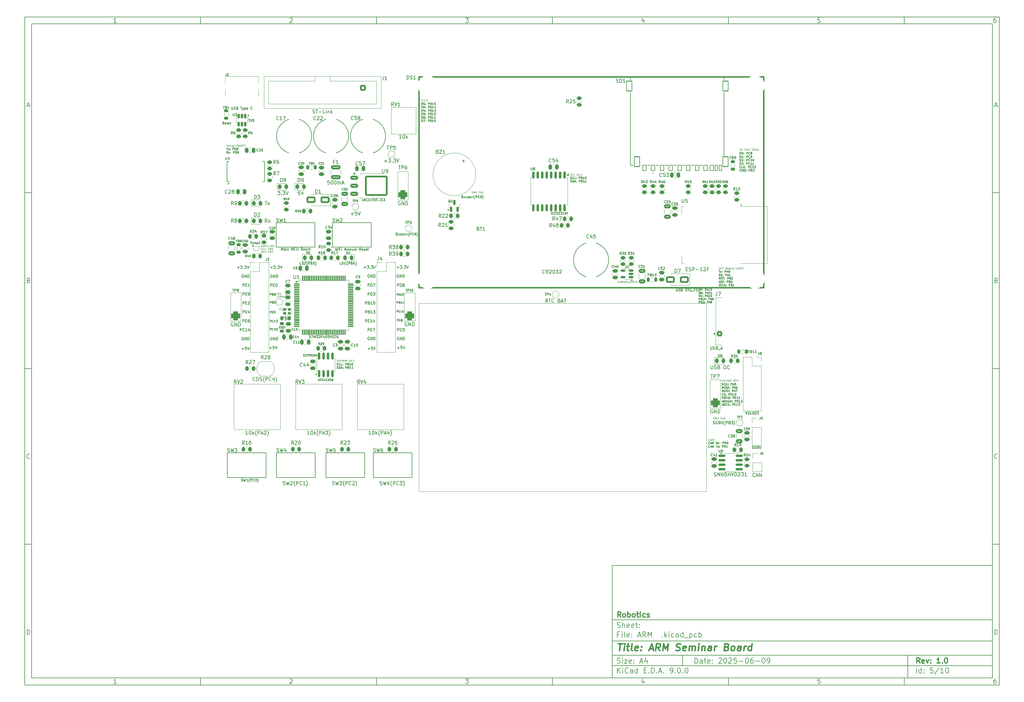
<source format=gto>
G04 #@! TF.GenerationSoftware,KiCad,Pcbnew,9.0.0*
G04 #@! TF.CreationDate,2025-06-10T17:59:39+09:00*
G04 #@! TF.ProjectId,ARM ___ __,41524d20-38f8-4982-90f4-dc2e6b696361,1.0*
G04 #@! TF.SameCoordinates,Original*
G04 #@! TF.FileFunction,Legend,Top*
G04 #@! TF.FilePolarity,Positive*
%FSLAX46Y46*%
G04 Gerber Fmt 4.6, Leading zero omitted, Abs format (unit mm)*
G04 Created by KiCad (PCBNEW 9.0.0) date 2025-06-10 17:59:39*
%MOMM*%
%LPD*%
G01*
G04 APERTURE LIST*
G04 Aperture macros list*
%AMRoundRect*
0 Rectangle with rounded corners*
0 $1 Rounding radius*
0 $2 $3 $4 $5 $6 $7 $8 $9 X,Y pos of 4 corners*
0 Add a 4 corners polygon primitive as box body*
4,1,4,$2,$3,$4,$5,$6,$7,$8,$9,$2,$3,0*
0 Add four circle primitives for the rounded corners*
1,1,$1+$1,$2,$3*
1,1,$1+$1,$4,$5*
1,1,$1+$1,$6,$7*
1,1,$1+$1,$8,$9*
0 Add four rect primitives between the rounded corners*
20,1,$1+$1,$2,$3,$4,$5,0*
20,1,$1+$1,$4,$5,$6,$7,0*
20,1,$1+$1,$6,$7,$8,$9,0*
20,1,$1+$1,$8,$9,$2,$3,0*%
%AMOutline4P*
0 Free polygon, 4 corners , with rotation*
0 The origin of the aperture is its center*
0 number of corners: always 4*
0 $1 to $8 corner X, Y*
0 $9 Rotation angle, in degrees counterclockwise*
0 create outline with 4 corners*
4,1,4,$1,$2,$3,$4,$5,$6,$7,$8,$1,$2,$9*%
G04 Aperture macros list end*
%ADD10C,0.100000*%
%ADD11C,0.150000*%
%ADD12C,0.300000*%
%ADD13C,0.400000*%
%ADD14C,0.137500*%
%ADD15C,0.200000*%
%ADD16C,0.140000*%
%ADD17C,0.125000*%
%ADD18C,0.120000*%
%ADD19C,0.381000*%
%ADD20C,0.127000*%
%ADD21O,1.501140X4.000500*%
%ADD22RoundRect,0.250000X-0.262500X-0.450000X0.262500X-0.450000X0.262500X0.450000X-0.262500X0.450000X0*%
%ADD23RoundRect,0.243750X-0.243750X-0.456250X0.243750X-0.456250X0.243750X0.456250X-0.243750X0.456250X0*%
%ADD24C,1.500000*%
%ADD25RoundRect,0.243750X0.243750X0.456250X-0.243750X0.456250X-0.243750X-0.456250X0.243750X-0.456250X0*%
%ADD26RoundRect,0.650000X0.650000X-0.650000X0.650000X0.650000X-0.650000X0.650000X-0.650000X-0.650000X0*%
%ADD27C,2.600000*%
%ADD28RoundRect,0.150000X0.512500X0.150000X-0.512500X0.150000X-0.512500X-0.150000X0.512500X-0.150000X0*%
%ADD29RoundRect,0.250000X0.262500X0.450000X-0.262500X0.450000X-0.262500X-0.450000X0.262500X-0.450000X0*%
%ADD30R,3.000000X2.000000*%
%ADD31R,3.000000X1.524000*%
%ADD32RoundRect,0.250000X0.475000X-0.250000X0.475000X0.250000X-0.475000X0.250000X-0.475000X-0.250000X0*%
%ADD33RoundRect,0.250000X-0.450000X0.262500X-0.450000X-0.262500X0.450000X-0.262500X0.450000X0.262500X0*%
%ADD34RoundRect,0.250000X-0.475000X0.250000X-0.475000X-0.250000X0.475000X-0.250000X0.475000X0.250000X0*%
%ADD35RoundRect,0.250000X1.000000X0.650000X-1.000000X0.650000X-1.000000X-0.650000X1.000000X-0.650000X0*%
%ADD36C,1.524000*%
%ADD37Outline4P,-1.250000X-1.500000X1.250000X-1.500000X1.250000X1.500000X-1.250000X1.500000X0.000000*%
%ADD38C,5.600000*%
%ADD39RoundRect,0.250000X-0.650000X0.325000X-0.650000X-0.325000X0.650000X-0.325000X0.650000X0.325000X0*%
%ADD40RoundRect,0.150000X0.150000X-0.587500X0.150000X0.587500X-0.150000X0.587500X-0.150000X-0.587500X0*%
%ADD41RoundRect,0.250000X-1.075000X0.375000X-1.075000X-0.375000X1.075000X-0.375000X1.075000X0.375000X0*%
%ADD42RoundRect,0.250000X0.250000X0.475000X-0.250000X0.475000X-0.250000X-0.475000X0.250000X-0.475000X0*%
%ADD43RoundRect,0.150000X0.150000X-0.825000X0.150000X0.825000X-0.150000X0.825000X-0.150000X-0.825000X0*%
%ADD44C,1.600000*%
%ADD45RoundRect,0.250000X0.650000X-0.325000X0.650000X0.325000X-0.650000X0.325000X-0.650000X-0.325000X0*%
%ADD46C,3.200000*%
%ADD47RoundRect,0.250000X-0.600000X0.600000X-0.600000X-0.600000X0.600000X-0.600000X0.600000X0.600000X0*%
%ADD48C,1.700000*%
%ADD49R,1.700000X1.700000*%
%ADD50O,1.700000X1.700000*%
%ADD51RoundRect,0.218750X-0.381250X0.218750X-0.381250X-0.218750X0.381250X-0.218750X0.381250X0.218750X0*%
%ADD52RoundRect,0.150000X-0.825000X-0.150000X0.825000X-0.150000X0.825000X0.150000X-0.825000X0.150000X0*%
%ADD53RoundRect,0.250000X-0.250000X-0.475000X0.250000X-0.475000X0.250000X0.475000X-0.250000X0.475000X0*%
%ADD54R,1.000000X2.500000*%
%ADD55R,1.800000X1.000000*%
%ADD56C,3.000000*%
%ADD57RoundRect,0.250000X-0.850000X-0.350000X0.850000X-0.350000X0.850000X0.350000X-0.850000X0.350000X0*%
%ADD58RoundRect,0.249997X-2.950003X-2.650003X2.950003X-2.650003X2.950003X2.650003X-2.950003X2.650003X0*%
%ADD59RoundRect,0.150000X-0.150000X0.512500X-0.150000X-0.512500X0.150000X-0.512500X0.150000X0.512500X0*%
%ADD60RoundRect,0.218750X-0.218750X-0.381250X0.218750X-0.381250X0.218750X0.381250X-0.218750X0.381250X0*%
%ADD61C,0.450000*%
%ADD62RoundRect,0.075000X-0.725000X-0.075000X0.725000X-0.075000X0.725000X0.075000X-0.725000X0.075000X0*%
%ADD63RoundRect,0.075000X-0.075000X-0.725000X0.075000X-0.725000X0.075000X0.725000X-0.075000X0.725000X0*%
%ADD64RoundRect,0.250000X0.450000X-0.262500X0.450000X0.262500X-0.450000X0.262500X-0.450000X-0.262500X0*%
%ADD65RoundRect,0.218750X0.218750X0.381250X-0.218750X0.381250X-0.218750X-0.381250X0.218750X-0.381250X0*%
%ADD66R,2.500000X5.400000*%
%ADD67R,2.500000X5.100000*%
%ADD68C,17.800000*%
%ADD69R,0.450000X1.750000*%
%ADD70RoundRect,0.175000X-0.225000X-0.175000X0.225000X-0.175000X0.225000X0.175000X-0.225000X0.175000X0*%
%ADD71R,2.000000X2.000000*%
%ADD72C,2.000000*%
%ADD73RoundRect,0.150000X-0.150000X0.875000X-0.150000X-0.875000X0.150000X-0.875000X0.150000X0.875000X0*%
%ADD74RoundRect,0.218750X0.381250X-0.218750X0.381250X0.218750X-0.381250X0.218750X-0.381250X-0.218750X0*%
%ADD75RoundRect,0.250000X0.512000X-0.512000X0.512000X0.512000X-0.512000X0.512000X-0.512000X-0.512000X0*%
%ADD76C,3.500000*%
%ADD77C,0.650000*%
%ADD78R,0.600000X1.450000*%
%ADD79R,0.300000X1.450000*%
%ADD80O,1.000000X2.100000*%
%ADD81O,1.000000X1.600000*%
%ADD82C,1.150000*%
%ADD83C,1.650000*%
%ADD84RoundRect,0.102000X0.500000X0.750000X-0.500000X0.750000X-0.500000X-0.750000X0.500000X-0.750000X0*%
%ADD85RoundRect,0.102000X0.350000X0.750000X-0.350000X0.750000X-0.350000X-0.750000X0.350000X-0.750000X0*%
%ADD86RoundRect,0.102000X0.750000X1.400000X-0.750000X1.400000X-0.750000X-1.400000X0.750000X-1.400000X0*%
G04 APERTURE END LIST*
D10*
D11*
X177002200Y-166007200D02*
X285002200Y-166007200D01*
X285002200Y-198007200D01*
X177002200Y-198007200D01*
X177002200Y-166007200D01*
D10*
D11*
X10000000Y-10000000D02*
X287002200Y-10000000D01*
X287002200Y-200007200D01*
X10000000Y-200007200D01*
X10000000Y-10000000D01*
D10*
D11*
X12000000Y-12000000D02*
X285002200Y-12000000D01*
X285002200Y-198007200D01*
X12000000Y-198007200D01*
X12000000Y-12000000D01*
D10*
D11*
X60000000Y-12000000D02*
X60000000Y-10000000D01*
D10*
D11*
X110000000Y-12000000D02*
X110000000Y-10000000D01*
D10*
D11*
X160000000Y-12000000D02*
X160000000Y-10000000D01*
D10*
D11*
X210000000Y-12000000D02*
X210000000Y-10000000D01*
D10*
D11*
X260000000Y-12000000D02*
X260000000Y-10000000D01*
D10*
D11*
X36089160Y-11593604D02*
X35346303Y-11593604D01*
X35717731Y-11593604D02*
X35717731Y-10293604D01*
X35717731Y-10293604D02*
X35593922Y-10479319D01*
X35593922Y-10479319D02*
X35470112Y-10603128D01*
X35470112Y-10603128D02*
X35346303Y-10665033D01*
D10*
D11*
X85346303Y-10417414D02*
X85408207Y-10355509D01*
X85408207Y-10355509D02*
X85532017Y-10293604D01*
X85532017Y-10293604D02*
X85841541Y-10293604D01*
X85841541Y-10293604D02*
X85965350Y-10355509D01*
X85965350Y-10355509D02*
X86027255Y-10417414D01*
X86027255Y-10417414D02*
X86089160Y-10541223D01*
X86089160Y-10541223D02*
X86089160Y-10665033D01*
X86089160Y-10665033D02*
X86027255Y-10850747D01*
X86027255Y-10850747D02*
X85284398Y-11593604D01*
X85284398Y-11593604D02*
X86089160Y-11593604D01*
D10*
D11*
X135284398Y-10293604D02*
X136089160Y-10293604D01*
X136089160Y-10293604D02*
X135655826Y-10788842D01*
X135655826Y-10788842D02*
X135841541Y-10788842D01*
X135841541Y-10788842D02*
X135965350Y-10850747D01*
X135965350Y-10850747D02*
X136027255Y-10912652D01*
X136027255Y-10912652D02*
X136089160Y-11036461D01*
X136089160Y-11036461D02*
X136089160Y-11345985D01*
X136089160Y-11345985D02*
X136027255Y-11469795D01*
X136027255Y-11469795D02*
X135965350Y-11531700D01*
X135965350Y-11531700D02*
X135841541Y-11593604D01*
X135841541Y-11593604D02*
X135470112Y-11593604D01*
X135470112Y-11593604D02*
X135346303Y-11531700D01*
X135346303Y-11531700D02*
X135284398Y-11469795D01*
D10*
D11*
X185965350Y-10726938D02*
X185965350Y-11593604D01*
X185655826Y-10231700D02*
X185346303Y-11160271D01*
X185346303Y-11160271D02*
X186151064Y-11160271D01*
D10*
D11*
X236027255Y-10293604D02*
X235408207Y-10293604D01*
X235408207Y-10293604D02*
X235346303Y-10912652D01*
X235346303Y-10912652D02*
X235408207Y-10850747D01*
X235408207Y-10850747D02*
X235532017Y-10788842D01*
X235532017Y-10788842D02*
X235841541Y-10788842D01*
X235841541Y-10788842D02*
X235965350Y-10850747D01*
X235965350Y-10850747D02*
X236027255Y-10912652D01*
X236027255Y-10912652D02*
X236089160Y-11036461D01*
X236089160Y-11036461D02*
X236089160Y-11345985D01*
X236089160Y-11345985D02*
X236027255Y-11469795D01*
X236027255Y-11469795D02*
X235965350Y-11531700D01*
X235965350Y-11531700D02*
X235841541Y-11593604D01*
X235841541Y-11593604D02*
X235532017Y-11593604D01*
X235532017Y-11593604D02*
X235408207Y-11531700D01*
X235408207Y-11531700D02*
X235346303Y-11469795D01*
D10*
D11*
X285965350Y-10293604D02*
X285717731Y-10293604D01*
X285717731Y-10293604D02*
X285593922Y-10355509D01*
X285593922Y-10355509D02*
X285532017Y-10417414D01*
X285532017Y-10417414D02*
X285408207Y-10603128D01*
X285408207Y-10603128D02*
X285346303Y-10850747D01*
X285346303Y-10850747D02*
X285346303Y-11345985D01*
X285346303Y-11345985D02*
X285408207Y-11469795D01*
X285408207Y-11469795D02*
X285470112Y-11531700D01*
X285470112Y-11531700D02*
X285593922Y-11593604D01*
X285593922Y-11593604D02*
X285841541Y-11593604D01*
X285841541Y-11593604D02*
X285965350Y-11531700D01*
X285965350Y-11531700D02*
X286027255Y-11469795D01*
X286027255Y-11469795D02*
X286089160Y-11345985D01*
X286089160Y-11345985D02*
X286089160Y-11036461D01*
X286089160Y-11036461D02*
X286027255Y-10912652D01*
X286027255Y-10912652D02*
X285965350Y-10850747D01*
X285965350Y-10850747D02*
X285841541Y-10788842D01*
X285841541Y-10788842D02*
X285593922Y-10788842D01*
X285593922Y-10788842D02*
X285470112Y-10850747D01*
X285470112Y-10850747D02*
X285408207Y-10912652D01*
X285408207Y-10912652D02*
X285346303Y-11036461D01*
D10*
D11*
X60000000Y-198007200D02*
X60000000Y-200007200D01*
D10*
D11*
X110000000Y-198007200D02*
X110000000Y-200007200D01*
D10*
D11*
X160000000Y-198007200D02*
X160000000Y-200007200D01*
D10*
D11*
X210000000Y-198007200D02*
X210000000Y-200007200D01*
D10*
D11*
X260000000Y-198007200D02*
X260000000Y-200007200D01*
D10*
D11*
X36089160Y-199600804D02*
X35346303Y-199600804D01*
X35717731Y-199600804D02*
X35717731Y-198300804D01*
X35717731Y-198300804D02*
X35593922Y-198486519D01*
X35593922Y-198486519D02*
X35470112Y-198610328D01*
X35470112Y-198610328D02*
X35346303Y-198672233D01*
D10*
D11*
X85346303Y-198424614D02*
X85408207Y-198362709D01*
X85408207Y-198362709D02*
X85532017Y-198300804D01*
X85532017Y-198300804D02*
X85841541Y-198300804D01*
X85841541Y-198300804D02*
X85965350Y-198362709D01*
X85965350Y-198362709D02*
X86027255Y-198424614D01*
X86027255Y-198424614D02*
X86089160Y-198548423D01*
X86089160Y-198548423D02*
X86089160Y-198672233D01*
X86089160Y-198672233D02*
X86027255Y-198857947D01*
X86027255Y-198857947D02*
X85284398Y-199600804D01*
X85284398Y-199600804D02*
X86089160Y-199600804D01*
D10*
D11*
X135284398Y-198300804D02*
X136089160Y-198300804D01*
X136089160Y-198300804D02*
X135655826Y-198796042D01*
X135655826Y-198796042D02*
X135841541Y-198796042D01*
X135841541Y-198796042D02*
X135965350Y-198857947D01*
X135965350Y-198857947D02*
X136027255Y-198919852D01*
X136027255Y-198919852D02*
X136089160Y-199043661D01*
X136089160Y-199043661D02*
X136089160Y-199353185D01*
X136089160Y-199353185D02*
X136027255Y-199476995D01*
X136027255Y-199476995D02*
X135965350Y-199538900D01*
X135965350Y-199538900D02*
X135841541Y-199600804D01*
X135841541Y-199600804D02*
X135470112Y-199600804D01*
X135470112Y-199600804D02*
X135346303Y-199538900D01*
X135346303Y-199538900D02*
X135284398Y-199476995D01*
D10*
D11*
X185965350Y-198734138D02*
X185965350Y-199600804D01*
X185655826Y-198238900D02*
X185346303Y-199167471D01*
X185346303Y-199167471D02*
X186151064Y-199167471D01*
D10*
D11*
X236027255Y-198300804D02*
X235408207Y-198300804D01*
X235408207Y-198300804D02*
X235346303Y-198919852D01*
X235346303Y-198919852D02*
X235408207Y-198857947D01*
X235408207Y-198857947D02*
X235532017Y-198796042D01*
X235532017Y-198796042D02*
X235841541Y-198796042D01*
X235841541Y-198796042D02*
X235965350Y-198857947D01*
X235965350Y-198857947D02*
X236027255Y-198919852D01*
X236027255Y-198919852D02*
X236089160Y-199043661D01*
X236089160Y-199043661D02*
X236089160Y-199353185D01*
X236089160Y-199353185D02*
X236027255Y-199476995D01*
X236027255Y-199476995D02*
X235965350Y-199538900D01*
X235965350Y-199538900D02*
X235841541Y-199600804D01*
X235841541Y-199600804D02*
X235532017Y-199600804D01*
X235532017Y-199600804D02*
X235408207Y-199538900D01*
X235408207Y-199538900D02*
X235346303Y-199476995D01*
D10*
D11*
X285965350Y-198300804D02*
X285717731Y-198300804D01*
X285717731Y-198300804D02*
X285593922Y-198362709D01*
X285593922Y-198362709D02*
X285532017Y-198424614D01*
X285532017Y-198424614D02*
X285408207Y-198610328D01*
X285408207Y-198610328D02*
X285346303Y-198857947D01*
X285346303Y-198857947D02*
X285346303Y-199353185D01*
X285346303Y-199353185D02*
X285408207Y-199476995D01*
X285408207Y-199476995D02*
X285470112Y-199538900D01*
X285470112Y-199538900D02*
X285593922Y-199600804D01*
X285593922Y-199600804D02*
X285841541Y-199600804D01*
X285841541Y-199600804D02*
X285965350Y-199538900D01*
X285965350Y-199538900D02*
X286027255Y-199476995D01*
X286027255Y-199476995D02*
X286089160Y-199353185D01*
X286089160Y-199353185D02*
X286089160Y-199043661D01*
X286089160Y-199043661D02*
X286027255Y-198919852D01*
X286027255Y-198919852D02*
X285965350Y-198857947D01*
X285965350Y-198857947D02*
X285841541Y-198796042D01*
X285841541Y-198796042D02*
X285593922Y-198796042D01*
X285593922Y-198796042D02*
X285470112Y-198857947D01*
X285470112Y-198857947D02*
X285408207Y-198919852D01*
X285408207Y-198919852D02*
X285346303Y-199043661D01*
D10*
D11*
X10000000Y-60000000D02*
X12000000Y-60000000D01*
D10*
D11*
X10000000Y-110000000D02*
X12000000Y-110000000D01*
D10*
D11*
X10000000Y-160000000D02*
X12000000Y-160000000D01*
D10*
D11*
X10690476Y-35222176D02*
X11309523Y-35222176D01*
X10566666Y-35593604D02*
X10999999Y-34293604D01*
X10999999Y-34293604D02*
X11433333Y-35593604D01*
D10*
D11*
X11092857Y-84912652D02*
X11278571Y-84974557D01*
X11278571Y-84974557D02*
X11340476Y-85036461D01*
X11340476Y-85036461D02*
X11402380Y-85160271D01*
X11402380Y-85160271D02*
X11402380Y-85345985D01*
X11402380Y-85345985D02*
X11340476Y-85469795D01*
X11340476Y-85469795D02*
X11278571Y-85531700D01*
X11278571Y-85531700D02*
X11154761Y-85593604D01*
X11154761Y-85593604D02*
X10659523Y-85593604D01*
X10659523Y-85593604D02*
X10659523Y-84293604D01*
X10659523Y-84293604D02*
X11092857Y-84293604D01*
X11092857Y-84293604D02*
X11216666Y-84355509D01*
X11216666Y-84355509D02*
X11278571Y-84417414D01*
X11278571Y-84417414D02*
X11340476Y-84541223D01*
X11340476Y-84541223D02*
X11340476Y-84665033D01*
X11340476Y-84665033D02*
X11278571Y-84788842D01*
X11278571Y-84788842D02*
X11216666Y-84850747D01*
X11216666Y-84850747D02*
X11092857Y-84912652D01*
X11092857Y-84912652D02*
X10659523Y-84912652D01*
D10*
D11*
X11402380Y-135469795D02*
X11340476Y-135531700D01*
X11340476Y-135531700D02*
X11154761Y-135593604D01*
X11154761Y-135593604D02*
X11030952Y-135593604D01*
X11030952Y-135593604D02*
X10845238Y-135531700D01*
X10845238Y-135531700D02*
X10721428Y-135407890D01*
X10721428Y-135407890D02*
X10659523Y-135284080D01*
X10659523Y-135284080D02*
X10597619Y-135036461D01*
X10597619Y-135036461D02*
X10597619Y-134850747D01*
X10597619Y-134850747D02*
X10659523Y-134603128D01*
X10659523Y-134603128D02*
X10721428Y-134479319D01*
X10721428Y-134479319D02*
X10845238Y-134355509D01*
X10845238Y-134355509D02*
X11030952Y-134293604D01*
X11030952Y-134293604D02*
X11154761Y-134293604D01*
X11154761Y-134293604D02*
X11340476Y-134355509D01*
X11340476Y-134355509D02*
X11402380Y-134417414D01*
D10*
D11*
X10659523Y-185593604D02*
X10659523Y-184293604D01*
X10659523Y-184293604D02*
X10969047Y-184293604D01*
X10969047Y-184293604D02*
X11154761Y-184355509D01*
X11154761Y-184355509D02*
X11278571Y-184479319D01*
X11278571Y-184479319D02*
X11340476Y-184603128D01*
X11340476Y-184603128D02*
X11402380Y-184850747D01*
X11402380Y-184850747D02*
X11402380Y-185036461D01*
X11402380Y-185036461D02*
X11340476Y-185284080D01*
X11340476Y-185284080D02*
X11278571Y-185407890D01*
X11278571Y-185407890D02*
X11154761Y-185531700D01*
X11154761Y-185531700D02*
X10969047Y-185593604D01*
X10969047Y-185593604D02*
X10659523Y-185593604D01*
D10*
D11*
X287002200Y-60000000D02*
X285002200Y-60000000D01*
D10*
D11*
X287002200Y-110000000D02*
X285002200Y-110000000D01*
D10*
D11*
X287002200Y-160000000D02*
X285002200Y-160000000D01*
D10*
D11*
X285692676Y-35222176D02*
X286311723Y-35222176D01*
X285568866Y-35593604D02*
X286002199Y-34293604D01*
X286002199Y-34293604D02*
X286435533Y-35593604D01*
D10*
D11*
X286095057Y-84912652D02*
X286280771Y-84974557D01*
X286280771Y-84974557D02*
X286342676Y-85036461D01*
X286342676Y-85036461D02*
X286404580Y-85160271D01*
X286404580Y-85160271D02*
X286404580Y-85345985D01*
X286404580Y-85345985D02*
X286342676Y-85469795D01*
X286342676Y-85469795D02*
X286280771Y-85531700D01*
X286280771Y-85531700D02*
X286156961Y-85593604D01*
X286156961Y-85593604D02*
X285661723Y-85593604D01*
X285661723Y-85593604D02*
X285661723Y-84293604D01*
X285661723Y-84293604D02*
X286095057Y-84293604D01*
X286095057Y-84293604D02*
X286218866Y-84355509D01*
X286218866Y-84355509D02*
X286280771Y-84417414D01*
X286280771Y-84417414D02*
X286342676Y-84541223D01*
X286342676Y-84541223D02*
X286342676Y-84665033D01*
X286342676Y-84665033D02*
X286280771Y-84788842D01*
X286280771Y-84788842D02*
X286218866Y-84850747D01*
X286218866Y-84850747D02*
X286095057Y-84912652D01*
X286095057Y-84912652D02*
X285661723Y-84912652D01*
D10*
D11*
X286404580Y-135469795D02*
X286342676Y-135531700D01*
X286342676Y-135531700D02*
X286156961Y-135593604D01*
X286156961Y-135593604D02*
X286033152Y-135593604D01*
X286033152Y-135593604D02*
X285847438Y-135531700D01*
X285847438Y-135531700D02*
X285723628Y-135407890D01*
X285723628Y-135407890D02*
X285661723Y-135284080D01*
X285661723Y-135284080D02*
X285599819Y-135036461D01*
X285599819Y-135036461D02*
X285599819Y-134850747D01*
X285599819Y-134850747D02*
X285661723Y-134603128D01*
X285661723Y-134603128D02*
X285723628Y-134479319D01*
X285723628Y-134479319D02*
X285847438Y-134355509D01*
X285847438Y-134355509D02*
X286033152Y-134293604D01*
X286033152Y-134293604D02*
X286156961Y-134293604D01*
X286156961Y-134293604D02*
X286342676Y-134355509D01*
X286342676Y-134355509D02*
X286404580Y-134417414D01*
D10*
D11*
X285661723Y-185593604D02*
X285661723Y-184293604D01*
X285661723Y-184293604D02*
X285971247Y-184293604D01*
X285971247Y-184293604D02*
X286156961Y-184355509D01*
X286156961Y-184355509D02*
X286280771Y-184479319D01*
X286280771Y-184479319D02*
X286342676Y-184603128D01*
X286342676Y-184603128D02*
X286404580Y-184850747D01*
X286404580Y-184850747D02*
X286404580Y-185036461D01*
X286404580Y-185036461D02*
X286342676Y-185284080D01*
X286342676Y-185284080D02*
X286280771Y-185407890D01*
X286280771Y-185407890D02*
X286156961Y-185531700D01*
X286156961Y-185531700D02*
X285971247Y-185593604D01*
X285971247Y-185593604D02*
X285661723Y-185593604D01*
D10*
D11*
X200458026Y-193793328D02*
X200458026Y-192293328D01*
X200458026Y-192293328D02*
X200815169Y-192293328D01*
X200815169Y-192293328D02*
X201029455Y-192364757D01*
X201029455Y-192364757D02*
X201172312Y-192507614D01*
X201172312Y-192507614D02*
X201243741Y-192650471D01*
X201243741Y-192650471D02*
X201315169Y-192936185D01*
X201315169Y-192936185D02*
X201315169Y-193150471D01*
X201315169Y-193150471D02*
X201243741Y-193436185D01*
X201243741Y-193436185D02*
X201172312Y-193579042D01*
X201172312Y-193579042D02*
X201029455Y-193721900D01*
X201029455Y-193721900D02*
X200815169Y-193793328D01*
X200815169Y-193793328D02*
X200458026Y-193793328D01*
X202600884Y-193793328D02*
X202600884Y-193007614D01*
X202600884Y-193007614D02*
X202529455Y-192864757D01*
X202529455Y-192864757D02*
X202386598Y-192793328D01*
X202386598Y-192793328D02*
X202100884Y-192793328D01*
X202100884Y-192793328D02*
X201958026Y-192864757D01*
X202600884Y-193721900D02*
X202458026Y-193793328D01*
X202458026Y-193793328D02*
X202100884Y-193793328D01*
X202100884Y-193793328D02*
X201958026Y-193721900D01*
X201958026Y-193721900D02*
X201886598Y-193579042D01*
X201886598Y-193579042D02*
X201886598Y-193436185D01*
X201886598Y-193436185D02*
X201958026Y-193293328D01*
X201958026Y-193293328D02*
X202100884Y-193221900D01*
X202100884Y-193221900D02*
X202458026Y-193221900D01*
X202458026Y-193221900D02*
X202600884Y-193150471D01*
X203100884Y-192793328D02*
X203672312Y-192793328D01*
X203315169Y-192293328D02*
X203315169Y-193579042D01*
X203315169Y-193579042D02*
X203386598Y-193721900D01*
X203386598Y-193721900D02*
X203529455Y-193793328D01*
X203529455Y-193793328D02*
X203672312Y-193793328D01*
X204743741Y-193721900D02*
X204600884Y-193793328D01*
X204600884Y-193793328D02*
X204315170Y-193793328D01*
X204315170Y-193793328D02*
X204172312Y-193721900D01*
X204172312Y-193721900D02*
X204100884Y-193579042D01*
X204100884Y-193579042D02*
X204100884Y-193007614D01*
X204100884Y-193007614D02*
X204172312Y-192864757D01*
X204172312Y-192864757D02*
X204315170Y-192793328D01*
X204315170Y-192793328D02*
X204600884Y-192793328D01*
X204600884Y-192793328D02*
X204743741Y-192864757D01*
X204743741Y-192864757D02*
X204815170Y-193007614D01*
X204815170Y-193007614D02*
X204815170Y-193150471D01*
X204815170Y-193150471D02*
X204100884Y-193293328D01*
X205458026Y-193650471D02*
X205529455Y-193721900D01*
X205529455Y-193721900D02*
X205458026Y-193793328D01*
X205458026Y-193793328D02*
X205386598Y-193721900D01*
X205386598Y-193721900D02*
X205458026Y-193650471D01*
X205458026Y-193650471D02*
X205458026Y-193793328D01*
X205458026Y-192864757D02*
X205529455Y-192936185D01*
X205529455Y-192936185D02*
X205458026Y-193007614D01*
X205458026Y-193007614D02*
X205386598Y-192936185D01*
X205386598Y-192936185D02*
X205458026Y-192864757D01*
X205458026Y-192864757D02*
X205458026Y-193007614D01*
X207243741Y-192436185D02*
X207315169Y-192364757D01*
X207315169Y-192364757D02*
X207458027Y-192293328D01*
X207458027Y-192293328D02*
X207815169Y-192293328D01*
X207815169Y-192293328D02*
X207958027Y-192364757D01*
X207958027Y-192364757D02*
X208029455Y-192436185D01*
X208029455Y-192436185D02*
X208100884Y-192579042D01*
X208100884Y-192579042D02*
X208100884Y-192721900D01*
X208100884Y-192721900D02*
X208029455Y-192936185D01*
X208029455Y-192936185D02*
X207172312Y-193793328D01*
X207172312Y-193793328D02*
X208100884Y-193793328D01*
X209029455Y-192293328D02*
X209172312Y-192293328D01*
X209172312Y-192293328D02*
X209315169Y-192364757D01*
X209315169Y-192364757D02*
X209386598Y-192436185D01*
X209386598Y-192436185D02*
X209458026Y-192579042D01*
X209458026Y-192579042D02*
X209529455Y-192864757D01*
X209529455Y-192864757D02*
X209529455Y-193221900D01*
X209529455Y-193221900D02*
X209458026Y-193507614D01*
X209458026Y-193507614D02*
X209386598Y-193650471D01*
X209386598Y-193650471D02*
X209315169Y-193721900D01*
X209315169Y-193721900D02*
X209172312Y-193793328D01*
X209172312Y-193793328D02*
X209029455Y-193793328D01*
X209029455Y-193793328D02*
X208886598Y-193721900D01*
X208886598Y-193721900D02*
X208815169Y-193650471D01*
X208815169Y-193650471D02*
X208743740Y-193507614D01*
X208743740Y-193507614D02*
X208672312Y-193221900D01*
X208672312Y-193221900D02*
X208672312Y-192864757D01*
X208672312Y-192864757D02*
X208743740Y-192579042D01*
X208743740Y-192579042D02*
X208815169Y-192436185D01*
X208815169Y-192436185D02*
X208886598Y-192364757D01*
X208886598Y-192364757D02*
X209029455Y-192293328D01*
X210100883Y-192436185D02*
X210172311Y-192364757D01*
X210172311Y-192364757D02*
X210315169Y-192293328D01*
X210315169Y-192293328D02*
X210672311Y-192293328D01*
X210672311Y-192293328D02*
X210815169Y-192364757D01*
X210815169Y-192364757D02*
X210886597Y-192436185D01*
X210886597Y-192436185D02*
X210958026Y-192579042D01*
X210958026Y-192579042D02*
X210958026Y-192721900D01*
X210958026Y-192721900D02*
X210886597Y-192936185D01*
X210886597Y-192936185D02*
X210029454Y-193793328D01*
X210029454Y-193793328D02*
X210958026Y-193793328D01*
X212315168Y-192293328D02*
X211600882Y-192293328D01*
X211600882Y-192293328D02*
X211529454Y-193007614D01*
X211529454Y-193007614D02*
X211600882Y-192936185D01*
X211600882Y-192936185D02*
X211743740Y-192864757D01*
X211743740Y-192864757D02*
X212100882Y-192864757D01*
X212100882Y-192864757D02*
X212243740Y-192936185D01*
X212243740Y-192936185D02*
X212315168Y-193007614D01*
X212315168Y-193007614D02*
X212386597Y-193150471D01*
X212386597Y-193150471D02*
X212386597Y-193507614D01*
X212386597Y-193507614D02*
X212315168Y-193650471D01*
X212315168Y-193650471D02*
X212243740Y-193721900D01*
X212243740Y-193721900D02*
X212100882Y-193793328D01*
X212100882Y-193793328D02*
X211743740Y-193793328D01*
X211743740Y-193793328D02*
X211600882Y-193721900D01*
X211600882Y-193721900D02*
X211529454Y-193650471D01*
X213029453Y-193221900D02*
X214172311Y-193221900D01*
X215172311Y-192293328D02*
X215315168Y-192293328D01*
X215315168Y-192293328D02*
X215458025Y-192364757D01*
X215458025Y-192364757D02*
X215529454Y-192436185D01*
X215529454Y-192436185D02*
X215600882Y-192579042D01*
X215600882Y-192579042D02*
X215672311Y-192864757D01*
X215672311Y-192864757D02*
X215672311Y-193221900D01*
X215672311Y-193221900D02*
X215600882Y-193507614D01*
X215600882Y-193507614D02*
X215529454Y-193650471D01*
X215529454Y-193650471D02*
X215458025Y-193721900D01*
X215458025Y-193721900D02*
X215315168Y-193793328D01*
X215315168Y-193793328D02*
X215172311Y-193793328D01*
X215172311Y-193793328D02*
X215029454Y-193721900D01*
X215029454Y-193721900D02*
X214958025Y-193650471D01*
X214958025Y-193650471D02*
X214886596Y-193507614D01*
X214886596Y-193507614D02*
X214815168Y-193221900D01*
X214815168Y-193221900D02*
X214815168Y-192864757D01*
X214815168Y-192864757D02*
X214886596Y-192579042D01*
X214886596Y-192579042D02*
X214958025Y-192436185D01*
X214958025Y-192436185D02*
X215029454Y-192364757D01*
X215029454Y-192364757D02*
X215172311Y-192293328D01*
X216958025Y-192293328D02*
X216672310Y-192293328D01*
X216672310Y-192293328D02*
X216529453Y-192364757D01*
X216529453Y-192364757D02*
X216458025Y-192436185D01*
X216458025Y-192436185D02*
X216315167Y-192650471D01*
X216315167Y-192650471D02*
X216243739Y-192936185D01*
X216243739Y-192936185D02*
X216243739Y-193507614D01*
X216243739Y-193507614D02*
X216315167Y-193650471D01*
X216315167Y-193650471D02*
X216386596Y-193721900D01*
X216386596Y-193721900D02*
X216529453Y-193793328D01*
X216529453Y-193793328D02*
X216815167Y-193793328D01*
X216815167Y-193793328D02*
X216958025Y-193721900D01*
X216958025Y-193721900D02*
X217029453Y-193650471D01*
X217029453Y-193650471D02*
X217100882Y-193507614D01*
X217100882Y-193507614D02*
X217100882Y-193150471D01*
X217100882Y-193150471D02*
X217029453Y-193007614D01*
X217029453Y-193007614D02*
X216958025Y-192936185D01*
X216958025Y-192936185D02*
X216815167Y-192864757D01*
X216815167Y-192864757D02*
X216529453Y-192864757D01*
X216529453Y-192864757D02*
X216386596Y-192936185D01*
X216386596Y-192936185D02*
X216315167Y-193007614D01*
X216315167Y-193007614D02*
X216243739Y-193150471D01*
X217743738Y-193221900D02*
X218886596Y-193221900D01*
X219886596Y-192293328D02*
X220029453Y-192293328D01*
X220029453Y-192293328D02*
X220172310Y-192364757D01*
X220172310Y-192364757D02*
X220243739Y-192436185D01*
X220243739Y-192436185D02*
X220315167Y-192579042D01*
X220315167Y-192579042D02*
X220386596Y-192864757D01*
X220386596Y-192864757D02*
X220386596Y-193221900D01*
X220386596Y-193221900D02*
X220315167Y-193507614D01*
X220315167Y-193507614D02*
X220243739Y-193650471D01*
X220243739Y-193650471D02*
X220172310Y-193721900D01*
X220172310Y-193721900D02*
X220029453Y-193793328D01*
X220029453Y-193793328D02*
X219886596Y-193793328D01*
X219886596Y-193793328D02*
X219743739Y-193721900D01*
X219743739Y-193721900D02*
X219672310Y-193650471D01*
X219672310Y-193650471D02*
X219600881Y-193507614D01*
X219600881Y-193507614D02*
X219529453Y-193221900D01*
X219529453Y-193221900D02*
X219529453Y-192864757D01*
X219529453Y-192864757D02*
X219600881Y-192579042D01*
X219600881Y-192579042D02*
X219672310Y-192436185D01*
X219672310Y-192436185D02*
X219743739Y-192364757D01*
X219743739Y-192364757D02*
X219886596Y-192293328D01*
X221100881Y-193793328D02*
X221386595Y-193793328D01*
X221386595Y-193793328D02*
X221529452Y-193721900D01*
X221529452Y-193721900D02*
X221600881Y-193650471D01*
X221600881Y-193650471D02*
X221743738Y-193436185D01*
X221743738Y-193436185D02*
X221815167Y-193150471D01*
X221815167Y-193150471D02*
X221815167Y-192579042D01*
X221815167Y-192579042D02*
X221743738Y-192436185D01*
X221743738Y-192436185D02*
X221672310Y-192364757D01*
X221672310Y-192364757D02*
X221529452Y-192293328D01*
X221529452Y-192293328D02*
X221243738Y-192293328D01*
X221243738Y-192293328D02*
X221100881Y-192364757D01*
X221100881Y-192364757D02*
X221029452Y-192436185D01*
X221029452Y-192436185D02*
X220958024Y-192579042D01*
X220958024Y-192579042D02*
X220958024Y-192936185D01*
X220958024Y-192936185D02*
X221029452Y-193079042D01*
X221029452Y-193079042D02*
X221100881Y-193150471D01*
X221100881Y-193150471D02*
X221243738Y-193221900D01*
X221243738Y-193221900D02*
X221529452Y-193221900D01*
X221529452Y-193221900D02*
X221672310Y-193150471D01*
X221672310Y-193150471D02*
X221743738Y-193079042D01*
X221743738Y-193079042D02*
X221815167Y-192936185D01*
D10*
D11*
X177002200Y-194507200D02*
X285002200Y-194507200D01*
D10*
D11*
X178458026Y-196593328D02*
X178458026Y-195093328D01*
X179315169Y-196593328D02*
X178672312Y-195736185D01*
X179315169Y-195093328D02*
X178458026Y-195950471D01*
X179958026Y-196593328D02*
X179958026Y-195593328D01*
X179958026Y-195093328D02*
X179886598Y-195164757D01*
X179886598Y-195164757D02*
X179958026Y-195236185D01*
X179958026Y-195236185D02*
X180029455Y-195164757D01*
X180029455Y-195164757D02*
X179958026Y-195093328D01*
X179958026Y-195093328D02*
X179958026Y-195236185D01*
X181529455Y-196450471D02*
X181458027Y-196521900D01*
X181458027Y-196521900D02*
X181243741Y-196593328D01*
X181243741Y-196593328D02*
X181100884Y-196593328D01*
X181100884Y-196593328D02*
X180886598Y-196521900D01*
X180886598Y-196521900D02*
X180743741Y-196379042D01*
X180743741Y-196379042D02*
X180672312Y-196236185D01*
X180672312Y-196236185D02*
X180600884Y-195950471D01*
X180600884Y-195950471D02*
X180600884Y-195736185D01*
X180600884Y-195736185D02*
X180672312Y-195450471D01*
X180672312Y-195450471D02*
X180743741Y-195307614D01*
X180743741Y-195307614D02*
X180886598Y-195164757D01*
X180886598Y-195164757D02*
X181100884Y-195093328D01*
X181100884Y-195093328D02*
X181243741Y-195093328D01*
X181243741Y-195093328D02*
X181458027Y-195164757D01*
X181458027Y-195164757D02*
X181529455Y-195236185D01*
X182815170Y-196593328D02*
X182815170Y-195807614D01*
X182815170Y-195807614D02*
X182743741Y-195664757D01*
X182743741Y-195664757D02*
X182600884Y-195593328D01*
X182600884Y-195593328D02*
X182315170Y-195593328D01*
X182315170Y-195593328D02*
X182172312Y-195664757D01*
X182815170Y-196521900D02*
X182672312Y-196593328D01*
X182672312Y-196593328D02*
X182315170Y-196593328D01*
X182315170Y-196593328D02*
X182172312Y-196521900D01*
X182172312Y-196521900D02*
X182100884Y-196379042D01*
X182100884Y-196379042D02*
X182100884Y-196236185D01*
X182100884Y-196236185D02*
X182172312Y-196093328D01*
X182172312Y-196093328D02*
X182315170Y-196021900D01*
X182315170Y-196021900D02*
X182672312Y-196021900D01*
X182672312Y-196021900D02*
X182815170Y-195950471D01*
X184172313Y-196593328D02*
X184172313Y-195093328D01*
X184172313Y-196521900D02*
X184029455Y-196593328D01*
X184029455Y-196593328D02*
X183743741Y-196593328D01*
X183743741Y-196593328D02*
X183600884Y-196521900D01*
X183600884Y-196521900D02*
X183529455Y-196450471D01*
X183529455Y-196450471D02*
X183458027Y-196307614D01*
X183458027Y-196307614D02*
X183458027Y-195879042D01*
X183458027Y-195879042D02*
X183529455Y-195736185D01*
X183529455Y-195736185D02*
X183600884Y-195664757D01*
X183600884Y-195664757D02*
X183743741Y-195593328D01*
X183743741Y-195593328D02*
X184029455Y-195593328D01*
X184029455Y-195593328D02*
X184172313Y-195664757D01*
X186029455Y-195807614D02*
X186529455Y-195807614D01*
X186743741Y-196593328D02*
X186029455Y-196593328D01*
X186029455Y-196593328D02*
X186029455Y-195093328D01*
X186029455Y-195093328D02*
X186743741Y-195093328D01*
X187386598Y-196450471D02*
X187458027Y-196521900D01*
X187458027Y-196521900D02*
X187386598Y-196593328D01*
X187386598Y-196593328D02*
X187315170Y-196521900D01*
X187315170Y-196521900D02*
X187386598Y-196450471D01*
X187386598Y-196450471D02*
X187386598Y-196593328D01*
X188100884Y-196593328D02*
X188100884Y-195093328D01*
X188100884Y-195093328D02*
X188458027Y-195093328D01*
X188458027Y-195093328D02*
X188672313Y-195164757D01*
X188672313Y-195164757D02*
X188815170Y-195307614D01*
X188815170Y-195307614D02*
X188886599Y-195450471D01*
X188886599Y-195450471D02*
X188958027Y-195736185D01*
X188958027Y-195736185D02*
X188958027Y-195950471D01*
X188958027Y-195950471D02*
X188886599Y-196236185D01*
X188886599Y-196236185D02*
X188815170Y-196379042D01*
X188815170Y-196379042D02*
X188672313Y-196521900D01*
X188672313Y-196521900D02*
X188458027Y-196593328D01*
X188458027Y-196593328D02*
X188100884Y-196593328D01*
X189600884Y-196450471D02*
X189672313Y-196521900D01*
X189672313Y-196521900D02*
X189600884Y-196593328D01*
X189600884Y-196593328D02*
X189529456Y-196521900D01*
X189529456Y-196521900D02*
X189600884Y-196450471D01*
X189600884Y-196450471D02*
X189600884Y-196593328D01*
X190243742Y-196164757D02*
X190958028Y-196164757D01*
X190100885Y-196593328D02*
X190600885Y-195093328D01*
X190600885Y-195093328D02*
X191100885Y-196593328D01*
X191600884Y-196450471D02*
X191672313Y-196521900D01*
X191672313Y-196521900D02*
X191600884Y-196593328D01*
X191600884Y-196593328D02*
X191529456Y-196521900D01*
X191529456Y-196521900D02*
X191600884Y-196450471D01*
X191600884Y-196450471D02*
X191600884Y-196593328D01*
X193529456Y-196593328D02*
X193815170Y-196593328D01*
X193815170Y-196593328D02*
X193958027Y-196521900D01*
X193958027Y-196521900D02*
X194029456Y-196450471D01*
X194029456Y-196450471D02*
X194172313Y-196236185D01*
X194172313Y-196236185D02*
X194243742Y-195950471D01*
X194243742Y-195950471D02*
X194243742Y-195379042D01*
X194243742Y-195379042D02*
X194172313Y-195236185D01*
X194172313Y-195236185D02*
X194100885Y-195164757D01*
X194100885Y-195164757D02*
X193958027Y-195093328D01*
X193958027Y-195093328D02*
X193672313Y-195093328D01*
X193672313Y-195093328D02*
X193529456Y-195164757D01*
X193529456Y-195164757D02*
X193458027Y-195236185D01*
X193458027Y-195236185D02*
X193386599Y-195379042D01*
X193386599Y-195379042D02*
X193386599Y-195736185D01*
X193386599Y-195736185D02*
X193458027Y-195879042D01*
X193458027Y-195879042D02*
X193529456Y-195950471D01*
X193529456Y-195950471D02*
X193672313Y-196021900D01*
X193672313Y-196021900D02*
X193958027Y-196021900D01*
X193958027Y-196021900D02*
X194100885Y-195950471D01*
X194100885Y-195950471D02*
X194172313Y-195879042D01*
X194172313Y-195879042D02*
X194243742Y-195736185D01*
X194886598Y-196450471D02*
X194958027Y-196521900D01*
X194958027Y-196521900D02*
X194886598Y-196593328D01*
X194886598Y-196593328D02*
X194815170Y-196521900D01*
X194815170Y-196521900D02*
X194886598Y-196450471D01*
X194886598Y-196450471D02*
X194886598Y-196593328D01*
X195886599Y-195093328D02*
X196029456Y-195093328D01*
X196029456Y-195093328D02*
X196172313Y-195164757D01*
X196172313Y-195164757D02*
X196243742Y-195236185D01*
X196243742Y-195236185D02*
X196315170Y-195379042D01*
X196315170Y-195379042D02*
X196386599Y-195664757D01*
X196386599Y-195664757D02*
X196386599Y-196021900D01*
X196386599Y-196021900D02*
X196315170Y-196307614D01*
X196315170Y-196307614D02*
X196243742Y-196450471D01*
X196243742Y-196450471D02*
X196172313Y-196521900D01*
X196172313Y-196521900D02*
X196029456Y-196593328D01*
X196029456Y-196593328D02*
X195886599Y-196593328D01*
X195886599Y-196593328D02*
X195743742Y-196521900D01*
X195743742Y-196521900D02*
X195672313Y-196450471D01*
X195672313Y-196450471D02*
X195600884Y-196307614D01*
X195600884Y-196307614D02*
X195529456Y-196021900D01*
X195529456Y-196021900D02*
X195529456Y-195664757D01*
X195529456Y-195664757D02*
X195600884Y-195379042D01*
X195600884Y-195379042D02*
X195672313Y-195236185D01*
X195672313Y-195236185D02*
X195743742Y-195164757D01*
X195743742Y-195164757D02*
X195886599Y-195093328D01*
X197029455Y-196450471D02*
X197100884Y-196521900D01*
X197100884Y-196521900D02*
X197029455Y-196593328D01*
X197029455Y-196593328D02*
X196958027Y-196521900D01*
X196958027Y-196521900D02*
X197029455Y-196450471D01*
X197029455Y-196450471D02*
X197029455Y-196593328D01*
X198029456Y-195093328D02*
X198172313Y-195093328D01*
X198172313Y-195093328D02*
X198315170Y-195164757D01*
X198315170Y-195164757D02*
X198386599Y-195236185D01*
X198386599Y-195236185D02*
X198458027Y-195379042D01*
X198458027Y-195379042D02*
X198529456Y-195664757D01*
X198529456Y-195664757D02*
X198529456Y-196021900D01*
X198529456Y-196021900D02*
X198458027Y-196307614D01*
X198458027Y-196307614D02*
X198386599Y-196450471D01*
X198386599Y-196450471D02*
X198315170Y-196521900D01*
X198315170Y-196521900D02*
X198172313Y-196593328D01*
X198172313Y-196593328D02*
X198029456Y-196593328D01*
X198029456Y-196593328D02*
X197886599Y-196521900D01*
X197886599Y-196521900D02*
X197815170Y-196450471D01*
X197815170Y-196450471D02*
X197743741Y-196307614D01*
X197743741Y-196307614D02*
X197672313Y-196021900D01*
X197672313Y-196021900D02*
X197672313Y-195664757D01*
X197672313Y-195664757D02*
X197743741Y-195379042D01*
X197743741Y-195379042D02*
X197815170Y-195236185D01*
X197815170Y-195236185D02*
X197886599Y-195164757D01*
X197886599Y-195164757D02*
X198029456Y-195093328D01*
D10*
D11*
X177002200Y-191507200D02*
X285002200Y-191507200D01*
D10*
D12*
X264413853Y-193785528D02*
X263913853Y-193071242D01*
X263556710Y-193785528D02*
X263556710Y-192285528D01*
X263556710Y-192285528D02*
X264128139Y-192285528D01*
X264128139Y-192285528D02*
X264270996Y-192356957D01*
X264270996Y-192356957D02*
X264342425Y-192428385D01*
X264342425Y-192428385D02*
X264413853Y-192571242D01*
X264413853Y-192571242D02*
X264413853Y-192785528D01*
X264413853Y-192785528D02*
X264342425Y-192928385D01*
X264342425Y-192928385D02*
X264270996Y-192999814D01*
X264270996Y-192999814D02*
X264128139Y-193071242D01*
X264128139Y-193071242D02*
X263556710Y-193071242D01*
X265628139Y-193714100D02*
X265485282Y-193785528D01*
X265485282Y-193785528D02*
X265199568Y-193785528D01*
X265199568Y-193785528D02*
X265056710Y-193714100D01*
X265056710Y-193714100D02*
X264985282Y-193571242D01*
X264985282Y-193571242D02*
X264985282Y-192999814D01*
X264985282Y-192999814D02*
X265056710Y-192856957D01*
X265056710Y-192856957D02*
X265199568Y-192785528D01*
X265199568Y-192785528D02*
X265485282Y-192785528D01*
X265485282Y-192785528D02*
X265628139Y-192856957D01*
X265628139Y-192856957D02*
X265699568Y-192999814D01*
X265699568Y-192999814D02*
X265699568Y-193142671D01*
X265699568Y-193142671D02*
X264985282Y-193285528D01*
X266199567Y-192785528D02*
X266556710Y-193785528D01*
X266556710Y-193785528D02*
X266913853Y-192785528D01*
X267485281Y-193642671D02*
X267556710Y-193714100D01*
X267556710Y-193714100D02*
X267485281Y-193785528D01*
X267485281Y-193785528D02*
X267413853Y-193714100D01*
X267413853Y-193714100D02*
X267485281Y-193642671D01*
X267485281Y-193642671D02*
X267485281Y-193785528D01*
X267485281Y-192856957D02*
X267556710Y-192928385D01*
X267556710Y-192928385D02*
X267485281Y-192999814D01*
X267485281Y-192999814D02*
X267413853Y-192928385D01*
X267413853Y-192928385D02*
X267485281Y-192856957D01*
X267485281Y-192856957D02*
X267485281Y-192999814D01*
X270128139Y-193785528D02*
X269270996Y-193785528D01*
X269699567Y-193785528D02*
X269699567Y-192285528D01*
X269699567Y-192285528D02*
X269556710Y-192499814D01*
X269556710Y-192499814D02*
X269413853Y-192642671D01*
X269413853Y-192642671D02*
X269270996Y-192714100D01*
X270770995Y-193642671D02*
X270842424Y-193714100D01*
X270842424Y-193714100D02*
X270770995Y-193785528D01*
X270770995Y-193785528D02*
X270699567Y-193714100D01*
X270699567Y-193714100D02*
X270770995Y-193642671D01*
X270770995Y-193642671D02*
X270770995Y-193785528D01*
X271770996Y-192285528D02*
X271913853Y-192285528D01*
X271913853Y-192285528D02*
X272056710Y-192356957D01*
X272056710Y-192356957D02*
X272128139Y-192428385D01*
X272128139Y-192428385D02*
X272199567Y-192571242D01*
X272199567Y-192571242D02*
X272270996Y-192856957D01*
X272270996Y-192856957D02*
X272270996Y-193214100D01*
X272270996Y-193214100D02*
X272199567Y-193499814D01*
X272199567Y-193499814D02*
X272128139Y-193642671D01*
X272128139Y-193642671D02*
X272056710Y-193714100D01*
X272056710Y-193714100D02*
X271913853Y-193785528D01*
X271913853Y-193785528D02*
X271770996Y-193785528D01*
X271770996Y-193785528D02*
X271628139Y-193714100D01*
X271628139Y-193714100D02*
X271556710Y-193642671D01*
X271556710Y-193642671D02*
X271485281Y-193499814D01*
X271485281Y-193499814D02*
X271413853Y-193214100D01*
X271413853Y-193214100D02*
X271413853Y-192856957D01*
X271413853Y-192856957D02*
X271485281Y-192571242D01*
X271485281Y-192571242D02*
X271556710Y-192428385D01*
X271556710Y-192428385D02*
X271628139Y-192356957D01*
X271628139Y-192356957D02*
X271770996Y-192285528D01*
D10*
D11*
X178386598Y-193721900D02*
X178600884Y-193793328D01*
X178600884Y-193793328D02*
X178958026Y-193793328D01*
X178958026Y-193793328D02*
X179100884Y-193721900D01*
X179100884Y-193721900D02*
X179172312Y-193650471D01*
X179172312Y-193650471D02*
X179243741Y-193507614D01*
X179243741Y-193507614D02*
X179243741Y-193364757D01*
X179243741Y-193364757D02*
X179172312Y-193221900D01*
X179172312Y-193221900D02*
X179100884Y-193150471D01*
X179100884Y-193150471D02*
X178958026Y-193079042D01*
X178958026Y-193079042D02*
X178672312Y-193007614D01*
X178672312Y-193007614D02*
X178529455Y-192936185D01*
X178529455Y-192936185D02*
X178458026Y-192864757D01*
X178458026Y-192864757D02*
X178386598Y-192721900D01*
X178386598Y-192721900D02*
X178386598Y-192579042D01*
X178386598Y-192579042D02*
X178458026Y-192436185D01*
X178458026Y-192436185D02*
X178529455Y-192364757D01*
X178529455Y-192364757D02*
X178672312Y-192293328D01*
X178672312Y-192293328D02*
X179029455Y-192293328D01*
X179029455Y-192293328D02*
X179243741Y-192364757D01*
X179886597Y-193793328D02*
X179886597Y-192793328D01*
X179886597Y-192293328D02*
X179815169Y-192364757D01*
X179815169Y-192364757D02*
X179886597Y-192436185D01*
X179886597Y-192436185D02*
X179958026Y-192364757D01*
X179958026Y-192364757D02*
X179886597Y-192293328D01*
X179886597Y-192293328D02*
X179886597Y-192436185D01*
X180458026Y-192793328D02*
X181243741Y-192793328D01*
X181243741Y-192793328D02*
X180458026Y-193793328D01*
X180458026Y-193793328D02*
X181243741Y-193793328D01*
X182386598Y-193721900D02*
X182243741Y-193793328D01*
X182243741Y-193793328D02*
X181958027Y-193793328D01*
X181958027Y-193793328D02*
X181815169Y-193721900D01*
X181815169Y-193721900D02*
X181743741Y-193579042D01*
X181743741Y-193579042D02*
X181743741Y-193007614D01*
X181743741Y-193007614D02*
X181815169Y-192864757D01*
X181815169Y-192864757D02*
X181958027Y-192793328D01*
X181958027Y-192793328D02*
X182243741Y-192793328D01*
X182243741Y-192793328D02*
X182386598Y-192864757D01*
X182386598Y-192864757D02*
X182458027Y-193007614D01*
X182458027Y-193007614D02*
X182458027Y-193150471D01*
X182458027Y-193150471D02*
X181743741Y-193293328D01*
X183100883Y-193650471D02*
X183172312Y-193721900D01*
X183172312Y-193721900D02*
X183100883Y-193793328D01*
X183100883Y-193793328D02*
X183029455Y-193721900D01*
X183029455Y-193721900D02*
X183100883Y-193650471D01*
X183100883Y-193650471D02*
X183100883Y-193793328D01*
X183100883Y-192864757D02*
X183172312Y-192936185D01*
X183172312Y-192936185D02*
X183100883Y-193007614D01*
X183100883Y-193007614D02*
X183029455Y-192936185D01*
X183029455Y-192936185D02*
X183100883Y-192864757D01*
X183100883Y-192864757D02*
X183100883Y-193007614D01*
X184886598Y-193364757D02*
X185600884Y-193364757D01*
X184743741Y-193793328D02*
X185243741Y-192293328D01*
X185243741Y-192293328D02*
X185743741Y-193793328D01*
X186886598Y-192793328D02*
X186886598Y-193793328D01*
X186529455Y-192221900D02*
X186172312Y-193293328D01*
X186172312Y-193293328D02*
X187100883Y-193293328D01*
D10*
D11*
X263458026Y-196593328D02*
X263458026Y-195093328D01*
X264815170Y-196593328D02*
X264815170Y-195093328D01*
X264815170Y-196521900D02*
X264672312Y-196593328D01*
X264672312Y-196593328D02*
X264386598Y-196593328D01*
X264386598Y-196593328D02*
X264243741Y-196521900D01*
X264243741Y-196521900D02*
X264172312Y-196450471D01*
X264172312Y-196450471D02*
X264100884Y-196307614D01*
X264100884Y-196307614D02*
X264100884Y-195879042D01*
X264100884Y-195879042D02*
X264172312Y-195736185D01*
X264172312Y-195736185D02*
X264243741Y-195664757D01*
X264243741Y-195664757D02*
X264386598Y-195593328D01*
X264386598Y-195593328D02*
X264672312Y-195593328D01*
X264672312Y-195593328D02*
X264815170Y-195664757D01*
X265529455Y-196450471D02*
X265600884Y-196521900D01*
X265600884Y-196521900D02*
X265529455Y-196593328D01*
X265529455Y-196593328D02*
X265458027Y-196521900D01*
X265458027Y-196521900D02*
X265529455Y-196450471D01*
X265529455Y-196450471D02*
X265529455Y-196593328D01*
X265529455Y-195664757D02*
X265600884Y-195736185D01*
X265600884Y-195736185D02*
X265529455Y-195807614D01*
X265529455Y-195807614D02*
X265458027Y-195736185D01*
X265458027Y-195736185D02*
X265529455Y-195664757D01*
X265529455Y-195664757D02*
X265529455Y-195807614D01*
X268100884Y-195093328D02*
X267386598Y-195093328D01*
X267386598Y-195093328D02*
X267315170Y-195807614D01*
X267315170Y-195807614D02*
X267386598Y-195736185D01*
X267386598Y-195736185D02*
X267529456Y-195664757D01*
X267529456Y-195664757D02*
X267886598Y-195664757D01*
X267886598Y-195664757D02*
X268029456Y-195736185D01*
X268029456Y-195736185D02*
X268100884Y-195807614D01*
X268100884Y-195807614D02*
X268172313Y-195950471D01*
X268172313Y-195950471D02*
X268172313Y-196307614D01*
X268172313Y-196307614D02*
X268100884Y-196450471D01*
X268100884Y-196450471D02*
X268029456Y-196521900D01*
X268029456Y-196521900D02*
X267886598Y-196593328D01*
X267886598Y-196593328D02*
X267529456Y-196593328D01*
X267529456Y-196593328D02*
X267386598Y-196521900D01*
X267386598Y-196521900D02*
X267315170Y-196450471D01*
X269886598Y-195021900D02*
X268600884Y-196950471D01*
X271172313Y-196593328D02*
X270315170Y-196593328D01*
X270743741Y-196593328D02*
X270743741Y-195093328D01*
X270743741Y-195093328D02*
X270600884Y-195307614D01*
X270600884Y-195307614D02*
X270458027Y-195450471D01*
X270458027Y-195450471D02*
X270315170Y-195521900D01*
X272100884Y-195093328D02*
X272243741Y-195093328D01*
X272243741Y-195093328D02*
X272386598Y-195164757D01*
X272386598Y-195164757D02*
X272458027Y-195236185D01*
X272458027Y-195236185D02*
X272529455Y-195379042D01*
X272529455Y-195379042D02*
X272600884Y-195664757D01*
X272600884Y-195664757D02*
X272600884Y-196021900D01*
X272600884Y-196021900D02*
X272529455Y-196307614D01*
X272529455Y-196307614D02*
X272458027Y-196450471D01*
X272458027Y-196450471D02*
X272386598Y-196521900D01*
X272386598Y-196521900D02*
X272243741Y-196593328D01*
X272243741Y-196593328D02*
X272100884Y-196593328D01*
X272100884Y-196593328D02*
X271958027Y-196521900D01*
X271958027Y-196521900D02*
X271886598Y-196450471D01*
X271886598Y-196450471D02*
X271815169Y-196307614D01*
X271815169Y-196307614D02*
X271743741Y-196021900D01*
X271743741Y-196021900D02*
X271743741Y-195664757D01*
X271743741Y-195664757D02*
X271815169Y-195379042D01*
X271815169Y-195379042D02*
X271886598Y-195236185D01*
X271886598Y-195236185D02*
X271958027Y-195164757D01*
X271958027Y-195164757D02*
X272100884Y-195093328D01*
D10*
D11*
X177002200Y-187507200D02*
X285002200Y-187507200D01*
D10*
D13*
X178693928Y-188211638D02*
X179836785Y-188211638D01*
X179015357Y-190211638D02*
X179265357Y-188211638D01*
X180253452Y-190211638D02*
X180420119Y-188878304D01*
X180503452Y-188211638D02*
X180396309Y-188306876D01*
X180396309Y-188306876D02*
X180479643Y-188402114D01*
X180479643Y-188402114D02*
X180586786Y-188306876D01*
X180586786Y-188306876D02*
X180503452Y-188211638D01*
X180503452Y-188211638D02*
X180479643Y-188402114D01*
X181086786Y-188878304D02*
X181848690Y-188878304D01*
X181455833Y-188211638D02*
X181241548Y-189925923D01*
X181241548Y-189925923D02*
X181312976Y-190116400D01*
X181312976Y-190116400D02*
X181491548Y-190211638D01*
X181491548Y-190211638D02*
X181682024Y-190211638D01*
X182634405Y-190211638D02*
X182455833Y-190116400D01*
X182455833Y-190116400D02*
X182384405Y-189925923D01*
X182384405Y-189925923D02*
X182598690Y-188211638D01*
X184170119Y-190116400D02*
X183967738Y-190211638D01*
X183967738Y-190211638D02*
X183586785Y-190211638D01*
X183586785Y-190211638D02*
X183408214Y-190116400D01*
X183408214Y-190116400D02*
X183336785Y-189925923D01*
X183336785Y-189925923D02*
X183432024Y-189164019D01*
X183432024Y-189164019D02*
X183551071Y-188973542D01*
X183551071Y-188973542D02*
X183753452Y-188878304D01*
X183753452Y-188878304D02*
X184134404Y-188878304D01*
X184134404Y-188878304D02*
X184312976Y-188973542D01*
X184312976Y-188973542D02*
X184384404Y-189164019D01*
X184384404Y-189164019D02*
X184360595Y-189354495D01*
X184360595Y-189354495D02*
X183384404Y-189544971D01*
X185134405Y-190021161D02*
X185217738Y-190116400D01*
X185217738Y-190116400D02*
X185110595Y-190211638D01*
X185110595Y-190211638D02*
X185027262Y-190116400D01*
X185027262Y-190116400D02*
X185134405Y-190021161D01*
X185134405Y-190021161D02*
X185110595Y-190211638D01*
X185265357Y-188973542D02*
X185348690Y-189068780D01*
X185348690Y-189068780D02*
X185241548Y-189164019D01*
X185241548Y-189164019D02*
X185158214Y-189068780D01*
X185158214Y-189068780D02*
X185265357Y-188973542D01*
X185265357Y-188973542D02*
X185241548Y-189164019D01*
X187562977Y-189640209D02*
X188515358Y-189640209D01*
X187301072Y-190211638D02*
X188217739Y-188211638D01*
X188217739Y-188211638D02*
X188634405Y-190211638D01*
X190443929Y-190211638D02*
X189896310Y-189259257D01*
X189301072Y-190211638D02*
X189551072Y-188211638D01*
X189551072Y-188211638D02*
X190312977Y-188211638D01*
X190312977Y-188211638D02*
X190491548Y-188306876D01*
X190491548Y-188306876D02*
X190574882Y-188402114D01*
X190574882Y-188402114D02*
X190646310Y-188592590D01*
X190646310Y-188592590D02*
X190610596Y-188878304D01*
X190610596Y-188878304D02*
X190491548Y-189068780D01*
X190491548Y-189068780D02*
X190384406Y-189164019D01*
X190384406Y-189164019D02*
X190182025Y-189259257D01*
X190182025Y-189259257D02*
X189420120Y-189259257D01*
X191301072Y-190211638D02*
X191551072Y-188211638D01*
X191551072Y-188211638D02*
X192039167Y-189640209D01*
X192039167Y-189640209D02*
X192884406Y-188211638D01*
X192884406Y-188211638D02*
X192634406Y-190211638D01*
X195027263Y-190116400D02*
X195301072Y-190211638D01*
X195301072Y-190211638D02*
X195777263Y-190211638D01*
X195777263Y-190211638D02*
X195979644Y-190116400D01*
X195979644Y-190116400D02*
X196086787Y-190021161D01*
X196086787Y-190021161D02*
X196205834Y-189830685D01*
X196205834Y-189830685D02*
X196229644Y-189640209D01*
X196229644Y-189640209D02*
X196158215Y-189449733D01*
X196158215Y-189449733D02*
X196074882Y-189354495D01*
X196074882Y-189354495D02*
X195896311Y-189259257D01*
X195896311Y-189259257D02*
X195527263Y-189164019D01*
X195527263Y-189164019D02*
X195348691Y-189068780D01*
X195348691Y-189068780D02*
X195265358Y-188973542D01*
X195265358Y-188973542D02*
X195193930Y-188783066D01*
X195193930Y-188783066D02*
X195217739Y-188592590D01*
X195217739Y-188592590D02*
X195336787Y-188402114D01*
X195336787Y-188402114D02*
X195443930Y-188306876D01*
X195443930Y-188306876D02*
X195646311Y-188211638D01*
X195646311Y-188211638D02*
X196122501Y-188211638D01*
X196122501Y-188211638D02*
X196396311Y-188306876D01*
X197789168Y-190116400D02*
X197586787Y-190211638D01*
X197586787Y-190211638D02*
X197205834Y-190211638D01*
X197205834Y-190211638D02*
X197027263Y-190116400D01*
X197027263Y-190116400D02*
X196955834Y-189925923D01*
X196955834Y-189925923D02*
X197051073Y-189164019D01*
X197051073Y-189164019D02*
X197170120Y-188973542D01*
X197170120Y-188973542D02*
X197372501Y-188878304D01*
X197372501Y-188878304D02*
X197753453Y-188878304D01*
X197753453Y-188878304D02*
X197932025Y-188973542D01*
X197932025Y-188973542D02*
X198003453Y-189164019D01*
X198003453Y-189164019D02*
X197979644Y-189354495D01*
X197979644Y-189354495D02*
X197003453Y-189544971D01*
X198729644Y-190211638D02*
X198896311Y-188878304D01*
X198872501Y-189068780D02*
X198979644Y-188973542D01*
X198979644Y-188973542D02*
X199182025Y-188878304D01*
X199182025Y-188878304D02*
X199467739Y-188878304D01*
X199467739Y-188878304D02*
X199646311Y-188973542D01*
X199646311Y-188973542D02*
X199717739Y-189164019D01*
X199717739Y-189164019D02*
X199586787Y-190211638D01*
X199717739Y-189164019D02*
X199836787Y-188973542D01*
X199836787Y-188973542D02*
X200039168Y-188878304D01*
X200039168Y-188878304D02*
X200324882Y-188878304D01*
X200324882Y-188878304D02*
X200503454Y-188973542D01*
X200503454Y-188973542D02*
X200574882Y-189164019D01*
X200574882Y-189164019D02*
X200443930Y-190211638D01*
X201396311Y-190211638D02*
X201562978Y-188878304D01*
X201646311Y-188211638D02*
X201539168Y-188306876D01*
X201539168Y-188306876D02*
X201622502Y-188402114D01*
X201622502Y-188402114D02*
X201729645Y-188306876D01*
X201729645Y-188306876D02*
X201646311Y-188211638D01*
X201646311Y-188211638D02*
X201622502Y-188402114D01*
X202515359Y-188878304D02*
X202348692Y-190211638D01*
X202491549Y-189068780D02*
X202598692Y-188973542D01*
X202598692Y-188973542D02*
X202801073Y-188878304D01*
X202801073Y-188878304D02*
X203086787Y-188878304D01*
X203086787Y-188878304D02*
X203265359Y-188973542D01*
X203265359Y-188973542D02*
X203336787Y-189164019D01*
X203336787Y-189164019D02*
X203205835Y-190211638D01*
X205015359Y-190211638D02*
X205146311Y-189164019D01*
X205146311Y-189164019D02*
X205074883Y-188973542D01*
X205074883Y-188973542D02*
X204896311Y-188878304D01*
X204896311Y-188878304D02*
X204515359Y-188878304D01*
X204515359Y-188878304D02*
X204312978Y-188973542D01*
X205027264Y-190116400D02*
X204824883Y-190211638D01*
X204824883Y-190211638D02*
X204348692Y-190211638D01*
X204348692Y-190211638D02*
X204170121Y-190116400D01*
X204170121Y-190116400D02*
X204098692Y-189925923D01*
X204098692Y-189925923D02*
X204122502Y-189735447D01*
X204122502Y-189735447D02*
X204241550Y-189544971D01*
X204241550Y-189544971D02*
X204443931Y-189449733D01*
X204443931Y-189449733D02*
X204920121Y-189449733D01*
X204920121Y-189449733D02*
X205122502Y-189354495D01*
X205967740Y-190211638D02*
X206134407Y-188878304D01*
X206086788Y-189259257D02*
X206205835Y-189068780D01*
X206205835Y-189068780D02*
X206312978Y-188973542D01*
X206312978Y-188973542D02*
X206515359Y-188878304D01*
X206515359Y-188878304D02*
X206705835Y-188878304D01*
X209527264Y-189164019D02*
X209801074Y-189259257D01*
X209801074Y-189259257D02*
X209884407Y-189354495D01*
X209884407Y-189354495D02*
X209955836Y-189544971D01*
X209955836Y-189544971D02*
X209920121Y-189830685D01*
X209920121Y-189830685D02*
X209801074Y-190021161D01*
X209801074Y-190021161D02*
X209693931Y-190116400D01*
X209693931Y-190116400D02*
X209491550Y-190211638D01*
X209491550Y-190211638D02*
X208729645Y-190211638D01*
X208729645Y-190211638D02*
X208979645Y-188211638D01*
X208979645Y-188211638D02*
X209646312Y-188211638D01*
X209646312Y-188211638D02*
X209824883Y-188306876D01*
X209824883Y-188306876D02*
X209908217Y-188402114D01*
X209908217Y-188402114D02*
X209979645Y-188592590D01*
X209979645Y-188592590D02*
X209955836Y-188783066D01*
X209955836Y-188783066D02*
X209836788Y-188973542D01*
X209836788Y-188973542D02*
X209729645Y-189068780D01*
X209729645Y-189068780D02*
X209527264Y-189164019D01*
X209527264Y-189164019D02*
X208860598Y-189164019D01*
X211015360Y-190211638D02*
X210836788Y-190116400D01*
X210836788Y-190116400D02*
X210753455Y-190021161D01*
X210753455Y-190021161D02*
X210682026Y-189830685D01*
X210682026Y-189830685D02*
X210753455Y-189259257D01*
X210753455Y-189259257D02*
X210872502Y-189068780D01*
X210872502Y-189068780D02*
X210979645Y-188973542D01*
X210979645Y-188973542D02*
X211182026Y-188878304D01*
X211182026Y-188878304D02*
X211467740Y-188878304D01*
X211467740Y-188878304D02*
X211646312Y-188973542D01*
X211646312Y-188973542D02*
X211729645Y-189068780D01*
X211729645Y-189068780D02*
X211801074Y-189259257D01*
X211801074Y-189259257D02*
X211729645Y-189830685D01*
X211729645Y-189830685D02*
X211610598Y-190021161D01*
X211610598Y-190021161D02*
X211503455Y-190116400D01*
X211503455Y-190116400D02*
X211301074Y-190211638D01*
X211301074Y-190211638D02*
X211015360Y-190211638D01*
X213396312Y-190211638D02*
X213527264Y-189164019D01*
X213527264Y-189164019D02*
X213455836Y-188973542D01*
X213455836Y-188973542D02*
X213277264Y-188878304D01*
X213277264Y-188878304D02*
X212896312Y-188878304D01*
X212896312Y-188878304D02*
X212693931Y-188973542D01*
X213408217Y-190116400D02*
X213205836Y-190211638D01*
X213205836Y-190211638D02*
X212729645Y-190211638D01*
X212729645Y-190211638D02*
X212551074Y-190116400D01*
X212551074Y-190116400D02*
X212479645Y-189925923D01*
X212479645Y-189925923D02*
X212503455Y-189735447D01*
X212503455Y-189735447D02*
X212622503Y-189544971D01*
X212622503Y-189544971D02*
X212824884Y-189449733D01*
X212824884Y-189449733D02*
X213301074Y-189449733D01*
X213301074Y-189449733D02*
X213503455Y-189354495D01*
X214348693Y-190211638D02*
X214515360Y-188878304D01*
X214467741Y-189259257D02*
X214586788Y-189068780D01*
X214586788Y-189068780D02*
X214693931Y-188973542D01*
X214693931Y-188973542D02*
X214896312Y-188878304D01*
X214896312Y-188878304D02*
X215086788Y-188878304D01*
X216443931Y-190211638D02*
X216693931Y-188211638D01*
X216455836Y-190116400D02*
X216253455Y-190211638D01*
X216253455Y-190211638D02*
X215872503Y-190211638D01*
X215872503Y-190211638D02*
X215693931Y-190116400D01*
X215693931Y-190116400D02*
X215610598Y-190021161D01*
X215610598Y-190021161D02*
X215539169Y-189830685D01*
X215539169Y-189830685D02*
X215610598Y-189259257D01*
X215610598Y-189259257D02*
X215729645Y-189068780D01*
X215729645Y-189068780D02*
X215836788Y-188973542D01*
X215836788Y-188973542D02*
X216039169Y-188878304D01*
X216039169Y-188878304D02*
X216420122Y-188878304D01*
X216420122Y-188878304D02*
X216598693Y-188973542D01*
D10*
D11*
X178958026Y-185607614D02*
X178458026Y-185607614D01*
X178458026Y-186393328D02*
X178458026Y-184893328D01*
X178458026Y-184893328D02*
X179172312Y-184893328D01*
X179743740Y-186393328D02*
X179743740Y-185393328D01*
X179743740Y-184893328D02*
X179672312Y-184964757D01*
X179672312Y-184964757D02*
X179743740Y-185036185D01*
X179743740Y-185036185D02*
X179815169Y-184964757D01*
X179815169Y-184964757D02*
X179743740Y-184893328D01*
X179743740Y-184893328D02*
X179743740Y-185036185D01*
X180672312Y-186393328D02*
X180529455Y-186321900D01*
X180529455Y-186321900D02*
X180458026Y-186179042D01*
X180458026Y-186179042D02*
X180458026Y-184893328D01*
X181815169Y-186321900D02*
X181672312Y-186393328D01*
X181672312Y-186393328D02*
X181386598Y-186393328D01*
X181386598Y-186393328D02*
X181243740Y-186321900D01*
X181243740Y-186321900D02*
X181172312Y-186179042D01*
X181172312Y-186179042D02*
X181172312Y-185607614D01*
X181172312Y-185607614D02*
X181243740Y-185464757D01*
X181243740Y-185464757D02*
X181386598Y-185393328D01*
X181386598Y-185393328D02*
X181672312Y-185393328D01*
X181672312Y-185393328D02*
X181815169Y-185464757D01*
X181815169Y-185464757D02*
X181886598Y-185607614D01*
X181886598Y-185607614D02*
X181886598Y-185750471D01*
X181886598Y-185750471D02*
X181172312Y-185893328D01*
X182529454Y-186250471D02*
X182600883Y-186321900D01*
X182600883Y-186321900D02*
X182529454Y-186393328D01*
X182529454Y-186393328D02*
X182458026Y-186321900D01*
X182458026Y-186321900D02*
X182529454Y-186250471D01*
X182529454Y-186250471D02*
X182529454Y-186393328D01*
X182529454Y-185464757D02*
X182600883Y-185536185D01*
X182600883Y-185536185D02*
X182529454Y-185607614D01*
X182529454Y-185607614D02*
X182458026Y-185536185D01*
X182458026Y-185536185D02*
X182529454Y-185464757D01*
X182529454Y-185464757D02*
X182529454Y-185607614D01*
X184315169Y-185964757D02*
X185029455Y-185964757D01*
X184172312Y-186393328D02*
X184672312Y-184893328D01*
X184672312Y-184893328D02*
X185172312Y-186393328D01*
X186529454Y-186393328D02*
X186029454Y-185679042D01*
X185672311Y-186393328D02*
X185672311Y-184893328D01*
X185672311Y-184893328D02*
X186243740Y-184893328D01*
X186243740Y-184893328D02*
X186386597Y-184964757D01*
X186386597Y-184964757D02*
X186458026Y-185036185D01*
X186458026Y-185036185D02*
X186529454Y-185179042D01*
X186529454Y-185179042D02*
X186529454Y-185393328D01*
X186529454Y-185393328D02*
X186458026Y-185536185D01*
X186458026Y-185536185D02*
X186386597Y-185607614D01*
X186386597Y-185607614D02*
X186243740Y-185679042D01*
X186243740Y-185679042D02*
X185672311Y-185679042D01*
X187172311Y-186393328D02*
X187172311Y-184893328D01*
X187172311Y-184893328D02*
X187672311Y-185964757D01*
X187672311Y-185964757D02*
X188172311Y-184893328D01*
X188172311Y-184893328D02*
X188172311Y-186393328D01*
X191172311Y-186250471D02*
X191243740Y-186321900D01*
X191243740Y-186321900D02*
X191172311Y-186393328D01*
X191172311Y-186393328D02*
X191100883Y-186321900D01*
X191100883Y-186321900D02*
X191172311Y-186250471D01*
X191172311Y-186250471D02*
X191172311Y-186393328D01*
X191886597Y-186393328D02*
X191886597Y-184893328D01*
X192029455Y-185821900D02*
X192458026Y-186393328D01*
X192458026Y-185393328D02*
X191886597Y-185964757D01*
X193100883Y-186393328D02*
X193100883Y-185393328D01*
X193100883Y-184893328D02*
X193029455Y-184964757D01*
X193029455Y-184964757D02*
X193100883Y-185036185D01*
X193100883Y-185036185D02*
X193172312Y-184964757D01*
X193172312Y-184964757D02*
X193100883Y-184893328D01*
X193100883Y-184893328D02*
X193100883Y-185036185D01*
X194458027Y-186321900D02*
X194315169Y-186393328D01*
X194315169Y-186393328D02*
X194029455Y-186393328D01*
X194029455Y-186393328D02*
X193886598Y-186321900D01*
X193886598Y-186321900D02*
X193815169Y-186250471D01*
X193815169Y-186250471D02*
X193743741Y-186107614D01*
X193743741Y-186107614D02*
X193743741Y-185679042D01*
X193743741Y-185679042D02*
X193815169Y-185536185D01*
X193815169Y-185536185D02*
X193886598Y-185464757D01*
X193886598Y-185464757D02*
X194029455Y-185393328D01*
X194029455Y-185393328D02*
X194315169Y-185393328D01*
X194315169Y-185393328D02*
X194458027Y-185464757D01*
X195743741Y-186393328D02*
X195743741Y-185607614D01*
X195743741Y-185607614D02*
X195672312Y-185464757D01*
X195672312Y-185464757D02*
X195529455Y-185393328D01*
X195529455Y-185393328D02*
X195243741Y-185393328D01*
X195243741Y-185393328D02*
X195100883Y-185464757D01*
X195743741Y-186321900D02*
X195600883Y-186393328D01*
X195600883Y-186393328D02*
X195243741Y-186393328D01*
X195243741Y-186393328D02*
X195100883Y-186321900D01*
X195100883Y-186321900D02*
X195029455Y-186179042D01*
X195029455Y-186179042D02*
X195029455Y-186036185D01*
X195029455Y-186036185D02*
X195100883Y-185893328D01*
X195100883Y-185893328D02*
X195243741Y-185821900D01*
X195243741Y-185821900D02*
X195600883Y-185821900D01*
X195600883Y-185821900D02*
X195743741Y-185750471D01*
X197100884Y-186393328D02*
X197100884Y-184893328D01*
X197100884Y-186321900D02*
X196958026Y-186393328D01*
X196958026Y-186393328D02*
X196672312Y-186393328D01*
X196672312Y-186393328D02*
X196529455Y-186321900D01*
X196529455Y-186321900D02*
X196458026Y-186250471D01*
X196458026Y-186250471D02*
X196386598Y-186107614D01*
X196386598Y-186107614D02*
X196386598Y-185679042D01*
X196386598Y-185679042D02*
X196458026Y-185536185D01*
X196458026Y-185536185D02*
X196529455Y-185464757D01*
X196529455Y-185464757D02*
X196672312Y-185393328D01*
X196672312Y-185393328D02*
X196958026Y-185393328D01*
X196958026Y-185393328D02*
X197100884Y-185464757D01*
X197458027Y-186536185D02*
X198600884Y-186536185D01*
X198958026Y-185393328D02*
X198958026Y-186893328D01*
X198958026Y-185464757D02*
X199100884Y-185393328D01*
X199100884Y-185393328D02*
X199386598Y-185393328D01*
X199386598Y-185393328D02*
X199529455Y-185464757D01*
X199529455Y-185464757D02*
X199600884Y-185536185D01*
X199600884Y-185536185D02*
X199672312Y-185679042D01*
X199672312Y-185679042D02*
X199672312Y-186107614D01*
X199672312Y-186107614D02*
X199600884Y-186250471D01*
X199600884Y-186250471D02*
X199529455Y-186321900D01*
X199529455Y-186321900D02*
X199386598Y-186393328D01*
X199386598Y-186393328D02*
X199100884Y-186393328D01*
X199100884Y-186393328D02*
X198958026Y-186321900D01*
X200958027Y-186321900D02*
X200815169Y-186393328D01*
X200815169Y-186393328D02*
X200529455Y-186393328D01*
X200529455Y-186393328D02*
X200386598Y-186321900D01*
X200386598Y-186321900D02*
X200315169Y-186250471D01*
X200315169Y-186250471D02*
X200243741Y-186107614D01*
X200243741Y-186107614D02*
X200243741Y-185679042D01*
X200243741Y-185679042D02*
X200315169Y-185536185D01*
X200315169Y-185536185D02*
X200386598Y-185464757D01*
X200386598Y-185464757D02*
X200529455Y-185393328D01*
X200529455Y-185393328D02*
X200815169Y-185393328D01*
X200815169Y-185393328D02*
X200958027Y-185464757D01*
X201600883Y-186393328D02*
X201600883Y-184893328D01*
X201600883Y-185464757D02*
X201743741Y-185393328D01*
X201743741Y-185393328D02*
X202029455Y-185393328D01*
X202029455Y-185393328D02*
X202172312Y-185464757D01*
X202172312Y-185464757D02*
X202243741Y-185536185D01*
X202243741Y-185536185D02*
X202315169Y-185679042D01*
X202315169Y-185679042D02*
X202315169Y-186107614D01*
X202315169Y-186107614D02*
X202243741Y-186250471D01*
X202243741Y-186250471D02*
X202172312Y-186321900D01*
X202172312Y-186321900D02*
X202029455Y-186393328D01*
X202029455Y-186393328D02*
X201743741Y-186393328D01*
X201743741Y-186393328D02*
X201600883Y-186321900D01*
D10*
D11*
X177002200Y-181507200D02*
X285002200Y-181507200D01*
D10*
D11*
X178386598Y-183621900D02*
X178600884Y-183693328D01*
X178600884Y-183693328D02*
X178958026Y-183693328D01*
X178958026Y-183693328D02*
X179100884Y-183621900D01*
X179100884Y-183621900D02*
X179172312Y-183550471D01*
X179172312Y-183550471D02*
X179243741Y-183407614D01*
X179243741Y-183407614D02*
X179243741Y-183264757D01*
X179243741Y-183264757D02*
X179172312Y-183121900D01*
X179172312Y-183121900D02*
X179100884Y-183050471D01*
X179100884Y-183050471D02*
X178958026Y-182979042D01*
X178958026Y-182979042D02*
X178672312Y-182907614D01*
X178672312Y-182907614D02*
X178529455Y-182836185D01*
X178529455Y-182836185D02*
X178458026Y-182764757D01*
X178458026Y-182764757D02*
X178386598Y-182621900D01*
X178386598Y-182621900D02*
X178386598Y-182479042D01*
X178386598Y-182479042D02*
X178458026Y-182336185D01*
X178458026Y-182336185D02*
X178529455Y-182264757D01*
X178529455Y-182264757D02*
X178672312Y-182193328D01*
X178672312Y-182193328D02*
X179029455Y-182193328D01*
X179029455Y-182193328D02*
X179243741Y-182264757D01*
X179886597Y-183693328D02*
X179886597Y-182193328D01*
X180529455Y-183693328D02*
X180529455Y-182907614D01*
X180529455Y-182907614D02*
X180458026Y-182764757D01*
X180458026Y-182764757D02*
X180315169Y-182693328D01*
X180315169Y-182693328D02*
X180100883Y-182693328D01*
X180100883Y-182693328D02*
X179958026Y-182764757D01*
X179958026Y-182764757D02*
X179886597Y-182836185D01*
X181815169Y-183621900D02*
X181672312Y-183693328D01*
X181672312Y-183693328D02*
X181386598Y-183693328D01*
X181386598Y-183693328D02*
X181243740Y-183621900D01*
X181243740Y-183621900D02*
X181172312Y-183479042D01*
X181172312Y-183479042D02*
X181172312Y-182907614D01*
X181172312Y-182907614D02*
X181243740Y-182764757D01*
X181243740Y-182764757D02*
X181386598Y-182693328D01*
X181386598Y-182693328D02*
X181672312Y-182693328D01*
X181672312Y-182693328D02*
X181815169Y-182764757D01*
X181815169Y-182764757D02*
X181886598Y-182907614D01*
X181886598Y-182907614D02*
X181886598Y-183050471D01*
X181886598Y-183050471D02*
X181172312Y-183193328D01*
X183100883Y-183621900D02*
X182958026Y-183693328D01*
X182958026Y-183693328D02*
X182672312Y-183693328D01*
X182672312Y-183693328D02*
X182529454Y-183621900D01*
X182529454Y-183621900D02*
X182458026Y-183479042D01*
X182458026Y-183479042D02*
X182458026Y-182907614D01*
X182458026Y-182907614D02*
X182529454Y-182764757D01*
X182529454Y-182764757D02*
X182672312Y-182693328D01*
X182672312Y-182693328D02*
X182958026Y-182693328D01*
X182958026Y-182693328D02*
X183100883Y-182764757D01*
X183100883Y-182764757D02*
X183172312Y-182907614D01*
X183172312Y-182907614D02*
X183172312Y-183050471D01*
X183172312Y-183050471D02*
X182458026Y-183193328D01*
X183600883Y-182693328D02*
X184172311Y-182693328D01*
X183815168Y-182193328D02*
X183815168Y-183479042D01*
X183815168Y-183479042D02*
X183886597Y-183621900D01*
X183886597Y-183621900D02*
X184029454Y-183693328D01*
X184029454Y-183693328D02*
X184172311Y-183693328D01*
X184672311Y-183550471D02*
X184743740Y-183621900D01*
X184743740Y-183621900D02*
X184672311Y-183693328D01*
X184672311Y-183693328D02*
X184600883Y-183621900D01*
X184600883Y-183621900D02*
X184672311Y-183550471D01*
X184672311Y-183550471D02*
X184672311Y-183693328D01*
X184672311Y-182764757D02*
X184743740Y-182836185D01*
X184743740Y-182836185D02*
X184672311Y-182907614D01*
X184672311Y-182907614D02*
X184600883Y-182836185D01*
X184600883Y-182836185D02*
X184672311Y-182764757D01*
X184672311Y-182764757D02*
X184672311Y-182907614D01*
D10*
D12*
X179413853Y-180685528D02*
X178913853Y-179971242D01*
X178556710Y-180685528D02*
X178556710Y-179185528D01*
X178556710Y-179185528D02*
X179128139Y-179185528D01*
X179128139Y-179185528D02*
X179270996Y-179256957D01*
X179270996Y-179256957D02*
X179342425Y-179328385D01*
X179342425Y-179328385D02*
X179413853Y-179471242D01*
X179413853Y-179471242D02*
X179413853Y-179685528D01*
X179413853Y-179685528D02*
X179342425Y-179828385D01*
X179342425Y-179828385D02*
X179270996Y-179899814D01*
X179270996Y-179899814D02*
X179128139Y-179971242D01*
X179128139Y-179971242D02*
X178556710Y-179971242D01*
X180270996Y-180685528D02*
X180128139Y-180614100D01*
X180128139Y-180614100D02*
X180056710Y-180542671D01*
X180056710Y-180542671D02*
X179985282Y-180399814D01*
X179985282Y-180399814D02*
X179985282Y-179971242D01*
X179985282Y-179971242D02*
X180056710Y-179828385D01*
X180056710Y-179828385D02*
X180128139Y-179756957D01*
X180128139Y-179756957D02*
X180270996Y-179685528D01*
X180270996Y-179685528D02*
X180485282Y-179685528D01*
X180485282Y-179685528D02*
X180628139Y-179756957D01*
X180628139Y-179756957D02*
X180699568Y-179828385D01*
X180699568Y-179828385D02*
X180770996Y-179971242D01*
X180770996Y-179971242D02*
X180770996Y-180399814D01*
X180770996Y-180399814D02*
X180699568Y-180542671D01*
X180699568Y-180542671D02*
X180628139Y-180614100D01*
X180628139Y-180614100D02*
X180485282Y-180685528D01*
X180485282Y-180685528D02*
X180270996Y-180685528D01*
X181413853Y-180685528D02*
X181413853Y-179185528D01*
X181413853Y-179756957D02*
X181556711Y-179685528D01*
X181556711Y-179685528D02*
X181842425Y-179685528D01*
X181842425Y-179685528D02*
X181985282Y-179756957D01*
X181985282Y-179756957D02*
X182056711Y-179828385D01*
X182056711Y-179828385D02*
X182128139Y-179971242D01*
X182128139Y-179971242D02*
X182128139Y-180399814D01*
X182128139Y-180399814D02*
X182056711Y-180542671D01*
X182056711Y-180542671D02*
X181985282Y-180614100D01*
X181985282Y-180614100D02*
X181842425Y-180685528D01*
X181842425Y-180685528D02*
X181556711Y-180685528D01*
X181556711Y-180685528D02*
X181413853Y-180614100D01*
X182985282Y-180685528D02*
X182842425Y-180614100D01*
X182842425Y-180614100D02*
X182770996Y-180542671D01*
X182770996Y-180542671D02*
X182699568Y-180399814D01*
X182699568Y-180399814D02*
X182699568Y-179971242D01*
X182699568Y-179971242D02*
X182770996Y-179828385D01*
X182770996Y-179828385D02*
X182842425Y-179756957D01*
X182842425Y-179756957D02*
X182985282Y-179685528D01*
X182985282Y-179685528D02*
X183199568Y-179685528D01*
X183199568Y-179685528D02*
X183342425Y-179756957D01*
X183342425Y-179756957D02*
X183413854Y-179828385D01*
X183413854Y-179828385D02*
X183485282Y-179971242D01*
X183485282Y-179971242D02*
X183485282Y-180399814D01*
X183485282Y-180399814D02*
X183413854Y-180542671D01*
X183413854Y-180542671D02*
X183342425Y-180614100D01*
X183342425Y-180614100D02*
X183199568Y-180685528D01*
X183199568Y-180685528D02*
X182985282Y-180685528D01*
X183913854Y-179685528D02*
X184485282Y-179685528D01*
X184128139Y-179185528D02*
X184128139Y-180471242D01*
X184128139Y-180471242D02*
X184199568Y-180614100D01*
X184199568Y-180614100D02*
X184342425Y-180685528D01*
X184342425Y-180685528D02*
X184485282Y-180685528D01*
X184985282Y-180685528D02*
X184985282Y-179685528D01*
X184985282Y-179185528D02*
X184913854Y-179256957D01*
X184913854Y-179256957D02*
X184985282Y-179328385D01*
X184985282Y-179328385D02*
X185056711Y-179256957D01*
X185056711Y-179256957D02*
X184985282Y-179185528D01*
X184985282Y-179185528D02*
X184985282Y-179328385D01*
X186342426Y-180614100D02*
X186199568Y-180685528D01*
X186199568Y-180685528D02*
X185913854Y-180685528D01*
X185913854Y-180685528D02*
X185770997Y-180614100D01*
X185770997Y-180614100D02*
X185699568Y-180542671D01*
X185699568Y-180542671D02*
X185628140Y-180399814D01*
X185628140Y-180399814D02*
X185628140Y-179971242D01*
X185628140Y-179971242D02*
X185699568Y-179828385D01*
X185699568Y-179828385D02*
X185770997Y-179756957D01*
X185770997Y-179756957D02*
X185913854Y-179685528D01*
X185913854Y-179685528D02*
X186199568Y-179685528D01*
X186199568Y-179685528D02*
X186342426Y-179756957D01*
X186913854Y-180614100D02*
X187056711Y-180685528D01*
X187056711Y-180685528D02*
X187342425Y-180685528D01*
X187342425Y-180685528D02*
X187485282Y-180614100D01*
X187485282Y-180614100D02*
X187556711Y-180471242D01*
X187556711Y-180471242D02*
X187556711Y-180399814D01*
X187556711Y-180399814D02*
X187485282Y-180256957D01*
X187485282Y-180256957D02*
X187342425Y-180185528D01*
X187342425Y-180185528D02*
X187128140Y-180185528D01*
X187128140Y-180185528D02*
X186985282Y-180114100D01*
X186985282Y-180114100D02*
X186913854Y-179971242D01*
X186913854Y-179971242D02*
X186913854Y-179899814D01*
X186913854Y-179899814D02*
X186985282Y-179756957D01*
X186985282Y-179756957D02*
X187128140Y-179685528D01*
X187128140Y-179685528D02*
X187342425Y-179685528D01*
X187342425Y-179685528D02*
X187485282Y-179756957D01*
D10*
D11*
X197002200Y-191507200D02*
X197002200Y-194507200D01*
D10*
D11*
X261002200Y-191507200D02*
X261002200Y-198007200D01*
D10*
X122001080Y-91500000D02*
X203751080Y-91500000D01*
X203751080Y-145000000D01*
X122001080Y-145000000D01*
X122001080Y-91500000D01*
D14*
X115811412Y-89219540D02*
X115811412Y-88669540D01*
X115811412Y-88669540D02*
X116020936Y-88669540D01*
X116020936Y-88669540D02*
X116073317Y-88695730D01*
X116073317Y-88695730D02*
X116099507Y-88721921D01*
X116099507Y-88721921D02*
X116125698Y-88774302D01*
X116125698Y-88774302D02*
X116125698Y-88852873D01*
X116125698Y-88852873D02*
X116099507Y-88905254D01*
X116099507Y-88905254D02*
X116073317Y-88931445D01*
X116073317Y-88931445D02*
X116020936Y-88957635D01*
X116020936Y-88957635D02*
X115811412Y-88957635D01*
X116335221Y-89062397D02*
X116597126Y-89062397D01*
X116282840Y-89219540D02*
X116466174Y-88669540D01*
X116466174Y-88669540D02*
X116649507Y-89219540D01*
X117120936Y-89219540D02*
X116806650Y-89219540D01*
X116963793Y-89219540D02*
X116963793Y-88669540D01*
X116963793Y-88669540D02*
X116911412Y-88748111D01*
X116911412Y-88748111D02*
X116859031Y-88800492D01*
X116859031Y-88800492D02*
X116806650Y-88826683D01*
X117618556Y-88669540D02*
X117356651Y-88669540D01*
X117356651Y-88669540D02*
X117330460Y-88931445D01*
X117330460Y-88931445D02*
X117356651Y-88905254D01*
X117356651Y-88905254D02*
X117409032Y-88879064D01*
X117409032Y-88879064D02*
X117539984Y-88879064D01*
X117539984Y-88879064D02*
X117592365Y-88905254D01*
X117592365Y-88905254D02*
X117618556Y-88931445D01*
X117618556Y-88931445D02*
X117644746Y-88983826D01*
X117644746Y-88983826D02*
X117644746Y-89114778D01*
X117644746Y-89114778D02*
X117618556Y-89167159D01*
X117618556Y-89167159D02*
X117592365Y-89193350D01*
X117592365Y-89193350D02*
X117539984Y-89219540D01*
X117539984Y-89219540D02*
X117409032Y-89219540D01*
X117409032Y-89219540D02*
X117356651Y-89193350D01*
X117356651Y-89193350D02*
X117330460Y-89167159D01*
D15*
X71970054Y-96805695D02*
X71970054Y-96005695D01*
X71970054Y-96005695D02*
X72274816Y-96005695D01*
X72274816Y-96005695D02*
X72351006Y-96043790D01*
X72351006Y-96043790D02*
X72389101Y-96081885D01*
X72389101Y-96081885D02*
X72427197Y-96158076D01*
X72427197Y-96158076D02*
X72427197Y-96272361D01*
X72427197Y-96272361D02*
X72389101Y-96348552D01*
X72389101Y-96348552D02*
X72351006Y-96386647D01*
X72351006Y-96386647D02*
X72274816Y-96424742D01*
X72274816Y-96424742D02*
X71970054Y-96424742D01*
X72770054Y-96386647D02*
X73036720Y-96386647D01*
X73151006Y-96805695D02*
X72770054Y-96805695D01*
X72770054Y-96805695D02*
X72770054Y-96005695D01*
X72770054Y-96005695D02*
X73151006Y-96005695D01*
X73836721Y-96005695D02*
X73684340Y-96005695D01*
X73684340Y-96005695D02*
X73608149Y-96043790D01*
X73608149Y-96043790D02*
X73570054Y-96081885D01*
X73570054Y-96081885D02*
X73493864Y-96196171D01*
X73493864Y-96196171D02*
X73455768Y-96348552D01*
X73455768Y-96348552D02*
X73455768Y-96653314D01*
X73455768Y-96653314D02*
X73493864Y-96729504D01*
X73493864Y-96729504D02*
X73531959Y-96767600D01*
X73531959Y-96767600D02*
X73608149Y-96805695D01*
X73608149Y-96805695D02*
X73760530Y-96805695D01*
X73760530Y-96805695D02*
X73836721Y-96767600D01*
X73836721Y-96767600D02*
X73874816Y-96729504D01*
X73874816Y-96729504D02*
X73912911Y-96653314D01*
X73912911Y-96653314D02*
X73912911Y-96462838D01*
X73912911Y-96462838D02*
X73874816Y-96386647D01*
X73874816Y-96386647D02*
X73836721Y-96348552D01*
X73836721Y-96348552D02*
X73760530Y-96310457D01*
X73760530Y-96310457D02*
X73608149Y-96310457D01*
X73608149Y-96310457D02*
X73531959Y-96348552D01*
X73531959Y-96348552D02*
X73493864Y-96386647D01*
X73493864Y-96386647D02*
X73455768Y-96462838D01*
X79844054Y-86645695D02*
X79844054Y-85845695D01*
X79844054Y-85845695D02*
X80148816Y-85845695D01*
X80148816Y-85845695D02*
X80225006Y-85883790D01*
X80225006Y-85883790D02*
X80263101Y-85921885D01*
X80263101Y-85921885D02*
X80301197Y-85998076D01*
X80301197Y-85998076D02*
X80301197Y-86112361D01*
X80301197Y-86112361D02*
X80263101Y-86188552D01*
X80263101Y-86188552D02*
X80225006Y-86226647D01*
X80225006Y-86226647D02*
X80148816Y-86264742D01*
X80148816Y-86264742D02*
X79844054Y-86264742D01*
X80644054Y-86226647D02*
X80910720Y-86226647D01*
X81025006Y-86645695D02*
X80644054Y-86645695D01*
X80644054Y-86645695D02*
X80644054Y-85845695D01*
X80644054Y-85845695D02*
X81025006Y-85845695D01*
X81520245Y-85845695D02*
X81596435Y-85845695D01*
X81596435Y-85845695D02*
X81672626Y-85883790D01*
X81672626Y-85883790D02*
X81710721Y-85921885D01*
X81710721Y-85921885D02*
X81748816Y-85998076D01*
X81748816Y-85998076D02*
X81786911Y-86150457D01*
X81786911Y-86150457D02*
X81786911Y-86340933D01*
X81786911Y-86340933D02*
X81748816Y-86493314D01*
X81748816Y-86493314D02*
X81710721Y-86569504D01*
X81710721Y-86569504D02*
X81672626Y-86607600D01*
X81672626Y-86607600D02*
X81596435Y-86645695D01*
X81596435Y-86645695D02*
X81520245Y-86645695D01*
X81520245Y-86645695D02*
X81444054Y-86607600D01*
X81444054Y-86607600D02*
X81405959Y-86569504D01*
X81405959Y-86569504D02*
X81367864Y-86493314D01*
X81367864Y-86493314D02*
X81329768Y-86340933D01*
X81329768Y-86340933D02*
X81329768Y-86150457D01*
X81329768Y-86150457D02*
X81367864Y-85998076D01*
X81367864Y-85998076D02*
X81405959Y-85921885D01*
X81405959Y-85921885D02*
X81444054Y-85883790D01*
X81444054Y-85883790D02*
X81520245Y-85845695D01*
D16*
X195158771Y-87307053D02*
X195158771Y-87873720D01*
X195158771Y-87873720D02*
X195192105Y-87940386D01*
X195192105Y-87940386D02*
X195225438Y-87973720D01*
X195225438Y-87973720D02*
X195292105Y-88007053D01*
X195292105Y-88007053D02*
X195425438Y-88007053D01*
X195425438Y-88007053D02*
X195492105Y-87973720D01*
X195492105Y-87973720D02*
X195525438Y-87940386D01*
X195525438Y-87940386D02*
X195558771Y-87873720D01*
X195558771Y-87873720D02*
X195558771Y-87307053D01*
X195858771Y-87973720D02*
X195958771Y-88007053D01*
X195958771Y-88007053D02*
X196125438Y-88007053D01*
X196125438Y-88007053D02*
X196192104Y-87973720D01*
X196192104Y-87973720D02*
X196225438Y-87940386D01*
X196225438Y-87940386D02*
X196258771Y-87873720D01*
X196258771Y-87873720D02*
X196258771Y-87807053D01*
X196258771Y-87807053D02*
X196225438Y-87740386D01*
X196225438Y-87740386D02*
X196192104Y-87707053D01*
X196192104Y-87707053D02*
X196125438Y-87673720D01*
X196125438Y-87673720D02*
X195992104Y-87640386D01*
X195992104Y-87640386D02*
X195925438Y-87607053D01*
X195925438Y-87607053D02*
X195892104Y-87573720D01*
X195892104Y-87573720D02*
X195858771Y-87507053D01*
X195858771Y-87507053D02*
X195858771Y-87440386D01*
X195858771Y-87440386D02*
X195892104Y-87373720D01*
X195892104Y-87373720D02*
X195925438Y-87340386D01*
X195925438Y-87340386D02*
X195992104Y-87307053D01*
X195992104Y-87307053D02*
X196158771Y-87307053D01*
X196158771Y-87307053D02*
X196258771Y-87340386D01*
X196792105Y-87640386D02*
X196892105Y-87673720D01*
X196892105Y-87673720D02*
X196925438Y-87707053D01*
X196925438Y-87707053D02*
X196958771Y-87773720D01*
X196958771Y-87773720D02*
X196958771Y-87873720D01*
X196958771Y-87873720D02*
X196925438Y-87940386D01*
X196925438Y-87940386D02*
X196892105Y-87973720D01*
X196892105Y-87973720D02*
X196825438Y-88007053D01*
X196825438Y-88007053D02*
X196558771Y-88007053D01*
X196558771Y-88007053D02*
X196558771Y-87307053D01*
X196558771Y-87307053D02*
X196792105Y-87307053D01*
X196792105Y-87307053D02*
X196858771Y-87340386D01*
X196858771Y-87340386D02*
X196892105Y-87373720D01*
X196892105Y-87373720D02*
X196925438Y-87440386D01*
X196925438Y-87440386D02*
X196925438Y-87507053D01*
X196925438Y-87507053D02*
X196892105Y-87573720D01*
X196892105Y-87573720D02*
X196858771Y-87607053D01*
X196858771Y-87607053D02*
X196792105Y-87640386D01*
X196792105Y-87640386D02*
X196558771Y-87640386D01*
X197925438Y-87307053D02*
X198058771Y-87307053D01*
X198058771Y-87307053D02*
X198125438Y-87340386D01*
X198125438Y-87340386D02*
X198192104Y-87407053D01*
X198192104Y-87407053D02*
X198225438Y-87540386D01*
X198225438Y-87540386D02*
X198225438Y-87773720D01*
X198225438Y-87773720D02*
X198192104Y-87907053D01*
X198192104Y-87907053D02*
X198125438Y-87973720D01*
X198125438Y-87973720D02*
X198058771Y-88007053D01*
X198058771Y-88007053D02*
X197925438Y-88007053D01*
X197925438Y-88007053D02*
X197858771Y-87973720D01*
X197858771Y-87973720D02*
X197792104Y-87907053D01*
X197792104Y-87907053D02*
X197758771Y-87773720D01*
X197758771Y-87773720D02*
X197758771Y-87540386D01*
X197758771Y-87540386D02*
X197792104Y-87407053D01*
X197792104Y-87407053D02*
X197858771Y-87340386D01*
X197858771Y-87340386D02*
X197925438Y-87307053D01*
X198425437Y-87307053D02*
X198825437Y-87307053D01*
X198625437Y-88007053D02*
X198625437Y-87307053D01*
X199425437Y-87340386D02*
X199358770Y-87307053D01*
X199358770Y-87307053D02*
X199258770Y-87307053D01*
X199258770Y-87307053D02*
X199158770Y-87340386D01*
X199158770Y-87340386D02*
X199092104Y-87407053D01*
X199092104Y-87407053D02*
X199058770Y-87473720D01*
X199058770Y-87473720D02*
X199025437Y-87607053D01*
X199025437Y-87607053D02*
X199025437Y-87707053D01*
X199025437Y-87707053D02*
X199058770Y-87840386D01*
X199058770Y-87840386D02*
X199092104Y-87907053D01*
X199092104Y-87907053D02*
X199158770Y-87973720D01*
X199158770Y-87973720D02*
X199258770Y-88007053D01*
X199258770Y-88007053D02*
X199325437Y-88007053D01*
X199325437Y-88007053D02*
X199425437Y-87973720D01*
X199425437Y-87973720D02*
X199458770Y-87940386D01*
X199458770Y-87940386D02*
X199458770Y-87707053D01*
X199458770Y-87707053D02*
X199325437Y-87707053D01*
X199592104Y-88073720D02*
X200125437Y-88073720D01*
X200525437Y-87640386D02*
X200292103Y-87640386D01*
X200292103Y-88007053D02*
X200292103Y-87307053D01*
X200292103Y-87307053D02*
X200625437Y-87307053D01*
X200858770Y-87973720D02*
X200958770Y-88007053D01*
X200958770Y-88007053D02*
X201125437Y-88007053D01*
X201125437Y-88007053D02*
X201192103Y-87973720D01*
X201192103Y-87973720D02*
X201225437Y-87940386D01*
X201225437Y-87940386D02*
X201258770Y-87873720D01*
X201258770Y-87873720D02*
X201258770Y-87807053D01*
X201258770Y-87807053D02*
X201225437Y-87740386D01*
X201225437Y-87740386D02*
X201192103Y-87707053D01*
X201192103Y-87707053D02*
X201125437Y-87673720D01*
X201125437Y-87673720D02*
X200992103Y-87640386D01*
X200992103Y-87640386D02*
X200925437Y-87607053D01*
X200925437Y-87607053D02*
X200892103Y-87573720D01*
X200892103Y-87573720D02*
X200858770Y-87507053D01*
X200858770Y-87507053D02*
X200858770Y-87440386D01*
X200858770Y-87440386D02*
X200892103Y-87373720D01*
X200892103Y-87373720D02*
X200925437Y-87340386D01*
X200925437Y-87340386D02*
X200992103Y-87307053D01*
X200992103Y-87307053D02*
X201158770Y-87307053D01*
X201158770Y-87307053D02*
X201258770Y-87340386D01*
D17*
X204636997Y-130484690D02*
X204613188Y-130508500D01*
X204613188Y-130508500D02*
X204541759Y-130532309D01*
X204541759Y-130532309D02*
X204494140Y-130532309D01*
X204494140Y-130532309D02*
X204422712Y-130508500D01*
X204422712Y-130508500D02*
X204375093Y-130460880D01*
X204375093Y-130460880D02*
X204351283Y-130413261D01*
X204351283Y-130413261D02*
X204327474Y-130318023D01*
X204327474Y-130318023D02*
X204327474Y-130246595D01*
X204327474Y-130246595D02*
X204351283Y-130151357D01*
X204351283Y-130151357D02*
X204375093Y-130103738D01*
X204375093Y-130103738D02*
X204422712Y-130056119D01*
X204422712Y-130056119D02*
X204494140Y-130032309D01*
X204494140Y-130032309D02*
X204541759Y-130032309D01*
X204541759Y-130032309D02*
X204613188Y-130056119D01*
X204613188Y-130056119D02*
X204636997Y-130079928D01*
X204827474Y-130389452D02*
X205065569Y-130389452D01*
X204779855Y-130532309D02*
X204946521Y-130032309D01*
X204946521Y-130032309D02*
X205113188Y-130532309D01*
X205279854Y-130532309D02*
X205279854Y-130032309D01*
X205279854Y-130032309D02*
X205565568Y-130532309D01*
X205565568Y-130532309D02*
X205565568Y-130032309D01*
X206065569Y-130532309D02*
X205779855Y-130532309D01*
X205922712Y-130532309D02*
X205922712Y-130032309D01*
X205922712Y-130032309D02*
X205875093Y-130103738D01*
X205875093Y-130103738D02*
X205827474Y-130151357D01*
X205827474Y-130151357D02*
X205779855Y-130175166D01*
D14*
X115811412Y-91505540D02*
X115811412Y-90955540D01*
X115811412Y-90955540D02*
X116020936Y-90955540D01*
X116020936Y-90955540D02*
X116073317Y-90981730D01*
X116073317Y-90981730D02*
X116099507Y-91007921D01*
X116099507Y-91007921D02*
X116125698Y-91060302D01*
X116125698Y-91060302D02*
X116125698Y-91138873D01*
X116125698Y-91138873D02*
X116099507Y-91191254D01*
X116099507Y-91191254D02*
X116073317Y-91217445D01*
X116073317Y-91217445D02*
X116020936Y-91243635D01*
X116020936Y-91243635D02*
X115811412Y-91243635D01*
X116544745Y-91217445D02*
X116623317Y-91243635D01*
X116623317Y-91243635D02*
X116649507Y-91269826D01*
X116649507Y-91269826D02*
X116675698Y-91322207D01*
X116675698Y-91322207D02*
X116675698Y-91400778D01*
X116675698Y-91400778D02*
X116649507Y-91453159D01*
X116649507Y-91453159D02*
X116623317Y-91479350D01*
X116623317Y-91479350D02*
X116570936Y-91505540D01*
X116570936Y-91505540D02*
X116361412Y-91505540D01*
X116361412Y-91505540D02*
X116361412Y-90955540D01*
X116361412Y-90955540D02*
X116544745Y-90955540D01*
X116544745Y-90955540D02*
X116597126Y-90981730D01*
X116597126Y-90981730D02*
X116623317Y-91007921D01*
X116623317Y-91007921D02*
X116649507Y-91060302D01*
X116649507Y-91060302D02*
X116649507Y-91112683D01*
X116649507Y-91112683D02*
X116623317Y-91165064D01*
X116623317Y-91165064D02*
X116597126Y-91191254D01*
X116597126Y-91191254D02*
X116544745Y-91217445D01*
X116544745Y-91217445D02*
X116361412Y-91217445D01*
X117199507Y-91505540D02*
X116885221Y-91505540D01*
X117042364Y-91505540D02*
X117042364Y-90955540D01*
X117042364Y-90955540D02*
X116989983Y-91034111D01*
X116989983Y-91034111D02*
X116937602Y-91086492D01*
X116937602Y-91086492D02*
X116885221Y-91112683D01*
X117670936Y-91138873D02*
X117670936Y-91505540D01*
X117539984Y-90929350D02*
X117409031Y-91322207D01*
X117409031Y-91322207D02*
X117749508Y-91322207D01*
D15*
X71716054Y-104374933D02*
X72325578Y-104374933D01*
X72020816Y-104679695D02*
X72020816Y-104070171D01*
X73087482Y-103879695D02*
X72706530Y-103879695D01*
X72706530Y-103879695D02*
X72668434Y-104260647D01*
X72668434Y-104260647D02*
X72706530Y-104222552D01*
X72706530Y-104222552D02*
X72782720Y-104184457D01*
X72782720Y-104184457D02*
X72973196Y-104184457D01*
X72973196Y-104184457D02*
X73049387Y-104222552D01*
X73049387Y-104222552D02*
X73087482Y-104260647D01*
X73087482Y-104260647D02*
X73125577Y-104336838D01*
X73125577Y-104336838D02*
X73125577Y-104527314D01*
X73125577Y-104527314D02*
X73087482Y-104603504D01*
X73087482Y-104603504D02*
X73049387Y-104641600D01*
X73049387Y-104641600D02*
X72973196Y-104679695D01*
X72973196Y-104679695D02*
X72782720Y-104679695D01*
X72782720Y-104679695D02*
X72706530Y-104641600D01*
X72706530Y-104641600D02*
X72668434Y-104603504D01*
X73354149Y-103879695D02*
X73620816Y-104679695D01*
X73620816Y-104679695D02*
X73887482Y-103879695D01*
X107949101Y-83319790D02*
X107872911Y-83281695D01*
X107872911Y-83281695D02*
X107758625Y-83281695D01*
X107758625Y-83281695D02*
X107644339Y-83319790D01*
X107644339Y-83319790D02*
X107568149Y-83395980D01*
X107568149Y-83395980D02*
X107530054Y-83472171D01*
X107530054Y-83472171D02*
X107491958Y-83624552D01*
X107491958Y-83624552D02*
X107491958Y-83738838D01*
X107491958Y-83738838D02*
X107530054Y-83891219D01*
X107530054Y-83891219D02*
X107568149Y-83967409D01*
X107568149Y-83967409D02*
X107644339Y-84043600D01*
X107644339Y-84043600D02*
X107758625Y-84081695D01*
X107758625Y-84081695D02*
X107834816Y-84081695D01*
X107834816Y-84081695D02*
X107949101Y-84043600D01*
X107949101Y-84043600D02*
X107987197Y-84005504D01*
X107987197Y-84005504D02*
X107987197Y-83738838D01*
X107987197Y-83738838D02*
X107834816Y-83738838D01*
X108330054Y-84081695D02*
X108330054Y-83281695D01*
X108330054Y-83281695D02*
X108787197Y-84081695D01*
X108787197Y-84081695D02*
X108787197Y-83281695D01*
X109168149Y-84081695D02*
X109168149Y-83281695D01*
X109168149Y-83281695D02*
X109358625Y-83281695D01*
X109358625Y-83281695D02*
X109472911Y-83319790D01*
X109472911Y-83319790D02*
X109549101Y-83395980D01*
X109549101Y-83395980D02*
X109587196Y-83472171D01*
X109587196Y-83472171D02*
X109625292Y-83624552D01*
X109625292Y-83624552D02*
X109625292Y-83738838D01*
X109625292Y-83738838D02*
X109587196Y-83891219D01*
X109587196Y-83891219D02*
X109549101Y-83967409D01*
X109549101Y-83967409D02*
X109472911Y-84043600D01*
X109472911Y-84043600D02*
X109358625Y-84081695D01*
X109358625Y-84081695D02*
X109168149Y-84081695D01*
D17*
X123036997Y-33884690D02*
X123013188Y-33908500D01*
X123013188Y-33908500D02*
X122941759Y-33932309D01*
X122941759Y-33932309D02*
X122894140Y-33932309D01*
X122894140Y-33932309D02*
X122822712Y-33908500D01*
X122822712Y-33908500D02*
X122775093Y-33860880D01*
X122775093Y-33860880D02*
X122751283Y-33813261D01*
X122751283Y-33813261D02*
X122727474Y-33718023D01*
X122727474Y-33718023D02*
X122727474Y-33646595D01*
X122727474Y-33646595D02*
X122751283Y-33551357D01*
X122751283Y-33551357D02*
X122775093Y-33503738D01*
X122775093Y-33503738D02*
X122822712Y-33456119D01*
X122822712Y-33456119D02*
X122894140Y-33432309D01*
X122894140Y-33432309D02*
X122941759Y-33432309D01*
X122941759Y-33432309D02*
X123013188Y-33456119D01*
X123013188Y-33456119D02*
X123036997Y-33479928D01*
X123489378Y-33932309D02*
X123251283Y-33932309D01*
X123251283Y-33932309D02*
X123251283Y-33432309D01*
X123941759Y-33884690D02*
X123917950Y-33908500D01*
X123917950Y-33908500D02*
X123846521Y-33932309D01*
X123846521Y-33932309D02*
X123798902Y-33932309D01*
X123798902Y-33932309D02*
X123727474Y-33908500D01*
X123727474Y-33908500D02*
X123679855Y-33860880D01*
X123679855Y-33860880D02*
X123656045Y-33813261D01*
X123656045Y-33813261D02*
X123632236Y-33718023D01*
X123632236Y-33718023D02*
X123632236Y-33646595D01*
X123632236Y-33646595D02*
X123656045Y-33551357D01*
X123656045Y-33551357D02*
X123679855Y-33503738D01*
X123679855Y-33503738D02*
X123727474Y-33456119D01*
X123727474Y-33456119D02*
X123798902Y-33432309D01*
X123798902Y-33432309D02*
X123846521Y-33432309D01*
X123846521Y-33432309D02*
X123917950Y-33456119D01*
X123917950Y-33456119D02*
X123941759Y-33479928D01*
X124156045Y-33932309D02*
X124156045Y-33432309D01*
X124156045Y-33432309D02*
X124275093Y-33432309D01*
X124275093Y-33432309D02*
X124346521Y-33456119D01*
X124346521Y-33456119D02*
X124394140Y-33503738D01*
X124394140Y-33503738D02*
X124417950Y-33551357D01*
X124417950Y-33551357D02*
X124441759Y-33646595D01*
X124441759Y-33646595D02*
X124441759Y-33718023D01*
X124441759Y-33718023D02*
X124417950Y-33813261D01*
X124417950Y-33813261D02*
X124394140Y-33860880D01*
X124394140Y-33860880D02*
X124346521Y-33908500D01*
X124346521Y-33908500D02*
X124275093Y-33932309D01*
X124275093Y-33932309D02*
X124156045Y-33932309D01*
X205629855Y-123882309D02*
X205915569Y-123882309D01*
X205772712Y-124382309D02*
X205772712Y-123882309D01*
X206082235Y-124382309D02*
X206082235Y-123882309D01*
X206320330Y-124382309D02*
X206320330Y-123882309D01*
X206320330Y-123882309D02*
X206486997Y-124239452D01*
X206486997Y-124239452D02*
X206653663Y-123882309D01*
X206653663Y-123882309D02*
X206653663Y-124382309D01*
X206867950Y-123929928D02*
X206891759Y-123906119D01*
X206891759Y-123906119D02*
X206939378Y-123882309D01*
X206939378Y-123882309D02*
X207058426Y-123882309D01*
X207058426Y-123882309D02*
X207106045Y-123906119D01*
X207106045Y-123906119D02*
X207129854Y-123929928D01*
X207129854Y-123929928D02*
X207153664Y-123977547D01*
X207153664Y-123977547D02*
X207153664Y-124025166D01*
X207153664Y-124025166D02*
X207129854Y-124096595D01*
X207129854Y-124096595D02*
X206844140Y-124382309D01*
X206844140Y-124382309D02*
X207153664Y-124382309D01*
X208034615Y-124334690D02*
X208010806Y-124358500D01*
X208010806Y-124358500D02*
X207939377Y-124382309D01*
X207939377Y-124382309D02*
X207891758Y-124382309D01*
X207891758Y-124382309D02*
X207820330Y-124358500D01*
X207820330Y-124358500D02*
X207772711Y-124310880D01*
X207772711Y-124310880D02*
X207748901Y-124263261D01*
X207748901Y-124263261D02*
X207725092Y-124168023D01*
X207725092Y-124168023D02*
X207725092Y-124096595D01*
X207725092Y-124096595D02*
X207748901Y-124001357D01*
X207748901Y-124001357D02*
X207772711Y-123953738D01*
X207772711Y-123953738D02*
X207820330Y-123906119D01*
X207820330Y-123906119D02*
X207891758Y-123882309D01*
X207891758Y-123882309D02*
X207939377Y-123882309D01*
X207939377Y-123882309D02*
X208010806Y-123906119D01*
X208010806Y-123906119D02*
X208034615Y-123929928D01*
X208248901Y-124382309D02*
X208248901Y-123882309D01*
X208248901Y-124120404D02*
X208534615Y-124120404D01*
X208534615Y-124382309D02*
X208534615Y-123882309D01*
X208748902Y-123929928D02*
X208772711Y-123906119D01*
X208772711Y-123906119D02*
X208820330Y-123882309D01*
X208820330Y-123882309D02*
X208939378Y-123882309D01*
X208939378Y-123882309D02*
X208986997Y-123906119D01*
X208986997Y-123906119D02*
X209010806Y-123929928D01*
X209010806Y-123929928D02*
X209034616Y-123977547D01*
X209034616Y-123977547D02*
X209034616Y-124025166D01*
X209034616Y-124025166D02*
X209010806Y-124096595D01*
X209010806Y-124096595D02*
X208725092Y-124382309D01*
X208725092Y-124382309D02*
X209034616Y-124382309D01*
D11*
X207255826Y-82104907D02*
X207598684Y-82104907D01*
X207427255Y-82704907D02*
X207427255Y-82104907D01*
X207741541Y-82704907D02*
X208055827Y-82304907D01*
X207741541Y-82304907D02*
X208055827Y-82704907D01*
X208284398Y-82647764D02*
X208312969Y-82676336D01*
X208312969Y-82676336D02*
X208284398Y-82704907D01*
X208284398Y-82704907D02*
X208255826Y-82676336D01*
X208255826Y-82676336D02*
X208284398Y-82647764D01*
X208284398Y-82647764D02*
X208284398Y-82704907D01*
X208284398Y-82333478D02*
X208312969Y-82362050D01*
X208312969Y-82362050D02*
X208284398Y-82390621D01*
X208284398Y-82390621D02*
X208255826Y-82362050D01*
X208255826Y-82362050D02*
X208284398Y-82333478D01*
X208284398Y-82333478D02*
X208284398Y-82390621D01*
X209027255Y-82704907D02*
X209027255Y-82104907D01*
X209027255Y-82104907D02*
X209255826Y-82104907D01*
X209255826Y-82104907D02*
X209312969Y-82133478D01*
X209312969Y-82133478D02*
X209341540Y-82162050D01*
X209341540Y-82162050D02*
X209370112Y-82219193D01*
X209370112Y-82219193D02*
X209370112Y-82304907D01*
X209370112Y-82304907D02*
X209341540Y-82362050D01*
X209341540Y-82362050D02*
X209312969Y-82390621D01*
X209312969Y-82390621D02*
X209255826Y-82419193D01*
X209255826Y-82419193D02*
X209027255Y-82419193D01*
X209598683Y-82533478D02*
X209884398Y-82533478D01*
X209541540Y-82704907D02*
X209741540Y-82104907D01*
X209741540Y-82104907D02*
X209941540Y-82704907D01*
X210255826Y-82104907D02*
X210312969Y-82104907D01*
X210312969Y-82104907D02*
X210370112Y-82133478D01*
X210370112Y-82133478D02*
X210398684Y-82162050D01*
X210398684Y-82162050D02*
X210427255Y-82219193D01*
X210427255Y-82219193D02*
X210455826Y-82333478D01*
X210455826Y-82333478D02*
X210455826Y-82476336D01*
X210455826Y-82476336D02*
X210427255Y-82590621D01*
X210427255Y-82590621D02*
X210398684Y-82647764D01*
X210398684Y-82647764D02*
X210370112Y-82676336D01*
X210370112Y-82676336D02*
X210312969Y-82704907D01*
X210312969Y-82704907D02*
X210255826Y-82704907D01*
X210255826Y-82704907D02*
X210198684Y-82676336D01*
X210198684Y-82676336D02*
X210170112Y-82647764D01*
X210170112Y-82647764D02*
X210141541Y-82590621D01*
X210141541Y-82590621D02*
X210112969Y-82476336D01*
X210112969Y-82476336D02*
X210112969Y-82333478D01*
X210112969Y-82333478D02*
X210141541Y-82219193D01*
X210141541Y-82219193D02*
X210170112Y-82162050D01*
X210170112Y-82162050D02*
X210198684Y-82133478D01*
X210198684Y-82133478D02*
X210255826Y-82104907D01*
X207684398Y-83670873D02*
X207484398Y-83385159D01*
X207341541Y-83670873D02*
X207341541Y-83070873D01*
X207341541Y-83070873D02*
X207570112Y-83070873D01*
X207570112Y-83070873D02*
X207627255Y-83099444D01*
X207627255Y-83099444D02*
X207655826Y-83128016D01*
X207655826Y-83128016D02*
X207684398Y-83185159D01*
X207684398Y-83185159D02*
X207684398Y-83270873D01*
X207684398Y-83270873D02*
X207655826Y-83328016D01*
X207655826Y-83328016D02*
X207627255Y-83356587D01*
X207627255Y-83356587D02*
X207570112Y-83385159D01*
X207570112Y-83385159D02*
X207341541Y-83385159D01*
X207884398Y-83670873D02*
X208198684Y-83270873D01*
X207884398Y-83270873D02*
X208198684Y-83670873D01*
X208427255Y-83613730D02*
X208455826Y-83642302D01*
X208455826Y-83642302D02*
X208427255Y-83670873D01*
X208427255Y-83670873D02*
X208398683Y-83642302D01*
X208398683Y-83642302D02*
X208427255Y-83613730D01*
X208427255Y-83613730D02*
X208427255Y-83670873D01*
X208427255Y-83299444D02*
X208455826Y-83328016D01*
X208455826Y-83328016D02*
X208427255Y-83356587D01*
X208427255Y-83356587D02*
X208398683Y-83328016D01*
X208398683Y-83328016D02*
X208427255Y-83299444D01*
X208427255Y-83299444D02*
X208427255Y-83356587D01*
X209170112Y-83670873D02*
X209170112Y-83070873D01*
X209170112Y-83070873D02*
X209398683Y-83070873D01*
X209398683Y-83070873D02*
X209455826Y-83099444D01*
X209455826Y-83099444D02*
X209484397Y-83128016D01*
X209484397Y-83128016D02*
X209512969Y-83185159D01*
X209512969Y-83185159D02*
X209512969Y-83270873D01*
X209512969Y-83270873D02*
X209484397Y-83328016D01*
X209484397Y-83328016D02*
X209455826Y-83356587D01*
X209455826Y-83356587D02*
X209398683Y-83385159D01*
X209398683Y-83385159D02*
X209170112Y-83385159D01*
X209741540Y-83499444D02*
X210027255Y-83499444D01*
X209684397Y-83670873D02*
X209884397Y-83070873D01*
X209884397Y-83070873D02*
X210084397Y-83670873D01*
X210598683Y-83670873D02*
X210255826Y-83670873D01*
X210427255Y-83670873D02*
X210427255Y-83070873D01*
X210427255Y-83070873D02*
X210370112Y-83156587D01*
X210370112Y-83156587D02*
X210312969Y-83213730D01*
X210312969Y-83213730D02*
X210255826Y-83242302D01*
X207684398Y-84636839D02*
X207484398Y-84351125D01*
X207341541Y-84636839D02*
X207341541Y-84036839D01*
X207341541Y-84036839D02*
X207570112Y-84036839D01*
X207570112Y-84036839D02*
X207627255Y-84065410D01*
X207627255Y-84065410D02*
X207655826Y-84093982D01*
X207655826Y-84093982D02*
X207684398Y-84151125D01*
X207684398Y-84151125D02*
X207684398Y-84236839D01*
X207684398Y-84236839D02*
X207655826Y-84293982D01*
X207655826Y-84293982D02*
X207627255Y-84322553D01*
X207627255Y-84322553D02*
X207570112Y-84351125D01*
X207570112Y-84351125D02*
X207341541Y-84351125D01*
X207912969Y-84608268D02*
X207998684Y-84636839D01*
X207998684Y-84636839D02*
X208141541Y-84636839D01*
X208141541Y-84636839D02*
X208198684Y-84608268D01*
X208198684Y-84608268D02*
X208227255Y-84579696D01*
X208227255Y-84579696D02*
X208255826Y-84522553D01*
X208255826Y-84522553D02*
X208255826Y-84465410D01*
X208255826Y-84465410D02*
X208227255Y-84408268D01*
X208227255Y-84408268D02*
X208198684Y-84379696D01*
X208198684Y-84379696D02*
X208141541Y-84351125D01*
X208141541Y-84351125D02*
X208027255Y-84322553D01*
X208027255Y-84322553D02*
X207970112Y-84293982D01*
X207970112Y-84293982D02*
X207941541Y-84265410D01*
X207941541Y-84265410D02*
X207912969Y-84208268D01*
X207912969Y-84208268D02*
X207912969Y-84151125D01*
X207912969Y-84151125D02*
X207941541Y-84093982D01*
X207941541Y-84093982D02*
X207970112Y-84065410D01*
X207970112Y-84065410D02*
X208027255Y-84036839D01*
X208027255Y-84036839D02*
X208170112Y-84036839D01*
X208170112Y-84036839D02*
X208255826Y-84065410D01*
X208427255Y-84036839D02*
X208770113Y-84036839D01*
X208598684Y-84636839D02*
X208598684Y-84036839D01*
X208970113Y-84579696D02*
X208998684Y-84608268D01*
X208998684Y-84608268D02*
X208970113Y-84636839D01*
X208970113Y-84636839D02*
X208941541Y-84608268D01*
X208941541Y-84608268D02*
X208970113Y-84579696D01*
X208970113Y-84579696D02*
X208970113Y-84636839D01*
X208970113Y-84265410D02*
X208998684Y-84293982D01*
X208998684Y-84293982D02*
X208970113Y-84322553D01*
X208970113Y-84322553D02*
X208941541Y-84293982D01*
X208941541Y-84293982D02*
X208970113Y-84265410D01*
X208970113Y-84265410D02*
X208970113Y-84322553D01*
X209712970Y-84636839D02*
X209712970Y-84036839D01*
X209712970Y-84036839D02*
X209941541Y-84036839D01*
X209941541Y-84036839D02*
X209998684Y-84065410D01*
X209998684Y-84065410D02*
X210027255Y-84093982D01*
X210027255Y-84093982D02*
X210055827Y-84151125D01*
X210055827Y-84151125D02*
X210055827Y-84236839D01*
X210055827Y-84236839D02*
X210027255Y-84293982D01*
X210027255Y-84293982D02*
X209998684Y-84322553D01*
X209998684Y-84322553D02*
X209941541Y-84351125D01*
X209941541Y-84351125D02*
X209712970Y-84351125D01*
X210512970Y-84322553D02*
X210598684Y-84351125D01*
X210598684Y-84351125D02*
X210627255Y-84379696D01*
X210627255Y-84379696D02*
X210655827Y-84436839D01*
X210655827Y-84436839D02*
X210655827Y-84522553D01*
X210655827Y-84522553D02*
X210627255Y-84579696D01*
X210627255Y-84579696D02*
X210598684Y-84608268D01*
X210598684Y-84608268D02*
X210541541Y-84636839D01*
X210541541Y-84636839D02*
X210312970Y-84636839D01*
X210312970Y-84636839D02*
X210312970Y-84036839D01*
X210312970Y-84036839D02*
X210512970Y-84036839D01*
X210512970Y-84036839D02*
X210570113Y-84065410D01*
X210570113Y-84065410D02*
X210598684Y-84093982D01*
X210598684Y-84093982D02*
X210627255Y-84151125D01*
X210627255Y-84151125D02*
X210627255Y-84208268D01*
X210627255Y-84208268D02*
X210598684Y-84265410D01*
X210598684Y-84265410D02*
X210570113Y-84293982D01*
X210570113Y-84293982D02*
X210512970Y-84322553D01*
X210512970Y-84322553D02*
X210312970Y-84322553D01*
X210884398Y-84093982D02*
X210912970Y-84065410D01*
X210912970Y-84065410D02*
X210970113Y-84036839D01*
X210970113Y-84036839D02*
X211112970Y-84036839D01*
X211112970Y-84036839D02*
X211170113Y-84065410D01*
X211170113Y-84065410D02*
X211198684Y-84093982D01*
X211198684Y-84093982D02*
X211227255Y-84151125D01*
X211227255Y-84151125D02*
X211227255Y-84208268D01*
X211227255Y-84208268D02*
X211198684Y-84293982D01*
X211198684Y-84293982D02*
X210855827Y-84636839D01*
X210855827Y-84636839D02*
X211227255Y-84636839D01*
X207341541Y-85602805D02*
X207341541Y-85002805D01*
X207741540Y-85002805D02*
X207855826Y-85002805D01*
X207855826Y-85002805D02*
X207912969Y-85031376D01*
X207912969Y-85031376D02*
X207970112Y-85088519D01*
X207970112Y-85088519D02*
X207998683Y-85202805D01*
X207998683Y-85202805D02*
X207998683Y-85402805D01*
X207998683Y-85402805D02*
X207970112Y-85517091D01*
X207970112Y-85517091D02*
X207912969Y-85574234D01*
X207912969Y-85574234D02*
X207855826Y-85602805D01*
X207855826Y-85602805D02*
X207741540Y-85602805D01*
X207741540Y-85602805D02*
X207684398Y-85574234D01*
X207684398Y-85574234D02*
X207627255Y-85517091D01*
X207627255Y-85517091D02*
X207598683Y-85402805D01*
X207598683Y-85402805D02*
X207598683Y-85202805D01*
X207598683Y-85202805D02*
X207627255Y-85088519D01*
X207627255Y-85088519D02*
X207684398Y-85031376D01*
X207684398Y-85031376D02*
X207741540Y-85002805D01*
X208370111Y-85002805D02*
X208427254Y-85002805D01*
X208427254Y-85002805D02*
X208484397Y-85031376D01*
X208484397Y-85031376D02*
X208512969Y-85059948D01*
X208512969Y-85059948D02*
X208541540Y-85117091D01*
X208541540Y-85117091D02*
X208570111Y-85231376D01*
X208570111Y-85231376D02*
X208570111Y-85374234D01*
X208570111Y-85374234D02*
X208541540Y-85488519D01*
X208541540Y-85488519D02*
X208512969Y-85545662D01*
X208512969Y-85545662D02*
X208484397Y-85574234D01*
X208484397Y-85574234D02*
X208427254Y-85602805D01*
X208427254Y-85602805D02*
X208370111Y-85602805D01*
X208370111Y-85602805D02*
X208312969Y-85574234D01*
X208312969Y-85574234D02*
X208284397Y-85545662D01*
X208284397Y-85545662D02*
X208255826Y-85488519D01*
X208255826Y-85488519D02*
X208227254Y-85374234D01*
X208227254Y-85374234D02*
X208227254Y-85231376D01*
X208227254Y-85231376D02*
X208255826Y-85117091D01*
X208255826Y-85117091D02*
X208284397Y-85059948D01*
X208284397Y-85059948D02*
X208312969Y-85031376D01*
X208312969Y-85031376D02*
X208370111Y-85002805D01*
X208827255Y-85545662D02*
X208855826Y-85574234D01*
X208855826Y-85574234D02*
X208827255Y-85602805D01*
X208827255Y-85602805D02*
X208798683Y-85574234D01*
X208798683Y-85574234D02*
X208827255Y-85545662D01*
X208827255Y-85545662D02*
X208827255Y-85602805D01*
X208827255Y-85231376D02*
X208855826Y-85259948D01*
X208855826Y-85259948D02*
X208827255Y-85288519D01*
X208827255Y-85288519D02*
X208798683Y-85259948D01*
X208798683Y-85259948D02*
X208827255Y-85231376D01*
X208827255Y-85231376D02*
X208827255Y-85288519D01*
X209570112Y-85602805D02*
X209570112Y-85002805D01*
X209570112Y-85002805D02*
X209798683Y-85002805D01*
X209798683Y-85002805D02*
X209855826Y-85031376D01*
X209855826Y-85031376D02*
X209884397Y-85059948D01*
X209884397Y-85059948D02*
X209912969Y-85117091D01*
X209912969Y-85117091D02*
X209912969Y-85202805D01*
X209912969Y-85202805D02*
X209884397Y-85259948D01*
X209884397Y-85259948D02*
X209855826Y-85288519D01*
X209855826Y-85288519D02*
X209798683Y-85317091D01*
X209798683Y-85317091D02*
X209570112Y-85317091D01*
X210370112Y-85288519D02*
X210455826Y-85317091D01*
X210455826Y-85317091D02*
X210484397Y-85345662D01*
X210484397Y-85345662D02*
X210512969Y-85402805D01*
X210512969Y-85402805D02*
X210512969Y-85488519D01*
X210512969Y-85488519D02*
X210484397Y-85545662D01*
X210484397Y-85545662D02*
X210455826Y-85574234D01*
X210455826Y-85574234D02*
X210398683Y-85602805D01*
X210398683Y-85602805D02*
X210170112Y-85602805D01*
X210170112Y-85602805D02*
X210170112Y-85002805D01*
X210170112Y-85002805D02*
X210370112Y-85002805D01*
X210370112Y-85002805D02*
X210427255Y-85031376D01*
X210427255Y-85031376D02*
X210455826Y-85059948D01*
X210455826Y-85059948D02*
X210484397Y-85117091D01*
X210484397Y-85117091D02*
X210484397Y-85174234D01*
X210484397Y-85174234D02*
X210455826Y-85231376D01*
X210455826Y-85231376D02*
X210427255Y-85259948D01*
X210427255Y-85259948D02*
X210370112Y-85288519D01*
X210370112Y-85288519D02*
X210170112Y-85288519D01*
X210884397Y-85002805D02*
X210941540Y-85002805D01*
X210941540Y-85002805D02*
X210998683Y-85031376D01*
X210998683Y-85031376D02*
X211027255Y-85059948D01*
X211027255Y-85059948D02*
X211055826Y-85117091D01*
X211055826Y-85117091D02*
X211084397Y-85231376D01*
X211084397Y-85231376D02*
X211084397Y-85374234D01*
X211084397Y-85374234D02*
X211055826Y-85488519D01*
X211055826Y-85488519D02*
X211027255Y-85545662D01*
X211027255Y-85545662D02*
X210998683Y-85574234D01*
X210998683Y-85574234D02*
X210941540Y-85602805D01*
X210941540Y-85602805D02*
X210884397Y-85602805D01*
X210884397Y-85602805D02*
X210827255Y-85574234D01*
X210827255Y-85574234D02*
X210798683Y-85545662D01*
X210798683Y-85545662D02*
X210770112Y-85488519D01*
X210770112Y-85488519D02*
X210741540Y-85374234D01*
X210741540Y-85374234D02*
X210741540Y-85231376D01*
X210741540Y-85231376D02*
X210770112Y-85117091D01*
X210770112Y-85117091D02*
X210798683Y-85059948D01*
X210798683Y-85059948D02*
X210827255Y-85031376D01*
X210827255Y-85031376D02*
X210884397Y-85002805D01*
X207341541Y-86568771D02*
X207341541Y-85968771D01*
X207741540Y-85968771D02*
X207855826Y-85968771D01*
X207855826Y-85968771D02*
X207912969Y-85997342D01*
X207912969Y-85997342D02*
X207970112Y-86054485D01*
X207970112Y-86054485D02*
X207998683Y-86168771D01*
X207998683Y-86168771D02*
X207998683Y-86368771D01*
X207998683Y-86368771D02*
X207970112Y-86483057D01*
X207970112Y-86483057D02*
X207912969Y-86540200D01*
X207912969Y-86540200D02*
X207855826Y-86568771D01*
X207855826Y-86568771D02*
X207741540Y-86568771D01*
X207741540Y-86568771D02*
X207684398Y-86540200D01*
X207684398Y-86540200D02*
X207627255Y-86483057D01*
X207627255Y-86483057D02*
X207598683Y-86368771D01*
X207598683Y-86368771D02*
X207598683Y-86168771D01*
X207598683Y-86168771D02*
X207627255Y-86054485D01*
X207627255Y-86054485D02*
X207684398Y-85997342D01*
X207684398Y-85997342D02*
X207741540Y-85968771D01*
X208570111Y-86568771D02*
X208227254Y-86568771D01*
X208398683Y-86568771D02*
X208398683Y-85968771D01*
X208398683Y-85968771D02*
X208341540Y-86054485D01*
X208341540Y-86054485D02*
X208284397Y-86111628D01*
X208284397Y-86111628D02*
X208227254Y-86140200D01*
X209112969Y-85968771D02*
X208827255Y-85968771D01*
X208827255Y-85968771D02*
X208798683Y-86254485D01*
X208798683Y-86254485D02*
X208827255Y-86225914D01*
X208827255Y-86225914D02*
X208884398Y-86197342D01*
X208884398Y-86197342D02*
X209027255Y-86197342D01*
X209027255Y-86197342D02*
X209084398Y-86225914D01*
X209084398Y-86225914D02*
X209112969Y-86254485D01*
X209112969Y-86254485D02*
X209141540Y-86311628D01*
X209141540Y-86311628D02*
X209141540Y-86454485D01*
X209141540Y-86454485D02*
X209112969Y-86511628D01*
X209112969Y-86511628D02*
X209084398Y-86540200D01*
X209084398Y-86540200D02*
X209027255Y-86568771D01*
X209027255Y-86568771D02*
X208884398Y-86568771D01*
X208884398Y-86568771D02*
X208827255Y-86540200D01*
X208827255Y-86540200D02*
X208798683Y-86511628D01*
X209398684Y-86511628D02*
X209427255Y-86540200D01*
X209427255Y-86540200D02*
X209398684Y-86568771D01*
X209398684Y-86568771D02*
X209370112Y-86540200D01*
X209370112Y-86540200D02*
X209398684Y-86511628D01*
X209398684Y-86511628D02*
X209398684Y-86568771D01*
X209398684Y-86197342D02*
X209427255Y-86225914D01*
X209427255Y-86225914D02*
X209398684Y-86254485D01*
X209398684Y-86254485D02*
X209370112Y-86225914D01*
X209370112Y-86225914D02*
X209398684Y-86197342D01*
X209398684Y-86197342D02*
X209398684Y-86254485D01*
X210141541Y-86568771D02*
X210141541Y-85968771D01*
X210141541Y-85968771D02*
X210370112Y-85968771D01*
X210370112Y-85968771D02*
X210427255Y-85997342D01*
X210427255Y-85997342D02*
X210455826Y-86025914D01*
X210455826Y-86025914D02*
X210484398Y-86083057D01*
X210484398Y-86083057D02*
X210484398Y-86168771D01*
X210484398Y-86168771D02*
X210455826Y-86225914D01*
X210455826Y-86225914D02*
X210427255Y-86254485D01*
X210427255Y-86254485D02*
X210370112Y-86283057D01*
X210370112Y-86283057D02*
X210141541Y-86283057D01*
X210941541Y-86254485D02*
X211027255Y-86283057D01*
X211027255Y-86283057D02*
X211055826Y-86311628D01*
X211055826Y-86311628D02*
X211084398Y-86368771D01*
X211084398Y-86368771D02*
X211084398Y-86454485D01*
X211084398Y-86454485D02*
X211055826Y-86511628D01*
X211055826Y-86511628D02*
X211027255Y-86540200D01*
X211027255Y-86540200D02*
X210970112Y-86568771D01*
X210970112Y-86568771D02*
X210741541Y-86568771D01*
X210741541Y-86568771D02*
X210741541Y-85968771D01*
X210741541Y-85968771D02*
X210941541Y-85968771D01*
X210941541Y-85968771D02*
X210998684Y-85997342D01*
X210998684Y-85997342D02*
X211027255Y-86025914D01*
X211027255Y-86025914D02*
X211055826Y-86083057D01*
X211055826Y-86083057D02*
X211055826Y-86140200D01*
X211055826Y-86140200D02*
X211027255Y-86197342D01*
X211027255Y-86197342D02*
X210998684Y-86225914D01*
X210998684Y-86225914D02*
X210941541Y-86254485D01*
X210941541Y-86254485D02*
X210741541Y-86254485D01*
X211655826Y-86568771D02*
X211312969Y-86568771D01*
X211484398Y-86568771D02*
X211484398Y-85968771D01*
X211484398Y-85968771D02*
X211427255Y-86054485D01*
X211427255Y-86054485D02*
X211370112Y-86111628D01*
X211370112Y-86111628D02*
X211312969Y-86140200D01*
D15*
X71970054Y-89185695D02*
X71970054Y-88385695D01*
X71970054Y-88385695D02*
X72274816Y-88385695D01*
X72274816Y-88385695D02*
X72351006Y-88423790D01*
X72351006Y-88423790D02*
X72389101Y-88461885D01*
X72389101Y-88461885D02*
X72427197Y-88538076D01*
X72427197Y-88538076D02*
X72427197Y-88652361D01*
X72427197Y-88652361D02*
X72389101Y-88728552D01*
X72389101Y-88728552D02*
X72351006Y-88766647D01*
X72351006Y-88766647D02*
X72274816Y-88804742D01*
X72274816Y-88804742D02*
X71970054Y-88804742D01*
X72770054Y-88766647D02*
X73036720Y-88766647D01*
X73151006Y-89185695D02*
X72770054Y-89185695D01*
X72770054Y-89185695D02*
X72770054Y-88385695D01*
X72770054Y-88385695D02*
X73151006Y-88385695D01*
X73531959Y-89185695D02*
X73684340Y-89185695D01*
X73684340Y-89185695D02*
X73760530Y-89147600D01*
X73760530Y-89147600D02*
X73798626Y-89109504D01*
X73798626Y-89109504D02*
X73874816Y-88995219D01*
X73874816Y-88995219D02*
X73912911Y-88842838D01*
X73912911Y-88842838D02*
X73912911Y-88538076D01*
X73912911Y-88538076D02*
X73874816Y-88461885D01*
X73874816Y-88461885D02*
X73836721Y-88423790D01*
X73836721Y-88423790D02*
X73760530Y-88385695D01*
X73760530Y-88385695D02*
X73608149Y-88385695D01*
X73608149Y-88385695D02*
X73531959Y-88423790D01*
X73531959Y-88423790D02*
X73493864Y-88461885D01*
X73493864Y-88461885D02*
X73455768Y-88538076D01*
X73455768Y-88538076D02*
X73455768Y-88728552D01*
X73455768Y-88728552D02*
X73493864Y-88804742D01*
X73493864Y-88804742D02*
X73531959Y-88842838D01*
X73531959Y-88842838D02*
X73608149Y-88880933D01*
X73608149Y-88880933D02*
X73760530Y-88880933D01*
X73760530Y-88880933D02*
X73836721Y-88842838D01*
X73836721Y-88842838D02*
X73874816Y-88804742D01*
X73874816Y-88804742D02*
X73912911Y-88728552D01*
D17*
X67401283Y-46817309D02*
X67401283Y-46317309D01*
X67401283Y-46317309D02*
X67520331Y-46317309D01*
X67520331Y-46317309D02*
X67591759Y-46341119D01*
X67591759Y-46341119D02*
X67639378Y-46388738D01*
X67639378Y-46388738D02*
X67663188Y-46436357D01*
X67663188Y-46436357D02*
X67686997Y-46531595D01*
X67686997Y-46531595D02*
X67686997Y-46603023D01*
X67686997Y-46603023D02*
X67663188Y-46698261D01*
X67663188Y-46698261D02*
X67639378Y-46745880D01*
X67639378Y-46745880D02*
X67591759Y-46793500D01*
X67591759Y-46793500D02*
X67520331Y-46817309D01*
X67520331Y-46817309D02*
X67401283Y-46817309D01*
X68091759Y-46793500D02*
X68044140Y-46817309D01*
X68044140Y-46817309D02*
X67948902Y-46817309D01*
X67948902Y-46817309D02*
X67901283Y-46793500D01*
X67901283Y-46793500D02*
X67877474Y-46745880D01*
X67877474Y-46745880D02*
X67877474Y-46555404D01*
X67877474Y-46555404D02*
X67901283Y-46507785D01*
X67901283Y-46507785D02*
X67948902Y-46483976D01*
X67948902Y-46483976D02*
X68044140Y-46483976D01*
X68044140Y-46483976D02*
X68091759Y-46507785D01*
X68091759Y-46507785D02*
X68115569Y-46555404D01*
X68115569Y-46555404D02*
X68115569Y-46603023D01*
X68115569Y-46603023D02*
X67877474Y-46650642D01*
X68329854Y-46817309D02*
X68329854Y-46317309D01*
X68329854Y-46507785D02*
X68377473Y-46483976D01*
X68377473Y-46483976D02*
X68472711Y-46483976D01*
X68472711Y-46483976D02*
X68520330Y-46507785D01*
X68520330Y-46507785D02*
X68544140Y-46531595D01*
X68544140Y-46531595D02*
X68567949Y-46579214D01*
X68567949Y-46579214D02*
X68567949Y-46722071D01*
X68567949Y-46722071D02*
X68544140Y-46769690D01*
X68544140Y-46769690D02*
X68520330Y-46793500D01*
X68520330Y-46793500D02*
X68472711Y-46817309D01*
X68472711Y-46817309D02*
X68377473Y-46817309D01*
X68377473Y-46817309D02*
X68329854Y-46793500D01*
X68996521Y-46483976D02*
X68996521Y-46817309D01*
X68782235Y-46483976D02*
X68782235Y-46745880D01*
X68782235Y-46745880D02*
X68806045Y-46793500D01*
X68806045Y-46793500D02*
X68853664Y-46817309D01*
X68853664Y-46817309D02*
X68925092Y-46817309D01*
X68925092Y-46817309D02*
X68972711Y-46793500D01*
X68972711Y-46793500D02*
X68996521Y-46769690D01*
X69448902Y-46483976D02*
X69448902Y-46888738D01*
X69448902Y-46888738D02*
X69425092Y-46936357D01*
X69425092Y-46936357D02*
X69401283Y-46960166D01*
X69401283Y-46960166D02*
X69353664Y-46983976D01*
X69353664Y-46983976D02*
X69282235Y-46983976D01*
X69282235Y-46983976D02*
X69234616Y-46960166D01*
X69448902Y-46793500D02*
X69401283Y-46817309D01*
X69401283Y-46817309D02*
X69306045Y-46817309D01*
X69306045Y-46817309D02*
X69258426Y-46793500D01*
X69258426Y-46793500D02*
X69234616Y-46769690D01*
X69234616Y-46769690D02*
X69210807Y-46722071D01*
X69210807Y-46722071D02*
X69210807Y-46579214D01*
X69210807Y-46579214D02*
X69234616Y-46531595D01*
X69234616Y-46531595D02*
X69258426Y-46507785D01*
X69258426Y-46507785D02*
X69306045Y-46483976D01*
X69306045Y-46483976D02*
X69401283Y-46483976D01*
X69401283Y-46483976D02*
X69448902Y-46507785D01*
X70067949Y-46317309D02*
X70067949Y-46722071D01*
X70067949Y-46722071D02*
X70091759Y-46769690D01*
X70091759Y-46769690D02*
X70115568Y-46793500D01*
X70115568Y-46793500D02*
X70163187Y-46817309D01*
X70163187Y-46817309D02*
X70258425Y-46817309D01*
X70258425Y-46817309D02*
X70306044Y-46793500D01*
X70306044Y-46793500D02*
X70329854Y-46769690D01*
X70329854Y-46769690D02*
X70353663Y-46722071D01*
X70353663Y-46722071D02*
X70353663Y-46317309D01*
X70567950Y-46793500D02*
X70639378Y-46817309D01*
X70639378Y-46817309D02*
X70758426Y-46817309D01*
X70758426Y-46817309D02*
X70806045Y-46793500D01*
X70806045Y-46793500D02*
X70829854Y-46769690D01*
X70829854Y-46769690D02*
X70853664Y-46722071D01*
X70853664Y-46722071D02*
X70853664Y-46674452D01*
X70853664Y-46674452D02*
X70829854Y-46626833D01*
X70829854Y-46626833D02*
X70806045Y-46603023D01*
X70806045Y-46603023D02*
X70758426Y-46579214D01*
X70758426Y-46579214D02*
X70663188Y-46555404D01*
X70663188Y-46555404D02*
X70615569Y-46531595D01*
X70615569Y-46531595D02*
X70591759Y-46507785D01*
X70591759Y-46507785D02*
X70567950Y-46460166D01*
X70567950Y-46460166D02*
X70567950Y-46412547D01*
X70567950Y-46412547D02*
X70591759Y-46364928D01*
X70591759Y-46364928D02*
X70615569Y-46341119D01*
X70615569Y-46341119D02*
X70663188Y-46317309D01*
X70663188Y-46317309D02*
X70782235Y-46317309D01*
X70782235Y-46317309D02*
X70853664Y-46341119D01*
X71044140Y-46674452D02*
X71282235Y-46674452D01*
X70996521Y-46817309D02*
X71163187Y-46317309D01*
X71163187Y-46317309D02*
X71329854Y-46817309D01*
X71782234Y-46817309D02*
X71615568Y-46579214D01*
X71496520Y-46817309D02*
X71496520Y-46317309D01*
X71496520Y-46317309D02*
X71686996Y-46317309D01*
X71686996Y-46317309D02*
X71734615Y-46341119D01*
X71734615Y-46341119D02*
X71758425Y-46364928D01*
X71758425Y-46364928D02*
X71782234Y-46412547D01*
X71782234Y-46412547D02*
X71782234Y-46483976D01*
X71782234Y-46483976D02*
X71758425Y-46531595D01*
X71758425Y-46531595D02*
X71734615Y-46555404D01*
X71734615Y-46555404D02*
X71686996Y-46579214D01*
X71686996Y-46579214D02*
X71496520Y-46579214D01*
X71925092Y-46317309D02*
X72210806Y-46317309D01*
X72067949Y-46817309D02*
X72067949Y-46317309D01*
X72329853Y-46317309D02*
X72639377Y-46317309D01*
X72639377Y-46317309D02*
X72472710Y-46507785D01*
X72472710Y-46507785D02*
X72544139Y-46507785D01*
X72544139Y-46507785D02*
X72591758Y-46531595D01*
X72591758Y-46531595D02*
X72615567Y-46555404D01*
X72615567Y-46555404D02*
X72639377Y-46603023D01*
X72639377Y-46603023D02*
X72639377Y-46722071D01*
X72639377Y-46722071D02*
X72615567Y-46769690D01*
X72615567Y-46769690D02*
X72591758Y-46793500D01*
X72591758Y-46793500D02*
X72544139Y-46817309D01*
X72544139Y-46817309D02*
X72401282Y-46817309D01*
X72401282Y-46817309D02*
X72353663Y-46793500D01*
X72353663Y-46793500D02*
X72329853Y-46769690D01*
D15*
X107530054Y-89185695D02*
X107530054Y-88385695D01*
X107530054Y-88385695D02*
X107834816Y-88385695D01*
X107834816Y-88385695D02*
X107911006Y-88423790D01*
X107911006Y-88423790D02*
X107949101Y-88461885D01*
X107949101Y-88461885D02*
X107987197Y-88538076D01*
X107987197Y-88538076D02*
X107987197Y-88652361D01*
X107987197Y-88652361D02*
X107949101Y-88728552D01*
X107949101Y-88728552D02*
X107911006Y-88766647D01*
X107911006Y-88766647D02*
X107834816Y-88804742D01*
X107834816Y-88804742D02*
X107530054Y-88804742D01*
X108330054Y-89185695D02*
X108330054Y-88385695D01*
X108330054Y-88385695D02*
X108520530Y-88385695D01*
X108520530Y-88385695D02*
X108634816Y-88423790D01*
X108634816Y-88423790D02*
X108711006Y-88499980D01*
X108711006Y-88499980D02*
X108749101Y-88576171D01*
X108749101Y-88576171D02*
X108787197Y-88728552D01*
X108787197Y-88728552D02*
X108787197Y-88842838D01*
X108787197Y-88842838D02*
X108749101Y-88995219D01*
X108749101Y-88995219D02*
X108711006Y-89071409D01*
X108711006Y-89071409D02*
X108634816Y-89147600D01*
X108634816Y-89147600D02*
X108520530Y-89185695D01*
X108520530Y-89185695D02*
X108330054Y-89185695D01*
X109053863Y-88385695D02*
X109549101Y-88385695D01*
X109549101Y-88385695D02*
X109282435Y-88690457D01*
X109282435Y-88690457D02*
X109396720Y-88690457D01*
X109396720Y-88690457D02*
X109472911Y-88728552D01*
X109472911Y-88728552D02*
X109511006Y-88766647D01*
X109511006Y-88766647D02*
X109549101Y-88842838D01*
X109549101Y-88842838D02*
X109549101Y-89033314D01*
X109549101Y-89033314D02*
X109511006Y-89109504D01*
X109511006Y-89109504D02*
X109472911Y-89147600D01*
X109472911Y-89147600D02*
X109396720Y-89185695D01*
X109396720Y-89185695D02*
X109168149Y-89185695D01*
X109168149Y-89185695D02*
X109091958Y-89147600D01*
X109091958Y-89147600D02*
X109053863Y-89109504D01*
X107530054Y-99345695D02*
X107530054Y-98545695D01*
X107530054Y-98545695D02*
X107834816Y-98545695D01*
X107834816Y-98545695D02*
X107911006Y-98583790D01*
X107911006Y-98583790D02*
X107949101Y-98621885D01*
X107949101Y-98621885D02*
X107987197Y-98698076D01*
X107987197Y-98698076D02*
X107987197Y-98812361D01*
X107987197Y-98812361D02*
X107949101Y-98888552D01*
X107949101Y-98888552D02*
X107911006Y-98926647D01*
X107911006Y-98926647D02*
X107834816Y-98964742D01*
X107834816Y-98964742D02*
X107530054Y-98964742D01*
X108330054Y-98926647D02*
X108596720Y-98926647D01*
X108711006Y-99345695D02*
X108330054Y-99345695D01*
X108330054Y-99345695D02*
X108330054Y-98545695D01*
X108330054Y-98545695D02*
X108711006Y-98545695D01*
X108977673Y-98545695D02*
X109511007Y-98545695D01*
X109511007Y-98545695D02*
X109168149Y-99345695D01*
X106768054Y-96805695D02*
X106768054Y-96005695D01*
X106768054Y-96005695D02*
X107072816Y-96005695D01*
X107072816Y-96005695D02*
X107149006Y-96043790D01*
X107149006Y-96043790D02*
X107187101Y-96081885D01*
X107187101Y-96081885D02*
X107225197Y-96158076D01*
X107225197Y-96158076D02*
X107225197Y-96272361D01*
X107225197Y-96272361D02*
X107187101Y-96348552D01*
X107187101Y-96348552D02*
X107149006Y-96386647D01*
X107149006Y-96386647D02*
X107072816Y-96424742D01*
X107072816Y-96424742D02*
X106768054Y-96424742D01*
X107568054Y-96386647D02*
X107834720Y-96386647D01*
X107949006Y-96805695D02*
X107568054Y-96805695D01*
X107568054Y-96805695D02*
X107568054Y-96005695D01*
X107568054Y-96005695D02*
X107949006Y-96005695D01*
X108710911Y-96805695D02*
X108253768Y-96805695D01*
X108482340Y-96805695D02*
X108482340Y-96005695D01*
X108482340Y-96005695D02*
X108406149Y-96119980D01*
X108406149Y-96119980D02*
X108329959Y-96196171D01*
X108329959Y-96196171D02*
X108253768Y-96234266D01*
X109396626Y-96272361D02*
X109396626Y-96805695D01*
X109206150Y-95967600D02*
X109015673Y-96539028D01*
X109015673Y-96539028D02*
X109510912Y-96539028D01*
D17*
X213177474Y-47958500D02*
X213248902Y-47982309D01*
X213248902Y-47982309D02*
X213367950Y-47982309D01*
X213367950Y-47982309D02*
X213415569Y-47958500D01*
X213415569Y-47958500D02*
X213439378Y-47934690D01*
X213439378Y-47934690D02*
X213463188Y-47887071D01*
X213463188Y-47887071D02*
X213463188Y-47839452D01*
X213463188Y-47839452D02*
X213439378Y-47791833D01*
X213439378Y-47791833D02*
X213415569Y-47768023D01*
X213415569Y-47768023D02*
X213367950Y-47744214D01*
X213367950Y-47744214D02*
X213272712Y-47720404D01*
X213272712Y-47720404D02*
X213225093Y-47696595D01*
X213225093Y-47696595D02*
X213201283Y-47672785D01*
X213201283Y-47672785D02*
X213177474Y-47625166D01*
X213177474Y-47625166D02*
X213177474Y-47577547D01*
X213177474Y-47577547D02*
X213201283Y-47529928D01*
X213201283Y-47529928D02*
X213225093Y-47506119D01*
X213225093Y-47506119D02*
X213272712Y-47482309D01*
X213272712Y-47482309D02*
X213391759Y-47482309D01*
X213391759Y-47482309D02*
X213463188Y-47506119D01*
X213677473Y-47982309D02*
X213677473Y-47482309D01*
X213677473Y-47482309D02*
X213796521Y-47482309D01*
X213796521Y-47482309D02*
X213867949Y-47506119D01*
X213867949Y-47506119D02*
X213915568Y-47553738D01*
X213915568Y-47553738D02*
X213939378Y-47601357D01*
X213939378Y-47601357D02*
X213963187Y-47696595D01*
X213963187Y-47696595D02*
X213963187Y-47768023D01*
X213963187Y-47768023D02*
X213939378Y-47863261D01*
X213939378Y-47863261D02*
X213915568Y-47910880D01*
X213915568Y-47910880D02*
X213867949Y-47958500D01*
X213867949Y-47958500D02*
X213796521Y-47982309D01*
X213796521Y-47982309D02*
X213677473Y-47982309D01*
X214844139Y-47934690D02*
X214820330Y-47958500D01*
X214820330Y-47958500D02*
X214748901Y-47982309D01*
X214748901Y-47982309D02*
X214701282Y-47982309D01*
X214701282Y-47982309D02*
X214629854Y-47958500D01*
X214629854Y-47958500D02*
X214582235Y-47910880D01*
X214582235Y-47910880D02*
X214558425Y-47863261D01*
X214558425Y-47863261D02*
X214534616Y-47768023D01*
X214534616Y-47768023D02*
X214534616Y-47696595D01*
X214534616Y-47696595D02*
X214558425Y-47601357D01*
X214558425Y-47601357D02*
X214582235Y-47553738D01*
X214582235Y-47553738D02*
X214629854Y-47506119D01*
X214629854Y-47506119D02*
X214701282Y-47482309D01*
X214701282Y-47482309D02*
X214748901Y-47482309D01*
X214748901Y-47482309D02*
X214820330Y-47506119D01*
X214820330Y-47506119D02*
X214844139Y-47529928D01*
X215272711Y-47982309D02*
X215272711Y-47720404D01*
X215272711Y-47720404D02*
X215248901Y-47672785D01*
X215248901Y-47672785D02*
X215201282Y-47648976D01*
X215201282Y-47648976D02*
X215106044Y-47648976D01*
X215106044Y-47648976D02*
X215058425Y-47672785D01*
X215272711Y-47958500D02*
X215225092Y-47982309D01*
X215225092Y-47982309D02*
X215106044Y-47982309D01*
X215106044Y-47982309D02*
X215058425Y-47958500D01*
X215058425Y-47958500D02*
X215034616Y-47910880D01*
X215034616Y-47910880D02*
X215034616Y-47863261D01*
X215034616Y-47863261D02*
X215058425Y-47815642D01*
X215058425Y-47815642D02*
X215106044Y-47791833D01*
X215106044Y-47791833D02*
X215225092Y-47791833D01*
X215225092Y-47791833D02*
X215272711Y-47768023D01*
X215510806Y-47982309D02*
X215510806Y-47648976D01*
X215510806Y-47744214D02*
X215534616Y-47696595D01*
X215534616Y-47696595D02*
X215558425Y-47672785D01*
X215558425Y-47672785D02*
X215606044Y-47648976D01*
X215606044Y-47648976D02*
X215653663Y-47648976D01*
X216034616Y-47982309D02*
X216034616Y-47482309D01*
X216034616Y-47958500D02*
X215986997Y-47982309D01*
X215986997Y-47982309D02*
X215891759Y-47982309D01*
X215891759Y-47982309D02*
X215844140Y-47958500D01*
X215844140Y-47958500D02*
X215820330Y-47934690D01*
X215820330Y-47934690D02*
X215796521Y-47887071D01*
X215796521Y-47887071D02*
X215796521Y-47744214D01*
X215796521Y-47744214D02*
X215820330Y-47696595D01*
X215820330Y-47696595D02*
X215844140Y-47672785D01*
X215844140Y-47672785D02*
X215891759Y-47648976D01*
X215891759Y-47648976D02*
X215986997Y-47648976D01*
X215986997Y-47648976D02*
X216034616Y-47672785D01*
X216629854Y-47958500D02*
X216701282Y-47982309D01*
X216701282Y-47982309D02*
X216820330Y-47982309D01*
X216820330Y-47982309D02*
X216867949Y-47958500D01*
X216867949Y-47958500D02*
X216891758Y-47934690D01*
X216891758Y-47934690D02*
X216915568Y-47887071D01*
X216915568Y-47887071D02*
X216915568Y-47839452D01*
X216915568Y-47839452D02*
X216891758Y-47791833D01*
X216891758Y-47791833D02*
X216867949Y-47768023D01*
X216867949Y-47768023D02*
X216820330Y-47744214D01*
X216820330Y-47744214D02*
X216725092Y-47720404D01*
X216725092Y-47720404D02*
X216677473Y-47696595D01*
X216677473Y-47696595D02*
X216653663Y-47672785D01*
X216653663Y-47672785D02*
X216629854Y-47625166D01*
X216629854Y-47625166D02*
X216629854Y-47577547D01*
X216629854Y-47577547D02*
X216653663Y-47529928D01*
X216653663Y-47529928D02*
X216677473Y-47506119D01*
X216677473Y-47506119D02*
X216725092Y-47482309D01*
X216725092Y-47482309D02*
X216844139Y-47482309D01*
X216844139Y-47482309D02*
X216915568Y-47506119D01*
X217129853Y-47982309D02*
X217129853Y-47482309D01*
X217129853Y-47482309D02*
X217248901Y-47482309D01*
X217248901Y-47482309D02*
X217320329Y-47506119D01*
X217320329Y-47506119D02*
X217367948Y-47553738D01*
X217367948Y-47553738D02*
X217391758Y-47601357D01*
X217391758Y-47601357D02*
X217415567Y-47696595D01*
X217415567Y-47696595D02*
X217415567Y-47768023D01*
X217415567Y-47768023D02*
X217391758Y-47863261D01*
X217391758Y-47863261D02*
X217367948Y-47910880D01*
X217367948Y-47910880D02*
X217320329Y-47958500D01*
X217320329Y-47958500D02*
X217248901Y-47982309D01*
X217248901Y-47982309D02*
X217129853Y-47982309D01*
X217629853Y-47982309D02*
X217629853Y-47482309D01*
X217963186Y-47482309D02*
X218058424Y-47482309D01*
X218058424Y-47482309D02*
X218106043Y-47506119D01*
X218106043Y-47506119D02*
X218153662Y-47553738D01*
X218153662Y-47553738D02*
X218177472Y-47648976D01*
X218177472Y-47648976D02*
X218177472Y-47815642D01*
X218177472Y-47815642D02*
X218153662Y-47910880D01*
X218153662Y-47910880D02*
X218106043Y-47958500D01*
X218106043Y-47958500D02*
X218058424Y-47982309D01*
X218058424Y-47982309D02*
X217963186Y-47982309D01*
X217963186Y-47982309D02*
X217915567Y-47958500D01*
X217915567Y-47958500D02*
X217867948Y-47910880D01*
X217867948Y-47910880D02*
X217844139Y-47815642D01*
X217844139Y-47815642D02*
X217844139Y-47648976D01*
X217844139Y-47648976D02*
X217867948Y-47553738D01*
X217867948Y-47553738D02*
X217915567Y-47506119D01*
X217915567Y-47506119D02*
X217963186Y-47482309D01*
X218653663Y-47982309D02*
X218367949Y-47982309D01*
X218510806Y-47982309D02*
X218510806Y-47482309D01*
X218510806Y-47482309D02*
X218463187Y-47553738D01*
X218463187Y-47553738D02*
X218415568Y-47601357D01*
X218415568Y-47601357D02*
X218367949Y-47625166D01*
D15*
X106414054Y-81236933D02*
X107023578Y-81236933D01*
X106718816Y-81541695D02*
X106718816Y-80932171D01*
X107328339Y-80741695D02*
X107823577Y-80741695D01*
X107823577Y-80741695D02*
X107556911Y-81046457D01*
X107556911Y-81046457D02*
X107671196Y-81046457D01*
X107671196Y-81046457D02*
X107747387Y-81084552D01*
X107747387Y-81084552D02*
X107785482Y-81122647D01*
X107785482Y-81122647D02*
X107823577Y-81198838D01*
X107823577Y-81198838D02*
X107823577Y-81389314D01*
X107823577Y-81389314D02*
X107785482Y-81465504D01*
X107785482Y-81465504D02*
X107747387Y-81503600D01*
X107747387Y-81503600D02*
X107671196Y-81541695D01*
X107671196Y-81541695D02*
X107442625Y-81541695D01*
X107442625Y-81541695D02*
X107366434Y-81503600D01*
X107366434Y-81503600D02*
X107328339Y-81465504D01*
X108166435Y-81465504D02*
X108204530Y-81503600D01*
X108204530Y-81503600D02*
X108166435Y-81541695D01*
X108166435Y-81541695D02*
X108128339Y-81503600D01*
X108128339Y-81503600D02*
X108166435Y-81465504D01*
X108166435Y-81465504D02*
X108166435Y-81541695D01*
X108471196Y-80741695D02*
X108966434Y-80741695D01*
X108966434Y-80741695D02*
X108699768Y-81046457D01*
X108699768Y-81046457D02*
X108814053Y-81046457D01*
X108814053Y-81046457D02*
X108890244Y-81084552D01*
X108890244Y-81084552D02*
X108928339Y-81122647D01*
X108928339Y-81122647D02*
X108966434Y-81198838D01*
X108966434Y-81198838D02*
X108966434Y-81389314D01*
X108966434Y-81389314D02*
X108928339Y-81465504D01*
X108928339Y-81465504D02*
X108890244Y-81503600D01*
X108890244Y-81503600D02*
X108814053Y-81541695D01*
X108814053Y-81541695D02*
X108585482Y-81541695D01*
X108585482Y-81541695D02*
X108509291Y-81503600D01*
X108509291Y-81503600D02*
X108471196Y-81465504D01*
X109195006Y-80741695D02*
X109461673Y-81541695D01*
X109461673Y-81541695D02*
X109728339Y-80741695D01*
D11*
X79763541Y-94292771D02*
X79763541Y-93692771D01*
X79763541Y-93692771D02*
X79992112Y-93692771D01*
X79992112Y-93692771D02*
X80049255Y-93721342D01*
X80049255Y-93721342D02*
X80077826Y-93749914D01*
X80077826Y-93749914D02*
X80106398Y-93807057D01*
X80106398Y-93807057D02*
X80106398Y-93892771D01*
X80106398Y-93892771D02*
X80077826Y-93949914D01*
X80077826Y-93949914D02*
X80049255Y-93978485D01*
X80049255Y-93978485D02*
X79992112Y-94007057D01*
X79992112Y-94007057D02*
X79763541Y-94007057D01*
X80363541Y-93978485D02*
X80563541Y-93978485D01*
X80649255Y-94292771D02*
X80363541Y-94292771D01*
X80363541Y-94292771D02*
X80363541Y-93692771D01*
X80363541Y-93692771D02*
X80649255Y-93692771D01*
X81192112Y-93692771D02*
X80906398Y-93692771D01*
X80906398Y-93692771D02*
X80877826Y-93978485D01*
X80877826Y-93978485D02*
X80906398Y-93949914D01*
X80906398Y-93949914D02*
X80963541Y-93921342D01*
X80963541Y-93921342D02*
X81106398Y-93921342D01*
X81106398Y-93921342D02*
X81163541Y-93949914D01*
X81163541Y-93949914D02*
X81192112Y-93978485D01*
X81192112Y-93978485D02*
X81220683Y-94035628D01*
X81220683Y-94035628D02*
X81220683Y-94178485D01*
X81220683Y-94178485D02*
X81192112Y-94235628D01*
X81192112Y-94235628D02*
X81163541Y-94264200D01*
X81163541Y-94264200D02*
X81106398Y-94292771D01*
X81106398Y-94292771D02*
X80963541Y-94292771D01*
X80963541Y-94292771D02*
X80906398Y-94264200D01*
X80906398Y-94264200D02*
X80877826Y-94235628D01*
X213241541Y-49088941D02*
X213241541Y-48488941D01*
X213241541Y-48488941D02*
X213384398Y-48488941D01*
X213384398Y-48488941D02*
X213470112Y-48517512D01*
X213470112Y-48517512D02*
X213527255Y-48574655D01*
X213527255Y-48574655D02*
X213555826Y-48631798D01*
X213555826Y-48631798D02*
X213584398Y-48746084D01*
X213584398Y-48746084D02*
X213584398Y-48831798D01*
X213584398Y-48831798D02*
X213555826Y-48946084D01*
X213555826Y-48946084D02*
X213527255Y-49003227D01*
X213527255Y-49003227D02*
X213470112Y-49060370D01*
X213470112Y-49060370D02*
X213384398Y-49088941D01*
X213384398Y-49088941D02*
X213241541Y-49088941D01*
X213955826Y-48488941D02*
X214012969Y-48488941D01*
X214012969Y-48488941D02*
X214070112Y-48517512D01*
X214070112Y-48517512D02*
X214098684Y-48546084D01*
X214098684Y-48546084D02*
X214127255Y-48603227D01*
X214127255Y-48603227D02*
X214155826Y-48717512D01*
X214155826Y-48717512D02*
X214155826Y-48860370D01*
X214155826Y-48860370D02*
X214127255Y-48974655D01*
X214127255Y-48974655D02*
X214098684Y-49031798D01*
X214098684Y-49031798D02*
X214070112Y-49060370D01*
X214070112Y-49060370D02*
X214012969Y-49088941D01*
X214012969Y-49088941D02*
X213955826Y-49088941D01*
X213955826Y-49088941D02*
X213898684Y-49060370D01*
X213898684Y-49060370D02*
X213870112Y-49031798D01*
X213870112Y-49031798D02*
X213841541Y-48974655D01*
X213841541Y-48974655D02*
X213812969Y-48860370D01*
X213812969Y-48860370D02*
X213812969Y-48717512D01*
X213812969Y-48717512D02*
X213841541Y-48603227D01*
X213841541Y-48603227D02*
X213870112Y-48546084D01*
X213870112Y-48546084D02*
X213898684Y-48517512D01*
X213898684Y-48517512D02*
X213955826Y-48488941D01*
X214412970Y-49031798D02*
X214441541Y-49060370D01*
X214441541Y-49060370D02*
X214412970Y-49088941D01*
X214412970Y-49088941D02*
X214384398Y-49060370D01*
X214384398Y-49060370D02*
X214412970Y-49031798D01*
X214412970Y-49031798D02*
X214412970Y-49088941D01*
X214412970Y-48717512D02*
X214441541Y-48746084D01*
X214441541Y-48746084D02*
X214412970Y-48774655D01*
X214412970Y-48774655D02*
X214384398Y-48746084D01*
X214384398Y-48746084D02*
X214412970Y-48717512D01*
X214412970Y-48717512D02*
X214412970Y-48774655D01*
X215155827Y-49088941D02*
X215155827Y-48488941D01*
X215155827Y-48488941D02*
X215384398Y-48488941D01*
X215384398Y-48488941D02*
X215441541Y-48517512D01*
X215441541Y-48517512D02*
X215470112Y-48546084D01*
X215470112Y-48546084D02*
X215498684Y-48603227D01*
X215498684Y-48603227D02*
X215498684Y-48688941D01*
X215498684Y-48688941D02*
X215470112Y-48746084D01*
X215470112Y-48746084D02*
X215441541Y-48774655D01*
X215441541Y-48774655D02*
X215384398Y-48803227D01*
X215384398Y-48803227D02*
X215155827Y-48803227D01*
X216098684Y-49031798D02*
X216070112Y-49060370D01*
X216070112Y-49060370D02*
X215984398Y-49088941D01*
X215984398Y-49088941D02*
X215927255Y-49088941D01*
X215927255Y-49088941D02*
X215841541Y-49060370D01*
X215841541Y-49060370D02*
X215784398Y-49003227D01*
X215784398Y-49003227D02*
X215755827Y-48946084D01*
X215755827Y-48946084D02*
X215727255Y-48831798D01*
X215727255Y-48831798D02*
X215727255Y-48746084D01*
X215727255Y-48746084D02*
X215755827Y-48631798D01*
X215755827Y-48631798D02*
X215784398Y-48574655D01*
X215784398Y-48574655D02*
X215841541Y-48517512D01*
X215841541Y-48517512D02*
X215927255Y-48488941D01*
X215927255Y-48488941D02*
X215984398Y-48488941D01*
X215984398Y-48488941D02*
X216070112Y-48517512D01*
X216070112Y-48517512D02*
X216098684Y-48546084D01*
X216441541Y-48746084D02*
X216384398Y-48717512D01*
X216384398Y-48717512D02*
X216355827Y-48688941D01*
X216355827Y-48688941D02*
X216327255Y-48631798D01*
X216327255Y-48631798D02*
X216327255Y-48603227D01*
X216327255Y-48603227D02*
X216355827Y-48546084D01*
X216355827Y-48546084D02*
X216384398Y-48517512D01*
X216384398Y-48517512D02*
X216441541Y-48488941D01*
X216441541Y-48488941D02*
X216555827Y-48488941D01*
X216555827Y-48488941D02*
X216612970Y-48517512D01*
X216612970Y-48517512D02*
X216641541Y-48546084D01*
X216641541Y-48546084D02*
X216670112Y-48603227D01*
X216670112Y-48603227D02*
X216670112Y-48631798D01*
X216670112Y-48631798D02*
X216641541Y-48688941D01*
X216641541Y-48688941D02*
X216612970Y-48717512D01*
X216612970Y-48717512D02*
X216555827Y-48746084D01*
X216555827Y-48746084D02*
X216441541Y-48746084D01*
X216441541Y-48746084D02*
X216384398Y-48774655D01*
X216384398Y-48774655D02*
X216355827Y-48803227D01*
X216355827Y-48803227D02*
X216327255Y-48860370D01*
X216327255Y-48860370D02*
X216327255Y-48974655D01*
X216327255Y-48974655D02*
X216355827Y-49031798D01*
X216355827Y-49031798D02*
X216384398Y-49060370D01*
X216384398Y-49060370D02*
X216441541Y-49088941D01*
X216441541Y-49088941D02*
X216555827Y-49088941D01*
X216555827Y-49088941D02*
X216612970Y-49060370D01*
X216612970Y-49060370D02*
X216641541Y-49031798D01*
X216641541Y-49031798D02*
X216670112Y-48974655D01*
X216670112Y-48974655D02*
X216670112Y-48860370D01*
X216670112Y-48860370D02*
X216641541Y-48803227D01*
X216641541Y-48803227D02*
X216612970Y-48774655D01*
X216612970Y-48774655D02*
X216555827Y-48746084D01*
X213241541Y-50054907D02*
X213241541Y-49454907D01*
X213241541Y-49454907D02*
X213384398Y-49454907D01*
X213384398Y-49454907D02*
X213470112Y-49483478D01*
X213470112Y-49483478D02*
X213527255Y-49540621D01*
X213527255Y-49540621D02*
X213555826Y-49597764D01*
X213555826Y-49597764D02*
X213584398Y-49712050D01*
X213584398Y-49712050D02*
X213584398Y-49797764D01*
X213584398Y-49797764D02*
X213555826Y-49912050D01*
X213555826Y-49912050D02*
X213527255Y-49969193D01*
X213527255Y-49969193D02*
X213470112Y-50026336D01*
X213470112Y-50026336D02*
X213384398Y-50054907D01*
X213384398Y-50054907D02*
X213241541Y-50054907D01*
X214155826Y-50054907D02*
X213812969Y-50054907D01*
X213984398Y-50054907D02*
X213984398Y-49454907D01*
X213984398Y-49454907D02*
X213927255Y-49540621D01*
X213927255Y-49540621D02*
X213870112Y-49597764D01*
X213870112Y-49597764D02*
X213812969Y-49626336D01*
X214412970Y-49997764D02*
X214441541Y-50026336D01*
X214441541Y-50026336D02*
X214412970Y-50054907D01*
X214412970Y-50054907D02*
X214384398Y-50026336D01*
X214384398Y-50026336D02*
X214412970Y-49997764D01*
X214412970Y-49997764D02*
X214412970Y-50054907D01*
X214412970Y-49683478D02*
X214441541Y-49712050D01*
X214441541Y-49712050D02*
X214412970Y-49740621D01*
X214412970Y-49740621D02*
X214384398Y-49712050D01*
X214384398Y-49712050D02*
X214412970Y-49683478D01*
X214412970Y-49683478D02*
X214412970Y-49740621D01*
X215155827Y-50054907D02*
X215155827Y-49454907D01*
X215155827Y-49454907D02*
X215384398Y-49454907D01*
X215384398Y-49454907D02*
X215441541Y-49483478D01*
X215441541Y-49483478D02*
X215470112Y-49512050D01*
X215470112Y-49512050D02*
X215498684Y-49569193D01*
X215498684Y-49569193D02*
X215498684Y-49654907D01*
X215498684Y-49654907D02*
X215470112Y-49712050D01*
X215470112Y-49712050D02*
X215441541Y-49740621D01*
X215441541Y-49740621D02*
X215384398Y-49769193D01*
X215384398Y-49769193D02*
X215155827Y-49769193D01*
X216098684Y-49997764D02*
X216070112Y-50026336D01*
X216070112Y-50026336D02*
X215984398Y-50054907D01*
X215984398Y-50054907D02*
X215927255Y-50054907D01*
X215927255Y-50054907D02*
X215841541Y-50026336D01*
X215841541Y-50026336D02*
X215784398Y-49969193D01*
X215784398Y-49969193D02*
X215755827Y-49912050D01*
X215755827Y-49912050D02*
X215727255Y-49797764D01*
X215727255Y-49797764D02*
X215727255Y-49712050D01*
X215727255Y-49712050D02*
X215755827Y-49597764D01*
X215755827Y-49597764D02*
X215784398Y-49540621D01*
X215784398Y-49540621D02*
X215841541Y-49483478D01*
X215841541Y-49483478D02*
X215927255Y-49454907D01*
X215927255Y-49454907D02*
X215984398Y-49454907D01*
X215984398Y-49454907D02*
X216070112Y-49483478D01*
X216070112Y-49483478D02*
X216098684Y-49512050D01*
X216384398Y-50054907D02*
X216498684Y-50054907D01*
X216498684Y-50054907D02*
X216555827Y-50026336D01*
X216555827Y-50026336D02*
X216584398Y-49997764D01*
X216584398Y-49997764D02*
X216641541Y-49912050D01*
X216641541Y-49912050D02*
X216670112Y-49797764D01*
X216670112Y-49797764D02*
X216670112Y-49569193D01*
X216670112Y-49569193D02*
X216641541Y-49512050D01*
X216641541Y-49512050D02*
X216612970Y-49483478D01*
X216612970Y-49483478D02*
X216555827Y-49454907D01*
X216555827Y-49454907D02*
X216441541Y-49454907D01*
X216441541Y-49454907D02*
X216384398Y-49483478D01*
X216384398Y-49483478D02*
X216355827Y-49512050D01*
X216355827Y-49512050D02*
X216327255Y-49569193D01*
X216327255Y-49569193D02*
X216327255Y-49712050D01*
X216327255Y-49712050D02*
X216355827Y-49769193D01*
X216355827Y-49769193D02*
X216384398Y-49797764D01*
X216384398Y-49797764D02*
X216441541Y-49826336D01*
X216441541Y-49826336D02*
X216555827Y-49826336D01*
X216555827Y-49826336D02*
X216612970Y-49797764D01*
X216612970Y-49797764D02*
X216641541Y-49769193D01*
X216641541Y-49769193D02*
X216670112Y-49712050D01*
X213241541Y-51020873D02*
X213241541Y-50420873D01*
X213241541Y-50420873D02*
X213384398Y-50420873D01*
X213384398Y-50420873D02*
X213470112Y-50449444D01*
X213470112Y-50449444D02*
X213527255Y-50506587D01*
X213527255Y-50506587D02*
X213555826Y-50563730D01*
X213555826Y-50563730D02*
X213584398Y-50678016D01*
X213584398Y-50678016D02*
X213584398Y-50763730D01*
X213584398Y-50763730D02*
X213555826Y-50878016D01*
X213555826Y-50878016D02*
X213527255Y-50935159D01*
X213527255Y-50935159D02*
X213470112Y-50992302D01*
X213470112Y-50992302D02*
X213384398Y-51020873D01*
X213384398Y-51020873D02*
X213241541Y-51020873D01*
X213812969Y-50478016D02*
X213841541Y-50449444D01*
X213841541Y-50449444D02*
X213898684Y-50420873D01*
X213898684Y-50420873D02*
X214041541Y-50420873D01*
X214041541Y-50420873D02*
X214098684Y-50449444D01*
X214098684Y-50449444D02*
X214127255Y-50478016D01*
X214127255Y-50478016D02*
X214155826Y-50535159D01*
X214155826Y-50535159D02*
X214155826Y-50592302D01*
X214155826Y-50592302D02*
X214127255Y-50678016D01*
X214127255Y-50678016D02*
X213784398Y-51020873D01*
X213784398Y-51020873D02*
X214155826Y-51020873D01*
X214412970Y-50963730D02*
X214441541Y-50992302D01*
X214441541Y-50992302D02*
X214412970Y-51020873D01*
X214412970Y-51020873D02*
X214384398Y-50992302D01*
X214384398Y-50992302D02*
X214412970Y-50963730D01*
X214412970Y-50963730D02*
X214412970Y-51020873D01*
X214412970Y-50649444D02*
X214441541Y-50678016D01*
X214441541Y-50678016D02*
X214412970Y-50706587D01*
X214412970Y-50706587D02*
X214384398Y-50678016D01*
X214384398Y-50678016D02*
X214412970Y-50649444D01*
X214412970Y-50649444D02*
X214412970Y-50706587D01*
X215155827Y-51020873D02*
X215155827Y-50420873D01*
X215155827Y-50420873D02*
X215384398Y-50420873D01*
X215384398Y-50420873D02*
X215441541Y-50449444D01*
X215441541Y-50449444D02*
X215470112Y-50478016D01*
X215470112Y-50478016D02*
X215498684Y-50535159D01*
X215498684Y-50535159D02*
X215498684Y-50620873D01*
X215498684Y-50620873D02*
X215470112Y-50678016D01*
X215470112Y-50678016D02*
X215441541Y-50706587D01*
X215441541Y-50706587D02*
X215384398Y-50735159D01*
X215384398Y-50735159D02*
X215155827Y-50735159D01*
X216098684Y-50963730D02*
X216070112Y-50992302D01*
X216070112Y-50992302D02*
X215984398Y-51020873D01*
X215984398Y-51020873D02*
X215927255Y-51020873D01*
X215927255Y-51020873D02*
X215841541Y-50992302D01*
X215841541Y-50992302D02*
X215784398Y-50935159D01*
X215784398Y-50935159D02*
X215755827Y-50878016D01*
X215755827Y-50878016D02*
X215727255Y-50763730D01*
X215727255Y-50763730D02*
X215727255Y-50678016D01*
X215727255Y-50678016D02*
X215755827Y-50563730D01*
X215755827Y-50563730D02*
X215784398Y-50506587D01*
X215784398Y-50506587D02*
X215841541Y-50449444D01*
X215841541Y-50449444D02*
X215927255Y-50420873D01*
X215927255Y-50420873D02*
X215984398Y-50420873D01*
X215984398Y-50420873D02*
X216070112Y-50449444D01*
X216070112Y-50449444D02*
X216098684Y-50478016D01*
X216670112Y-51020873D02*
X216327255Y-51020873D01*
X216498684Y-51020873D02*
X216498684Y-50420873D01*
X216498684Y-50420873D02*
X216441541Y-50506587D01*
X216441541Y-50506587D02*
X216384398Y-50563730D01*
X216384398Y-50563730D02*
X216327255Y-50592302D01*
X217041541Y-50420873D02*
X217098684Y-50420873D01*
X217098684Y-50420873D02*
X217155827Y-50449444D01*
X217155827Y-50449444D02*
X217184399Y-50478016D01*
X217184399Y-50478016D02*
X217212970Y-50535159D01*
X217212970Y-50535159D02*
X217241541Y-50649444D01*
X217241541Y-50649444D02*
X217241541Y-50792302D01*
X217241541Y-50792302D02*
X217212970Y-50906587D01*
X217212970Y-50906587D02*
X217184399Y-50963730D01*
X217184399Y-50963730D02*
X217155827Y-50992302D01*
X217155827Y-50992302D02*
X217098684Y-51020873D01*
X217098684Y-51020873D02*
X217041541Y-51020873D01*
X217041541Y-51020873D02*
X216984399Y-50992302D01*
X216984399Y-50992302D02*
X216955827Y-50963730D01*
X216955827Y-50963730D02*
X216927256Y-50906587D01*
X216927256Y-50906587D02*
X216898684Y-50792302D01*
X216898684Y-50792302D02*
X216898684Y-50649444D01*
X216898684Y-50649444D02*
X216927256Y-50535159D01*
X216927256Y-50535159D02*
X216955827Y-50478016D01*
X216955827Y-50478016D02*
X216984399Y-50449444D01*
X216984399Y-50449444D02*
X217041541Y-50420873D01*
X213241541Y-51986839D02*
X213241541Y-51386839D01*
X213241541Y-51386839D02*
X213384398Y-51386839D01*
X213384398Y-51386839D02*
X213470112Y-51415410D01*
X213470112Y-51415410D02*
X213527255Y-51472553D01*
X213527255Y-51472553D02*
X213555826Y-51529696D01*
X213555826Y-51529696D02*
X213584398Y-51643982D01*
X213584398Y-51643982D02*
X213584398Y-51729696D01*
X213584398Y-51729696D02*
X213555826Y-51843982D01*
X213555826Y-51843982D02*
X213527255Y-51901125D01*
X213527255Y-51901125D02*
X213470112Y-51958268D01*
X213470112Y-51958268D02*
X213384398Y-51986839D01*
X213384398Y-51986839D02*
X213241541Y-51986839D01*
X213784398Y-51386839D02*
X214155826Y-51386839D01*
X214155826Y-51386839D02*
X213955826Y-51615410D01*
X213955826Y-51615410D02*
X214041541Y-51615410D01*
X214041541Y-51615410D02*
X214098684Y-51643982D01*
X214098684Y-51643982D02*
X214127255Y-51672553D01*
X214127255Y-51672553D02*
X214155826Y-51729696D01*
X214155826Y-51729696D02*
X214155826Y-51872553D01*
X214155826Y-51872553D02*
X214127255Y-51929696D01*
X214127255Y-51929696D02*
X214098684Y-51958268D01*
X214098684Y-51958268D02*
X214041541Y-51986839D01*
X214041541Y-51986839D02*
X213870112Y-51986839D01*
X213870112Y-51986839D02*
X213812969Y-51958268D01*
X213812969Y-51958268D02*
X213784398Y-51929696D01*
X214412970Y-51929696D02*
X214441541Y-51958268D01*
X214441541Y-51958268D02*
X214412970Y-51986839D01*
X214412970Y-51986839D02*
X214384398Y-51958268D01*
X214384398Y-51958268D02*
X214412970Y-51929696D01*
X214412970Y-51929696D02*
X214412970Y-51986839D01*
X214412970Y-51615410D02*
X214441541Y-51643982D01*
X214441541Y-51643982D02*
X214412970Y-51672553D01*
X214412970Y-51672553D02*
X214384398Y-51643982D01*
X214384398Y-51643982D02*
X214412970Y-51615410D01*
X214412970Y-51615410D02*
X214412970Y-51672553D01*
X215155827Y-51986839D02*
X215155827Y-51386839D01*
X215155827Y-51386839D02*
X215384398Y-51386839D01*
X215384398Y-51386839D02*
X215441541Y-51415410D01*
X215441541Y-51415410D02*
X215470112Y-51443982D01*
X215470112Y-51443982D02*
X215498684Y-51501125D01*
X215498684Y-51501125D02*
X215498684Y-51586839D01*
X215498684Y-51586839D02*
X215470112Y-51643982D01*
X215470112Y-51643982D02*
X215441541Y-51672553D01*
X215441541Y-51672553D02*
X215384398Y-51701125D01*
X215384398Y-51701125D02*
X215155827Y-51701125D01*
X216098684Y-51929696D02*
X216070112Y-51958268D01*
X216070112Y-51958268D02*
X215984398Y-51986839D01*
X215984398Y-51986839D02*
X215927255Y-51986839D01*
X215927255Y-51986839D02*
X215841541Y-51958268D01*
X215841541Y-51958268D02*
X215784398Y-51901125D01*
X215784398Y-51901125D02*
X215755827Y-51843982D01*
X215755827Y-51843982D02*
X215727255Y-51729696D01*
X215727255Y-51729696D02*
X215727255Y-51643982D01*
X215727255Y-51643982D02*
X215755827Y-51529696D01*
X215755827Y-51529696D02*
X215784398Y-51472553D01*
X215784398Y-51472553D02*
X215841541Y-51415410D01*
X215841541Y-51415410D02*
X215927255Y-51386839D01*
X215927255Y-51386839D02*
X215984398Y-51386839D01*
X215984398Y-51386839D02*
X216070112Y-51415410D01*
X216070112Y-51415410D02*
X216098684Y-51443982D01*
X216670112Y-51986839D02*
X216327255Y-51986839D01*
X216498684Y-51986839D02*
X216498684Y-51386839D01*
X216498684Y-51386839D02*
X216441541Y-51472553D01*
X216441541Y-51472553D02*
X216384398Y-51529696D01*
X216384398Y-51529696D02*
X216327255Y-51558268D01*
X217241541Y-51986839D02*
X216898684Y-51986839D01*
X217070113Y-51986839D02*
X217070113Y-51386839D01*
X217070113Y-51386839D02*
X217012970Y-51472553D01*
X217012970Y-51472553D02*
X216955827Y-51529696D01*
X216955827Y-51529696D02*
X216898684Y-51558268D01*
X213584398Y-52895662D02*
X213555826Y-52924234D01*
X213555826Y-52924234D02*
X213470112Y-52952805D01*
X213470112Y-52952805D02*
X213412969Y-52952805D01*
X213412969Y-52952805D02*
X213327255Y-52924234D01*
X213327255Y-52924234D02*
X213270112Y-52867091D01*
X213270112Y-52867091D02*
X213241541Y-52809948D01*
X213241541Y-52809948D02*
X213212969Y-52695662D01*
X213212969Y-52695662D02*
X213212969Y-52609948D01*
X213212969Y-52609948D02*
X213241541Y-52495662D01*
X213241541Y-52495662D02*
X213270112Y-52438519D01*
X213270112Y-52438519D02*
X213327255Y-52381376D01*
X213327255Y-52381376D02*
X213412969Y-52352805D01*
X213412969Y-52352805D02*
X213470112Y-52352805D01*
X213470112Y-52352805D02*
X213555826Y-52381376D01*
X213555826Y-52381376D02*
X213584398Y-52409948D01*
X214127255Y-52952805D02*
X213841541Y-52952805D01*
X213841541Y-52952805D02*
X213841541Y-52352805D01*
X214327255Y-52952805D02*
X214327255Y-52352805D01*
X214670112Y-52952805D02*
X214412969Y-52609948D01*
X214670112Y-52352805D02*
X214327255Y-52695662D01*
X214927255Y-52895662D02*
X214955826Y-52924234D01*
X214955826Y-52924234D02*
X214927255Y-52952805D01*
X214927255Y-52952805D02*
X214898683Y-52924234D01*
X214898683Y-52924234D02*
X214927255Y-52895662D01*
X214927255Y-52895662D02*
X214927255Y-52952805D01*
X214927255Y-52581376D02*
X214955826Y-52609948D01*
X214955826Y-52609948D02*
X214927255Y-52638519D01*
X214927255Y-52638519D02*
X214898683Y-52609948D01*
X214898683Y-52609948D02*
X214927255Y-52581376D01*
X214927255Y-52581376D02*
X214927255Y-52638519D01*
X215670112Y-52952805D02*
X215670112Y-52352805D01*
X215670112Y-52352805D02*
X215898683Y-52352805D01*
X215898683Y-52352805D02*
X215955826Y-52381376D01*
X215955826Y-52381376D02*
X215984397Y-52409948D01*
X215984397Y-52409948D02*
X216012969Y-52467091D01*
X216012969Y-52467091D02*
X216012969Y-52552805D01*
X216012969Y-52552805D02*
X215984397Y-52609948D01*
X215984397Y-52609948D02*
X215955826Y-52638519D01*
X215955826Y-52638519D02*
X215898683Y-52667091D01*
X215898683Y-52667091D02*
X215670112Y-52667091D01*
X216612969Y-52895662D02*
X216584397Y-52924234D01*
X216584397Y-52924234D02*
X216498683Y-52952805D01*
X216498683Y-52952805D02*
X216441540Y-52952805D01*
X216441540Y-52952805D02*
X216355826Y-52924234D01*
X216355826Y-52924234D02*
X216298683Y-52867091D01*
X216298683Y-52867091D02*
X216270112Y-52809948D01*
X216270112Y-52809948D02*
X216241540Y-52695662D01*
X216241540Y-52695662D02*
X216241540Y-52609948D01*
X216241540Y-52609948D02*
X216270112Y-52495662D01*
X216270112Y-52495662D02*
X216298683Y-52438519D01*
X216298683Y-52438519D02*
X216355826Y-52381376D01*
X216355826Y-52381376D02*
X216441540Y-52352805D01*
X216441540Y-52352805D02*
X216498683Y-52352805D01*
X216498683Y-52352805D02*
X216584397Y-52381376D01*
X216584397Y-52381376D02*
X216612969Y-52409948D01*
X217184397Y-52952805D02*
X216841540Y-52952805D01*
X217012969Y-52952805D02*
X217012969Y-52352805D01*
X217012969Y-52352805D02*
X216955826Y-52438519D01*
X216955826Y-52438519D02*
X216898683Y-52495662D01*
X216898683Y-52495662D02*
X216841540Y-52524234D01*
X217412969Y-52409948D02*
X217441541Y-52381376D01*
X217441541Y-52381376D02*
X217498684Y-52352805D01*
X217498684Y-52352805D02*
X217641541Y-52352805D01*
X217641541Y-52352805D02*
X217698684Y-52381376D01*
X217698684Y-52381376D02*
X217727255Y-52409948D01*
X217727255Y-52409948D02*
X217755826Y-52467091D01*
X217755826Y-52467091D02*
X217755826Y-52524234D01*
X217755826Y-52524234D02*
X217727255Y-52609948D01*
X217727255Y-52609948D02*
X217384398Y-52952805D01*
X217384398Y-52952805D02*
X217755826Y-52952805D01*
X213584398Y-53861628D02*
X213555826Y-53890200D01*
X213555826Y-53890200D02*
X213470112Y-53918771D01*
X213470112Y-53918771D02*
X213412969Y-53918771D01*
X213412969Y-53918771D02*
X213327255Y-53890200D01*
X213327255Y-53890200D02*
X213270112Y-53833057D01*
X213270112Y-53833057D02*
X213241541Y-53775914D01*
X213241541Y-53775914D02*
X213212969Y-53661628D01*
X213212969Y-53661628D02*
X213212969Y-53575914D01*
X213212969Y-53575914D02*
X213241541Y-53461628D01*
X213241541Y-53461628D02*
X213270112Y-53404485D01*
X213270112Y-53404485D02*
X213327255Y-53347342D01*
X213327255Y-53347342D02*
X213412969Y-53318771D01*
X213412969Y-53318771D02*
X213470112Y-53318771D01*
X213470112Y-53318771D02*
X213555826Y-53347342D01*
X213555826Y-53347342D02*
X213584398Y-53375914D01*
X213841541Y-53918771D02*
X213841541Y-53318771D01*
X213841541Y-53318771D02*
X214041541Y-53747342D01*
X214041541Y-53747342D02*
X214241541Y-53318771D01*
X214241541Y-53318771D02*
X214241541Y-53918771D01*
X214527255Y-53918771D02*
X214527255Y-53318771D01*
X214527255Y-53318771D02*
X214670112Y-53318771D01*
X214670112Y-53318771D02*
X214755826Y-53347342D01*
X214755826Y-53347342D02*
X214812969Y-53404485D01*
X214812969Y-53404485D02*
X214841540Y-53461628D01*
X214841540Y-53461628D02*
X214870112Y-53575914D01*
X214870112Y-53575914D02*
X214870112Y-53661628D01*
X214870112Y-53661628D02*
X214841540Y-53775914D01*
X214841540Y-53775914D02*
X214812969Y-53833057D01*
X214812969Y-53833057D02*
X214755826Y-53890200D01*
X214755826Y-53890200D02*
X214670112Y-53918771D01*
X214670112Y-53918771D02*
X214527255Y-53918771D01*
X215127255Y-53861628D02*
X215155826Y-53890200D01*
X215155826Y-53890200D02*
X215127255Y-53918771D01*
X215127255Y-53918771D02*
X215098683Y-53890200D01*
X215098683Y-53890200D02*
X215127255Y-53861628D01*
X215127255Y-53861628D02*
X215127255Y-53918771D01*
X215127255Y-53547342D02*
X215155826Y-53575914D01*
X215155826Y-53575914D02*
X215127255Y-53604485D01*
X215127255Y-53604485D02*
X215098683Y-53575914D01*
X215098683Y-53575914D02*
X215127255Y-53547342D01*
X215127255Y-53547342D02*
X215127255Y-53604485D01*
X215870112Y-53918771D02*
X215870112Y-53318771D01*
X215870112Y-53318771D02*
X216098683Y-53318771D01*
X216098683Y-53318771D02*
X216155826Y-53347342D01*
X216155826Y-53347342D02*
X216184397Y-53375914D01*
X216184397Y-53375914D02*
X216212969Y-53433057D01*
X216212969Y-53433057D02*
X216212969Y-53518771D01*
X216212969Y-53518771D02*
X216184397Y-53575914D01*
X216184397Y-53575914D02*
X216155826Y-53604485D01*
X216155826Y-53604485D02*
X216098683Y-53633057D01*
X216098683Y-53633057D02*
X215870112Y-53633057D01*
X216470112Y-53918771D02*
X216470112Y-53318771D01*
X216470112Y-53318771D02*
X216612969Y-53318771D01*
X216612969Y-53318771D02*
X216698683Y-53347342D01*
X216698683Y-53347342D02*
X216755826Y-53404485D01*
X216755826Y-53404485D02*
X216784397Y-53461628D01*
X216784397Y-53461628D02*
X216812969Y-53575914D01*
X216812969Y-53575914D02*
X216812969Y-53661628D01*
X216812969Y-53661628D02*
X216784397Y-53775914D01*
X216784397Y-53775914D02*
X216755826Y-53833057D01*
X216755826Y-53833057D02*
X216698683Y-53890200D01*
X216698683Y-53890200D02*
X216612969Y-53918771D01*
X216612969Y-53918771D02*
X216470112Y-53918771D01*
X217041540Y-53375914D02*
X217070112Y-53347342D01*
X217070112Y-53347342D02*
X217127255Y-53318771D01*
X217127255Y-53318771D02*
X217270112Y-53318771D01*
X217270112Y-53318771D02*
X217327255Y-53347342D01*
X217327255Y-53347342D02*
X217355826Y-53375914D01*
X217355826Y-53375914D02*
X217384397Y-53433057D01*
X217384397Y-53433057D02*
X217384397Y-53490200D01*
X217384397Y-53490200D02*
X217355826Y-53575914D01*
X217355826Y-53575914D02*
X217012969Y-53918771D01*
X217012969Y-53918771D02*
X217384397Y-53918771D01*
D15*
X71970054Y-91725695D02*
X71970054Y-90925695D01*
X71970054Y-90925695D02*
X72274816Y-90925695D01*
X72274816Y-90925695D02*
X72351006Y-90963790D01*
X72351006Y-90963790D02*
X72389101Y-91001885D01*
X72389101Y-91001885D02*
X72427197Y-91078076D01*
X72427197Y-91078076D02*
X72427197Y-91192361D01*
X72427197Y-91192361D02*
X72389101Y-91268552D01*
X72389101Y-91268552D02*
X72351006Y-91306647D01*
X72351006Y-91306647D02*
X72274816Y-91344742D01*
X72274816Y-91344742D02*
X71970054Y-91344742D01*
X72770054Y-91306647D02*
X73036720Y-91306647D01*
X73151006Y-91725695D02*
X72770054Y-91725695D01*
X72770054Y-91725695D02*
X72770054Y-90925695D01*
X72770054Y-90925695D02*
X73151006Y-90925695D01*
X73455768Y-91001885D02*
X73493864Y-90963790D01*
X73493864Y-90963790D02*
X73570054Y-90925695D01*
X73570054Y-90925695D02*
X73760530Y-90925695D01*
X73760530Y-90925695D02*
X73836721Y-90963790D01*
X73836721Y-90963790D02*
X73874816Y-91001885D01*
X73874816Y-91001885D02*
X73912911Y-91078076D01*
X73912911Y-91078076D02*
X73912911Y-91154266D01*
X73912911Y-91154266D02*
X73874816Y-91268552D01*
X73874816Y-91268552D02*
X73417673Y-91725695D01*
X73417673Y-91725695D02*
X73912911Y-91725695D01*
D17*
X165386997Y-55132309D02*
X165220331Y-54894214D01*
X165101283Y-55132309D02*
X165101283Y-54632309D01*
X165101283Y-54632309D02*
X165291759Y-54632309D01*
X165291759Y-54632309D02*
X165339378Y-54656119D01*
X165339378Y-54656119D02*
X165363188Y-54679928D01*
X165363188Y-54679928D02*
X165386997Y-54727547D01*
X165386997Y-54727547D02*
X165386997Y-54798976D01*
X165386997Y-54798976D02*
X165363188Y-54846595D01*
X165363188Y-54846595D02*
X165339378Y-54870404D01*
X165339378Y-54870404D02*
X165291759Y-54894214D01*
X165291759Y-54894214D02*
X165101283Y-54894214D01*
X165529855Y-54632309D02*
X165815569Y-54632309D01*
X165672712Y-55132309D02*
X165672712Y-54632309D01*
X166267949Y-55084690D02*
X166244140Y-55108500D01*
X166244140Y-55108500D02*
X166172711Y-55132309D01*
X166172711Y-55132309D02*
X166125092Y-55132309D01*
X166125092Y-55132309D02*
X166053664Y-55108500D01*
X166053664Y-55108500D02*
X166006045Y-55060880D01*
X166006045Y-55060880D02*
X165982235Y-55013261D01*
X165982235Y-55013261D02*
X165958426Y-54918023D01*
X165958426Y-54918023D02*
X165958426Y-54846595D01*
X165958426Y-54846595D02*
X165982235Y-54751357D01*
X165982235Y-54751357D02*
X166006045Y-54703738D01*
X166006045Y-54703738D02*
X166053664Y-54656119D01*
X166053664Y-54656119D02*
X166125092Y-54632309D01*
X166125092Y-54632309D02*
X166172711Y-54632309D01*
X166172711Y-54632309D02*
X166244140Y-54656119D01*
X166244140Y-54656119D02*
X166267949Y-54679928D01*
X166863187Y-55132309D02*
X166863187Y-54632309D01*
X167077473Y-54679928D02*
X167101282Y-54656119D01*
X167101282Y-54656119D02*
X167148901Y-54632309D01*
X167148901Y-54632309D02*
X167267949Y-54632309D01*
X167267949Y-54632309D02*
X167315568Y-54656119D01*
X167315568Y-54656119D02*
X167339377Y-54679928D01*
X167339377Y-54679928D02*
X167363187Y-54727547D01*
X167363187Y-54727547D02*
X167363187Y-54775166D01*
X167363187Y-54775166D02*
X167339377Y-54846595D01*
X167339377Y-54846595D02*
X167053663Y-55132309D01*
X167053663Y-55132309D02*
X167363187Y-55132309D01*
X167863186Y-55084690D02*
X167839377Y-55108500D01*
X167839377Y-55108500D02*
X167767948Y-55132309D01*
X167767948Y-55132309D02*
X167720329Y-55132309D01*
X167720329Y-55132309D02*
X167648901Y-55108500D01*
X167648901Y-55108500D02*
X167601282Y-55060880D01*
X167601282Y-55060880D02*
X167577472Y-55013261D01*
X167577472Y-55013261D02*
X167553663Y-54918023D01*
X167553663Y-54918023D02*
X167553663Y-54846595D01*
X167553663Y-54846595D02*
X167577472Y-54751357D01*
X167577472Y-54751357D02*
X167601282Y-54703738D01*
X167601282Y-54703738D02*
X167648901Y-54656119D01*
X167648901Y-54656119D02*
X167720329Y-54632309D01*
X167720329Y-54632309D02*
X167767948Y-54632309D01*
X167767948Y-54632309D02*
X167839377Y-54656119D01*
X167839377Y-54656119D02*
X167863186Y-54679928D01*
X168053663Y-54679928D02*
X168077472Y-54656119D01*
X168077472Y-54656119D02*
X168125091Y-54632309D01*
X168125091Y-54632309D02*
X168244139Y-54632309D01*
X168244139Y-54632309D02*
X168291758Y-54656119D01*
X168291758Y-54656119D02*
X168315567Y-54679928D01*
X168315567Y-54679928D02*
X168339377Y-54727547D01*
X168339377Y-54727547D02*
X168339377Y-54775166D01*
X168339377Y-54775166D02*
X168315567Y-54846595D01*
X168315567Y-54846595D02*
X168029853Y-55132309D01*
X168029853Y-55132309D02*
X168339377Y-55132309D01*
D15*
X71208054Y-99345695D02*
X71208054Y-98545695D01*
X71208054Y-98545695D02*
X71512816Y-98545695D01*
X71512816Y-98545695D02*
X71589006Y-98583790D01*
X71589006Y-98583790D02*
X71627101Y-98621885D01*
X71627101Y-98621885D02*
X71665197Y-98698076D01*
X71665197Y-98698076D02*
X71665197Y-98812361D01*
X71665197Y-98812361D02*
X71627101Y-98888552D01*
X71627101Y-98888552D02*
X71589006Y-98926647D01*
X71589006Y-98926647D02*
X71512816Y-98964742D01*
X71512816Y-98964742D02*
X71208054Y-98964742D01*
X72465197Y-99269504D02*
X72427101Y-99307600D01*
X72427101Y-99307600D02*
X72312816Y-99345695D01*
X72312816Y-99345695D02*
X72236625Y-99345695D01*
X72236625Y-99345695D02*
X72122339Y-99307600D01*
X72122339Y-99307600D02*
X72046149Y-99231409D01*
X72046149Y-99231409D02*
X72008054Y-99155219D01*
X72008054Y-99155219D02*
X71969958Y-99002838D01*
X71969958Y-99002838D02*
X71969958Y-98888552D01*
X71969958Y-98888552D02*
X72008054Y-98736171D01*
X72008054Y-98736171D02*
X72046149Y-98659980D01*
X72046149Y-98659980D02*
X72122339Y-98583790D01*
X72122339Y-98583790D02*
X72236625Y-98545695D01*
X72236625Y-98545695D02*
X72312816Y-98545695D01*
X72312816Y-98545695D02*
X72427101Y-98583790D01*
X72427101Y-98583790D02*
X72465197Y-98621885D01*
X73227101Y-99345695D02*
X72769958Y-99345695D01*
X72998530Y-99345695D02*
X72998530Y-98545695D01*
X72998530Y-98545695D02*
X72922339Y-98659980D01*
X72922339Y-98659980D02*
X72846149Y-98736171D01*
X72846149Y-98736171D02*
X72769958Y-98774266D01*
X73912816Y-98812361D02*
X73912816Y-99345695D01*
X73722340Y-98507600D02*
X73531863Y-99079028D01*
X73531863Y-99079028D02*
X74027102Y-99079028D01*
X72135101Y-83343790D02*
X72058911Y-83305695D01*
X72058911Y-83305695D02*
X71944625Y-83305695D01*
X71944625Y-83305695D02*
X71830339Y-83343790D01*
X71830339Y-83343790D02*
X71754149Y-83419980D01*
X71754149Y-83419980D02*
X71716054Y-83496171D01*
X71716054Y-83496171D02*
X71677958Y-83648552D01*
X71677958Y-83648552D02*
X71677958Y-83762838D01*
X71677958Y-83762838D02*
X71716054Y-83915219D01*
X71716054Y-83915219D02*
X71754149Y-83991409D01*
X71754149Y-83991409D02*
X71830339Y-84067600D01*
X71830339Y-84067600D02*
X71944625Y-84105695D01*
X71944625Y-84105695D02*
X72020816Y-84105695D01*
X72020816Y-84105695D02*
X72135101Y-84067600D01*
X72135101Y-84067600D02*
X72173197Y-84029504D01*
X72173197Y-84029504D02*
X72173197Y-83762838D01*
X72173197Y-83762838D02*
X72020816Y-83762838D01*
X72516054Y-84105695D02*
X72516054Y-83305695D01*
X72516054Y-83305695D02*
X72973197Y-84105695D01*
X72973197Y-84105695D02*
X72973197Y-83305695D01*
X73354149Y-84105695D02*
X73354149Y-83305695D01*
X73354149Y-83305695D02*
X73544625Y-83305695D01*
X73544625Y-83305695D02*
X73658911Y-83343790D01*
X73658911Y-83343790D02*
X73735101Y-83419980D01*
X73735101Y-83419980D02*
X73773196Y-83496171D01*
X73773196Y-83496171D02*
X73811292Y-83648552D01*
X73811292Y-83648552D02*
X73811292Y-83762838D01*
X73811292Y-83762838D02*
X73773196Y-83915219D01*
X73773196Y-83915219D02*
X73735101Y-83991409D01*
X73735101Y-83991409D02*
X73658911Y-84067600D01*
X73658911Y-84067600D02*
X73544625Y-84105695D01*
X73544625Y-84105695D02*
X73354149Y-84105695D01*
D11*
X79763541Y-96832771D02*
X79763541Y-96232771D01*
X79763541Y-96232771D02*
X79992112Y-96232771D01*
X79992112Y-96232771D02*
X80049255Y-96261342D01*
X80049255Y-96261342D02*
X80077826Y-96289914D01*
X80077826Y-96289914D02*
X80106398Y-96347057D01*
X80106398Y-96347057D02*
X80106398Y-96432771D01*
X80106398Y-96432771D02*
X80077826Y-96489914D01*
X80077826Y-96489914D02*
X80049255Y-96518485D01*
X80049255Y-96518485D02*
X79992112Y-96547057D01*
X79992112Y-96547057D02*
X79763541Y-96547057D01*
X80706398Y-96775628D02*
X80677826Y-96804200D01*
X80677826Y-96804200D02*
X80592112Y-96832771D01*
X80592112Y-96832771D02*
X80534969Y-96832771D01*
X80534969Y-96832771D02*
X80449255Y-96804200D01*
X80449255Y-96804200D02*
X80392112Y-96747057D01*
X80392112Y-96747057D02*
X80363541Y-96689914D01*
X80363541Y-96689914D02*
X80334969Y-96575628D01*
X80334969Y-96575628D02*
X80334969Y-96489914D01*
X80334969Y-96489914D02*
X80363541Y-96375628D01*
X80363541Y-96375628D02*
X80392112Y-96318485D01*
X80392112Y-96318485D02*
X80449255Y-96261342D01*
X80449255Y-96261342D02*
X80534969Y-96232771D01*
X80534969Y-96232771D02*
X80592112Y-96232771D01*
X80592112Y-96232771D02*
X80677826Y-96261342D01*
X80677826Y-96261342D02*
X80706398Y-96289914D01*
X81277826Y-96832771D02*
X80934969Y-96832771D01*
X81106398Y-96832771D02*
X81106398Y-96232771D01*
X81106398Y-96232771D02*
X81049255Y-96318485D01*
X81049255Y-96318485D02*
X80992112Y-96375628D01*
X80992112Y-96375628D02*
X80934969Y-96404200D01*
X81477827Y-96232771D02*
X81849255Y-96232771D01*
X81849255Y-96232771D02*
X81649255Y-96461342D01*
X81649255Y-96461342D02*
X81734970Y-96461342D01*
X81734970Y-96461342D02*
X81792113Y-96489914D01*
X81792113Y-96489914D02*
X81820684Y-96518485D01*
X81820684Y-96518485D02*
X81849255Y-96575628D01*
X81849255Y-96575628D02*
X81849255Y-96718485D01*
X81849255Y-96718485D02*
X81820684Y-96775628D01*
X81820684Y-96775628D02*
X81792113Y-96804200D01*
X81792113Y-96804200D02*
X81734970Y-96832771D01*
X81734970Y-96832771D02*
X81563541Y-96832771D01*
X81563541Y-96832771D02*
X81506398Y-96804200D01*
X81506398Y-96804200D02*
X81477827Y-96775628D01*
D15*
X115912054Y-86645695D02*
X115912054Y-85845695D01*
X115912054Y-85845695D02*
X116216816Y-85845695D01*
X116216816Y-85845695D02*
X116293006Y-85883790D01*
X116293006Y-85883790D02*
X116331101Y-85921885D01*
X116331101Y-85921885D02*
X116369197Y-85998076D01*
X116369197Y-85998076D02*
X116369197Y-86112361D01*
X116369197Y-86112361D02*
X116331101Y-86188552D01*
X116331101Y-86188552D02*
X116293006Y-86226647D01*
X116293006Y-86226647D02*
X116216816Y-86264742D01*
X116216816Y-86264742D02*
X115912054Y-86264742D01*
X116712054Y-86645695D02*
X116712054Y-85845695D01*
X116712054Y-85845695D02*
X116902530Y-85845695D01*
X116902530Y-85845695D02*
X117016816Y-85883790D01*
X117016816Y-85883790D02*
X117093006Y-85959980D01*
X117093006Y-85959980D02*
X117131101Y-86036171D01*
X117131101Y-86036171D02*
X117169197Y-86188552D01*
X117169197Y-86188552D02*
X117169197Y-86302838D01*
X117169197Y-86302838D02*
X117131101Y-86455219D01*
X117131101Y-86455219D02*
X117093006Y-86531409D01*
X117093006Y-86531409D02*
X117016816Y-86607600D01*
X117016816Y-86607600D02*
X116902530Y-86645695D01*
X116902530Y-86645695D02*
X116712054Y-86645695D01*
X117854911Y-85845695D02*
X117702530Y-85845695D01*
X117702530Y-85845695D02*
X117626339Y-85883790D01*
X117626339Y-85883790D02*
X117588244Y-85921885D01*
X117588244Y-85921885D02*
X117512054Y-86036171D01*
X117512054Y-86036171D02*
X117473958Y-86188552D01*
X117473958Y-86188552D02*
X117473958Y-86493314D01*
X117473958Y-86493314D02*
X117512054Y-86569504D01*
X117512054Y-86569504D02*
X117550149Y-86607600D01*
X117550149Y-86607600D02*
X117626339Y-86645695D01*
X117626339Y-86645695D02*
X117778720Y-86645695D01*
X117778720Y-86645695D02*
X117854911Y-86607600D01*
X117854911Y-86607600D02*
X117893006Y-86569504D01*
X117893006Y-86569504D02*
X117931101Y-86493314D01*
X117931101Y-86493314D02*
X117931101Y-86302838D01*
X117931101Y-86302838D02*
X117893006Y-86226647D01*
X117893006Y-86226647D02*
X117854911Y-86188552D01*
X117854911Y-86188552D02*
X117778720Y-86150457D01*
X117778720Y-86150457D02*
X117626339Y-86150457D01*
X117626339Y-86150457D02*
X117550149Y-86188552D01*
X117550149Y-86188552D02*
X117512054Y-86226647D01*
X117512054Y-86226647D02*
X117473958Y-86302838D01*
D17*
X207253664Y-81232309D02*
X207372712Y-81732309D01*
X207372712Y-81732309D02*
X207467950Y-81375166D01*
X207467950Y-81375166D02*
X207563188Y-81732309D01*
X207563188Y-81732309D02*
X207682236Y-81232309D01*
X207872712Y-81732309D02*
X207872712Y-81398976D01*
X207872712Y-81232309D02*
X207848903Y-81256119D01*
X207848903Y-81256119D02*
X207872712Y-81279928D01*
X207872712Y-81279928D02*
X207896522Y-81256119D01*
X207896522Y-81256119D02*
X207872712Y-81232309D01*
X207872712Y-81232309D02*
X207872712Y-81279928D01*
X208277474Y-81470404D02*
X208110807Y-81470404D01*
X208110807Y-81732309D02*
X208110807Y-81232309D01*
X208110807Y-81232309D02*
X208348902Y-81232309D01*
X208539378Y-81732309D02*
X208539378Y-81398976D01*
X208539378Y-81232309D02*
X208515569Y-81256119D01*
X208515569Y-81256119D02*
X208539378Y-81279928D01*
X208539378Y-81279928D02*
X208563188Y-81256119D01*
X208563188Y-81256119D02*
X208539378Y-81232309D01*
X208539378Y-81232309D02*
X208539378Y-81279928D01*
X209158425Y-81732309D02*
X209158425Y-81232309D01*
X209158425Y-81232309D02*
X209325092Y-81589452D01*
X209325092Y-81589452D02*
X209491758Y-81232309D01*
X209491758Y-81232309D02*
X209491758Y-81732309D01*
X209801283Y-81732309D02*
X209753664Y-81708500D01*
X209753664Y-81708500D02*
X209729854Y-81684690D01*
X209729854Y-81684690D02*
X209706045Y-81637071D01*
X209706045Y-81637071D02*
X209706045Y-81494214D01*
X209706045Y-81494214D02*
X209729854Y-81446595D01*
X209729854Y-81446595D02*
X209753664Y-81422785D01*
X209753664Y-81422785D02*
X209801283Y-81398976D01*
X209801283Y-81398976D02*
X209872711Y-81398976D01*
X209872711Y-81398976D02*
X209920330Y-81422785D01*
X209920330Y-81422785D02*
X209944140Y-81446595D01*
X209944140Y-81446595D02*
X209967949Y-81494214D01*
X209967949Y-81494214D02*
X209967949Y-81637071D01*
X209967949Y-81637071D02*
X209944140Y-81684690D01*
X209944140Y-81684690D02*
X209920330Y-81708500D01*
X209920330Y-81708500D02*
X209872711Y-81732309D01*
X209872711Y-81732309D02*
X209801283Y-81732309D01*
X210396521Y-81732309D02*
X210396521Y-81232309D01*
X210396521Y-81708500D02*
X210348902Y-81732309D01*
X210348902Y-81732309D02*
X210253664Y-81732309D01*
X210253664Y-81732309D02*
X210206045Y-81708500D01*
X210206045Y-81708500D02*
X210182235Y-81684690D01*
X210182235Y-81684690D02*
X210158426Y-81637071D01*
X210158426Y-81637071D02*
X210158426Y-81494214D01*
X210158426Y-81494214D02*
X210182235Y-81446595D01*
X210182235Y-81446595D02*
X210206045Y-81422785D01*
X210206045Y-81422785D02*
X210253664Y-81398976D01*
X210253664Y-81398976D02*
X210348902Y-81398976D01*
X210348902Y-81398976D02*
X210396521Y-81422785D01*
X210848902Y-81398976D02*
X210848902Y-81732309D01*
X210634616Y-81398976D02*
X210634616Y-81660880D01*
X210634616Y-81660880D02*
X210658426Y-81708500D01*
X210658426Y-81708500D02*
X210706045Y-81732309D01*
X210706045Y-81732309D02*
X210777473Y-81732309D01*
X210777473Y-81732309D02*
X210825092Y-81708500D01*
X210825092Y-81708500D02*
X210848902Y-81684690D01*
X211158426Y-81732309D02*
X211110807Y-81708500D01*
X211110807Y-81708500D02*
X211086997Y-81660880D01*
X211086997Y-81660880D02*
X211086997Y-81232309D01*
X211539378Y-81708500D02*
X211491759Y-81732309D01*
X211491759Y-81732309D02*
X211396521Y-81732309D01*
X211396521Y-81732309D02*
X211348902Y-81708500D01*
X211348902Y-81708500D02*
X211325093Y-81660880D01*
X211325093Y-81660880D02*
X211325093Y-81470404D01*
X211325093Y-81470404D02*
X211348902Y-81422785D01*
X211348902Y-81422785D02*
X211396521Y-81398976D01*
X211396521Y-81398976D02*
X211491759Y-81398976D01*
X211491759Y-81398976D02*
X211539378Y-81422785D01*
X211539378Y-81422785D02*
X211563188Y-81470404D01*
X211563188Y-81470404D02*
X211563188Y-81518023D01*
X211563188Y-81518023D02*
X211325093Y-81565642D01*
X212158425Y-81232309D02*
X212158425Y-81637071D01*
X212158425Y-81637071D02*
X212182235Y-81684690D01*
X212182235Y-81684690D02*
X212206044Y-81708500D01*
X212206044Y-81708500D02*
X212253663Y-81732309D01*
X212253663Y-81732309D02*
X212348901Y-81732309D01*
X212348901Y-81732309D02*
X212396520Y-81708500D01*
X212396520Y-81708500D02*
X212420330Y-81684690D01*
X212420330Y-81684690D02*
X212444139Y-81637071D01*
X212444139Y-81637071D02*
X212444139Y-81232309D01*
X212658426Y-81589452D02*
X212896521Y-81589452D01*
X212610807Y-81732309D02*
X212777473Y-81232309D01*
X212777473Y-81232309D02*
X212944140Y-81732309D01*
X213396520Y-81732309D02*
X213229854Y-81494214D01*
X213110806Y-81732309D02*
X213110806Y-81232309D01*
X213110806Y-81232309D02*
X213301282Y-81232309D01*
X213301282Y-81232309D02*
X213348901Y-81256119D01*
X213348901Y-81256119D02*
X213372711Y-81279928D01*
X213372711Y-81279928D02*
X213396520Y-81327547D01*
X213396520Y-81327547D02*
X213396520Y-81398976D01*
X213396520Y-81398976D02*
X213372711Y-81446595D01*
X213372711Y-81446595D02*
X213348901Y-81470404D01*
X213348901Y-81470404D02*
X213301282Y-81494214D01*
X213301282Y-81494214D02*
X213110806Y-81494214D01*
X213539378Y-81232309D02*
X213825092Y-81232309D01*
X213682235Y-81732309D02*
X213682235Y-81232309D01*
X214206044Y-81398976D02*
X214206044Y-81732309D01*
X214086996Y-81208500D02*
X213967949Y-81565642D01*
X213967949Y-81565642D02*
X214277472Y-81565642D01*
D11*
X98762969Y-109024234D02*
X98848684Y-109052805D01*
X98848684Y-109052805D02*
X98991541Y-109052805D01*
X98991541Y-109052805D02*
X99048684Y-109024234D01*
X99048684Y-109024234D02*
X99077255Y-108995662D01*
X99077255Y-108995662D02*
X99105826Y-108938519D01*
X99105826Y-108938519D02*
X99105826Y-108881376D01*
X99105826Y-108881376D02*
X99077255Y-108824234D01*
X99077255Y-108824234D02*
X99048684Y-108795662D01*
X99048684Y-108795662D02*
X98991541Y-108767091D01*
X98991541Y-108767091D02*
X98877255Y-108738519D01*
X98877255Y-108738519D02*
X98820112Y-108709948D01*
X98820112Y-108709948D02*
X98791541Y-108681376D01*
X98791541Y-108681376D02*
X98762969Y-108624234D01*
X98762969Y-108624234D02*
X98762969Y-108567091D01*
X98762969Y-108567091D02*
X98791541Y-108509948D01*
X98791541Y-108509948D02*
X98820112Y-108481376D01*
X98820112Y-108481376D02*
X98877255Y-108452805D01*
X98877255Y-108452805D02*
X99020112Y-108452805D01*
X99020112Y-108452805D02*
X99105826Y-108481376D01*
X99705827Y-108995662D02*
X99677255Y-109024234D01*
X99677255Y-109024234D02*
X99591541Y-109052805D01*
X99591541Y-109052805D02*
X99534398Y-109052805D01*
X99534398Y-109052805D02*
X99448684Y-109024234D01*
X99448684Y-109024234D02*
X99391541Y-108967091D01*
X99391541Y-108967091D02*
X99362970Y-108909948D01*
X99362970Y-108909948D02*
X99334398Y-108795662D01*
X99334398Y-108795662D02*
X99334398Y-108709948D01*
X99334398Y-108709948D02*
X99362970Y-108595662D01*
X99362970Y-108595662D02*
X99391541Y-108538519D01*
X99391541Y-108538519D02*
X99448684Y-108481376D01*
X99448684Y-108481376D02*
X99534398Y-108452805D01*
X99534398Y-108452805D02*
X99591541Y-108452805D01*
X99591541Y-108452805D02*
X99677255Y-108481376D01*
X99677255Y-108481376D02*
X99705827Y-108509948D01*
X100248684Y-109052805D02*
X99962970Y-109052805D01*
X99962970Y-109052805D02*
X99962970Y-108452805D01*
X100448684Y-108995662D02*
X100477255Y-109024234D01*
X100477255Y-109024234D02*
X100448684Y-109052805D01*
X100448684Y-109052805D02*
X100420112Y-109024234D01*
X100420112Y-109024234D02*
X100448684Y-108995662D01*
X100448684Y-108995662D02*
X100448684Y-109052805D01*
X100448684Y-108681376D02*
X100477255Y-108709948D01*
X100477255Y-108709948D02*
X100448684Y-108738519D01*
X100448684Y-108738519D02*
X100420112Y-108709948D01*
X100420112Y-108709948D02*
X100448684Y-108681376D01*
X100448684Y-108681376D02*
X100448684Y-108738519D01*
X101191541Y-109052805D02*
X101191541Y-108452805D01*
X101191541Y-108452805D02*
X101420112Y-108452805D01*
X101420112Y-108452805D02*
X101477255Y-108481376D01*
X101477255Y-108481376D02*
X101505826Y-108509948D01*
X101505826Y-108509948D02*
X101534398Y-108567091D01*
X101534398Y-108567091D02*
X101534398Y-108652805D01*
X101534398Y-108652805D02*
X101505826Y-108709948D01*
X101505826Y-108709948D02*
X101477255Y-108738519D01*
X101477255Y-108738519D02*
X101420112Y-108767091D01*
X101420112Y-108767091D02*
X101191541Y-108767091D01*
X101991541Y-108738519D02*
X102077255Y-108767091D01*
X102077255Y-108767091D02*
X102105826Y-108795662D01*
X102105826Y-108795662D02*
X102134398Y-108852805D01*
X102134398Y-108852805D02*
X102134398Y-108938519D01*
X102134398Y-108938519D02*
X102105826Y-108995662D01*
X102105826Y-108995662D02*
X102077255Y-109024234D01*
X102077255Y-109024234D02*
X102020112Y-109052805D01*
X102020112Y-109052805D02*
X101791541Y-109052805D01*
X101791541Y-109052805D02*
X101791541Y-108452805D01*
X101791541Y-108452805D02*
X101991541Y-108452805D01*
X101991541Y-108452805D02*
X102048684Y-108481376D01*
X102048684Y-108481376D02*
X102077255Y-108509948D01*
X102077255Y-108509948D02*
X102105826Y-108567091D01*
X102105826Y-108567091D02*
X102105826Y-108624234D01*
X102105826Y-108624234D02*
X102077255Y-108681376D01*
X102077255Y-108681376D02*
X102048684Y-108709948D01*
X102048684Y-108709948D02*
X101991541Y-108738519D01*
X101991541Y-108738519D02*
X101791541Y-108738519D01*
X102705826Y-109052805D02*
X102362969Y-109052805D01*
X102534398Y-109052805D02*
X102534398Y-108452805D01*
X102534398Y-108452805D02*
X102477255Y-108538519D01*
X102477255Y-108538519D02*
X102420112Y-108595662D01*
X102420112Y-108595662D02*
X102362969Y-108624234D01*
X103077255Y-108452805D02*
X103134398Y-108452805D01*
X103134398Y-108452805D02*
X103191541Y-108481376D01*
X103191541Y-108481376D02*
X103220113Y-108509948D01*
X103220113Y-108509948D02*
X103248684Y-108567091D01*
X103248684Y-108567091D02*
X103277255Y-108681376D01*
X103277255Y-108681376D02*
X103277255Y-108824234D01*
X103277255Y-108824234D02*
X103248684Y-108938519D01*
X103248684Y-108938519D02*
X103220113Y-108995662D01*
X103220113Y-108995662D02*
X103191541Y-109024234D01*
X103191541Y-109024234D02*
X103134398Y-109052805D01*
X103134398Y-109052805D02*
X103077255Y-109052805D01*
X103077255Y-109052805D02*
X103020113Y-109024234D01*
X103020113Y-109024234D02*
X102991541Y-108995662D01*
X102991541Y-108995662D02*
X102962970Y-108938519D01*
X102962970Y-108938519D02*
X102934398Y-108824234D01*
X102934398Y-108824234D02*
X102934398Y-108681376D01*
X102934398Y-108681376D02*
X102962970Y-108567091D01*
X102962970Y-108567091D02*
X102991541Y-108509948D01*
X102991541Y-108509948D02*
X103020113Y-108481376D01*
X103020113Y-108481376D02*
X103077255Y-108452805D01*
X98762969Y-109990200D02*
X98848684Y-110018771D01*
X98848684Y-110018771D02*
X98991541Y-110018771D01*
X98991541Y-110018771D02*
X99048684Y-109990200D01*
X99048684Y-109990200D02*
X99077255Y-109961628D01*
X99077255Y-109961628D02*
X99105826Y-109904485D01*
X99105826Y-109904485D02*
X99105826Y-109847342D01*
X99105826Y-109847342D02*
X99077255Y-109790200D01*
X99077255Y-109790200D02*
X99048684Y-109761628D01*
X99048684Y-109761628D02*
X98991541Y-109733057D01*
X98991541Y-109733057D02*
X98877255Y-109704485D01*
X98877255Y-109704485D02*
X98820112Y-109675914D01*
X98820112Y-109675914D02*
X98791541Y-109647342D01*
X98791541Y-109647342D02*
X98762969Y-109590200D01*
X98762969Y-109590200D02*
X98762969Y-109533057D01*
X98762969Y-109533057D02*
X98791541Y-109475914D01*
X98791541Y-109475914D02*
X98820112Y-109447342D01*
X98820112Y-109447342D02*
X98877255Y-109418771D01*
X98877255Y-109418771D02*
X99020112Y-109418771D01*
X99020112Y-109418771D02*
X99105826Y-109447342D01*
X99362970Y-110018771D02*
X99362970Y-109418771D01*
X99362970Y-109418771D02*
X99505827Y-109418771D01*
X99505827Y-109418771D02*
X99591541Y-109447342D01*
X99591541Y-109447342D02*
X99648684Y-109504485D01*
X99648684Y-109504485D02*
X99677255Y-109561628D01*
X99677255Y-109561628D02*
X99705827Y-109675914D01*
X99705827Y-109675914D02*
X99705827Y-109761628D01*
X99705827Y-109761628D02*
X99677255Y-109875914D01*
X99677255Y-109875914D02*
X99648684Y-109933057D01*
X99648684Y-109933057D02*
X99591541Y-109990200D01*
X99591541Y-109990200D02*
X99505827Y-110018771D01*
X99505827Y-110018771D02*
X99362970Y-110018771D01*
X99934398Y-109847342D02*
X100220113Y-109847342D01*
X99877255Y-110018771D02*
X100077255Y-109418771D01*
X100077255Y-109418771D02*
X100277255Y-110018771D01*
X100477256Y-109961628D02*
X100505827Y-109990200D01*
X100505827Y-109990200D02*
X100477256Y-110018771D01*
X100477256Y-110018771D02*
X100448684Y-109990200D01*
X100448684Y-109990200D02*
X100477256Y-109961628D01*
X100477256Y-109961628D02*
X100477256Y-110018771D01*
X100477256Y-109647342D02*
X100505827Y-109675914D01*
X100505827Y-109675914D02*
X100477256Y-109704485D01*
X100477256Y-109704485D02*
X100448684Y-109675914D01*
X100448684Y-109675914D02*
X100477256Y-109647342D01*
X100477256Y-109647342D02*
X100477256Y-109704485D01*
X101220113Y-110018771D02*
X101220113Y-109418771D01*
X101220113Y-109418771D02*
X101448684Y-109418771D01*
X101448684Y-109418771D02*
X101505827Y-109447342D01*
X101505827Y-109447342D02*
X101534398Y-109475914D01*
X101534398Y-109475914D02*
X101562970Y-109533057D01*
X101562970Y-109533057D02*
X101562970Y-109618771D01*
X101562970Y-109618771D02*
X101534398Y-109675914D01*
X101534398Y-109675914D02*
X101505827Y-109704485D01*
X101505827Y-109704485D02*
X101448684Y-109733057D01*
X101448684Y-109733057D02*
X101220113Y-109733057D01*
X102020113Y-109704485D02*
X102105827Y-109733057D01*
X102105827Y-109733057D02*
X102134398Y-109761628D01*
X102134398Y-109761628D02*
X102162970Y-109818771D01*
X102162970Y-109818771D02*
X102162970Y-109904485D01*
X102162970Y-109904485D02*
X102134398Y-109961628D01*
X102134398Y-109961628D02*
X102105827Y-109990200D01*
X102105827Y-109990200D02*
X102048684Y-110018771D01*
X102048684Y-110018771D02*
X101820113Y-110018771D01*
X101820113Y-110018771D02*
X101820113Y-109418771D01*
X101820113Y-109418771D02*
X102020113Y-109418771D01*
X102020113Y-109418771D02*
X102077256Y-109447342D01*
X102077256Y-109447342D02*
X102105827Y-109475914D01*
X102105827Y-109475914D02*
X102134398Y-109533057D01*
X102134398Y-109533057D02*
X102134398Y-109590200D01*
X102134398Y-109590200D02*
X102105827Y-109647342D01*
X102105827Y-109647342D02*
X102077256Y-109675914D01*
X102077256Y-109675914D02*
X102020113Y-109704485D01*
X102020113Y-109704485D02*
X101820113Y-109704485D01*
X102734398Y-110018771D02*
X102391541Y-110018771D01*
X102562970Y-110018771D02*
X102562970Y-109418771D01*
X102562970Y-109418771D02*
X102505827Y-109504485D01*
X102505827Y-109504485D02*
X102448684Y-109561628D01*
X102448684Y-109561628D02*
X102391541Y-109590200D01*
X103305827Y-110018771D02*
X102962970Y-110018771D01*
X103134399Y-110018771D02*
X103134399Y-109418771D01*
X103134399Y-109418771D02*
X103077256Y-109504485D01*
X103077256Y-109504485D02*
X103020113Y-109561628D01*
X103020113Y-109561628D02*
X102962970Y-109590200D01*
D15*
X106768054Y-94265695D02*
X106768054Y-93465695D01*
X106768054Y-93465695D02*
X107072816Y-93465695D01*
X107072816Y-93465695D02*
X107149006Y-93503790D01*
X107149006Y-93503790D02*
X107187101Y-93541885D01*
X107187101Y-93541885D02*
X107225197Y-93618076D01*
X107225197Y-93618076D02*
X107225197Y-93732361D01*
X107225197Y-93732361D02*
X107187101Y-93808552D01*
X107187101Y-93808552D02*
X107149006Y-93846647D01*
X107149006Y-93846647D02*
X107072816Y-93884742D01*
X107072816Y-93884742D02*
X106768054Y-93884742D01*
X107834720Y-93846647D02*
X107949006Y-93884742D01*
X107949006Y-93884742D02*
X107987101Y-93922838D01*
X107987101Y-93922838D02*
X108025197Y-93999028D01*
X108025197Y-93999028D02*
X108025197Y-94113314D01*
X108025197Y-94113314D02*
X107987101Y-94189504D01*
X107987101Y-94189504D02*
X107949006Y-94227600D01*
X107949006Y-94227600D02*
X107872816Y-94265695D01*
X107872816Y-94265695D02*
X107568054Y-94265695D01*
X107568054Y-94265695D02*
X107568054Y-93465695D01*
X107568054Y-93465695D02*
X107834720Y-93465695D01*
X107834720Y-93465695D02*
X107910911Y-93503790D01*
X107910911Y-93503790D02*
X107949006Y-93541885D01*
X107949006Y-93541885D02*
X107987101Y-93618076D01*
X107987101Y-93618076D02*
X107987101Y-93694266D01*
X107987101Y-93694266D02*
X107949006Y-93770457D01*
X107949006Y-93770457D02*
X107910911Y-93808552D01*
X107910911Y-93808552D02*
X107834720Y-93846647D01*
X107834720Y-93846647D02*
X107568054Y-93846647D01*
X108787101Y-94265695D02*
X108329958Y-94265695D01*
X108558530Y-94265695D02*
X108558530Y-93465695D01*
X108558530Y-93465695D02*
X108482339Y-93579980D01*
X108482339Y-93579980D02*
X108406149Y-93656171D01*
X108406149Y-93656171D02*
X108329958Y-93694266D01*
X109053768Y-93465695D02*
X109549006Y-93465695D01*
X109549006Y-93465695D02*
X109282340Y-93770457D01*
X109282340Y-93770457D02*
X109396625Y-93770457D01*
X109396625Y-93770457D02*
X109472816Y-93808552D01*
X109472816Y-93808552D02*
X109510911Y-93846647D01*
X109510911Y-93846647D02*
X109549006Y-93922838D01*
X109549006Y-93922838D02*
X109549006Y-94113314D01*
X109549006Y-94113314D02*
X109510911Y-94189504D01*
X109510911Y-94189504D02*
X109472816Y-94227600D01*
X109472816Y-94227600D02*
X109396625Y-94265695D01*
X109396625Y-94265695D02*
X109168054Y-94265695D01*
X109168054Y-94265695D02*
X109091863Y-94227600D01*
X109091863Y-94227600D02*
X109053768Y-94189504D01*
D11*
X165112969Y-56024234D02*
X165198684Y-56052805D01*
X165198684Y-56052805D02*
X165341541Y-56052805D01*
X165341541Y-56052805D02*
X165398684Y-56024234D01*
X165398684Y-56024234D02*
X165427255Y-55995662D01*
X165427255Y-55995662D02*
X165455826Y-55938519D01*
X165455826Y-55938519D02*
X165455826Y-55881376D01*
X165455826Y-55881376D02*
X165427255Y-55824234D01*
X165427255Y-55824234D02*
X165398684Y-55795662D01*
X165398684Y-55795662D02*
X165341541Y-55767091D01*
X165341541Y-55767091D02*
X165227255Y-55738519D01*
X165227255Y-55738519D02*
X165170112Y-55709948D01*
X165170112Y-55709948D02*
X165141541Y-55681376D01*
X165141541Y-55681376D02*
X165112969Y-55624234D01*
X165112969Y-55624234D02*
X165112969Y-55567091D01*
X165112969Y-55567091D02*
X165141541Y-55509948D01*
X165141541Y-55509948D02*
X165170112Y-55481376D01*
X165170112Y-55481376D02*
X165227255Y-55452805D01*
X165227255Y-55452805D02*
X165370112Y-55452805D01*
X165370112Y-55452805D02*
X165455826Y-55481376D01*
X166055827Y-55995662D02*
X166027255Y-56024234D01*
X166027255Y-56024234D02*
X165941541Y-56052805D01*
X165941541Y-56052805D02*
X165884398Y-56052805D01*
X165884398Y-56052805D02*
X165798684Y-56024234D01*
X165798684Y-56024234D02*
X165741541Y-55967091D01*
X165741541Y-55967091D02*
X165712970Y-55909948D01*
X165712970Y-55909948D02*
X165684398Y-55795662D01*
X165684398Y-55795662D02*
X165684398Y-55709948D01*
X165684398Y-55709948D02*
X165712970Y-55595662D01*
X165712970Y-55595662D02*
X165741541Y-55538519D01*
X165741541Y-55538519D02*
X165798684Y-55481376D01*
X165798684Y-55481376D02*
X165884398Y-55452805D01*
X165884398Y-55452805D02*
X165941541Y-55452805D01*
X165941541Y-55452805D02*
X166027255Y-55481376D01*
X166027255Y-55481376D02*
X166055827Y-55509948D01*
X166598684Y-56052805D02*
X166312970Y-56052805D01*
X166312970Y-56052805D02*
X166312970Y-55452805D01*
X166798684Y-55995662D02*
X166827255Y-56024234D01*
X166827255Y-56024234D02*
X166798684Y-56052805D01*
X166798684Y-56052805D02*
X166770112Y-56024234D01*
X166770112Y-56024234D02*
X166798684Y-55995662D01*
X166798684Y-55995662D02*
X166798684Y-56052805D01*
X166798684Y-55681376D02*
X166827255Y-55709948D01*
X166827255Y-55709948D02*
X166798684Y-55738519D01*
X166798684Y-55738519D02*
X166770112Y-55709948D01*
X166770112Y-55709948D02*
X166798684Y-55681376D01*
X166798684Y-55681376D02*
X166798684Y-55738519D01*
X167541541Y-56052805D02*
X167541541Y-55452805D01*
X167541541Y-55452805D02*
X167770112Y-55452805D01*
X167770112Y-55452805D02*
X167827255Y-55481376D01*
X167827255Y-55481376D02*
X167855826Y-55509948D01*
X167855826Y-55509948D02*
X167884398Y-55567091D01*
X167884398Y-55567091D02*
X167884398Y-55652805D01*
X167884398Y-55652805D02*
X167855826Y-55709948D01*
X167855826Y-55709948D02*
X167827255Y-55738519D01*
X167827255Y-55738519D02*
X167770112Y-55767091D01*
X167770112Y-55767091D02*
X167541541Y-55767091D01*
X168341541Y-55738519D02*
X168427255Y-55767091D01*
X168427255Y-55767091D02*
X168455826Y-55795662D01*
X168455826Y-55795662D02*
X168484398Y-55852805D01*
X168484398Y-55852805D02*
X168484398Y-55938519D01*
X168484398Y-55938519D02*
X168455826Y-55995662D01*
X168455826Y-55995662D02*
X168427255Y-56024234D01*
X168427255Y-56024234D02*
X168370112Y-56052805D01*
X168370112Y-56052805D02*
X168141541Y-56052805D01*
X168141541Y-56052805D02*
X168141541Y-55452805D01*
X168141541Y-55452805D02*
X168341541Y-55452805D01*
X168341541Y-55452805D02*
X168398684Y-55481376D01*
X168398684Y-55481376D02*
X168427255Y-55509948D01*
X168427255Y-55509948D02*
X168455826Y-55567091D01*
X168455826Y-55567091D02*
X168455826Y-55624234D01*
X168455826Y-55624234D02*
X168427255Y-55681376D01*
X168427255Y-55681376D02*
X168398684Y-55709948D01*
X168398684Y-55709948D02*
X168341541Y-55738519D01*
X168341541Y-55738519D02*
X168141541Y-55738519D01*
X169055826Y-56052805D02*
X168712969Y-56052805D01*
X168884398Y-56052805D02*
X168884398Y-55452805D01*
X168884398Y-55452805D02*
X168827255Y-55538519D01*
X168827255Y-55538519D02*
X168770112Y-55595662D01*
X168770112Y-55595662D02*
X168712969Y-55624234D01*
X169427255Y-55452805D02*
X169484398Y-55452805D01*
X169484398Y-55452805D02*
X169541541Y-55481376D01*
X169541541Y-55481376D02*
X169570113Y-55509948D01*
X169570113Y-55509948D02*
X169598684Y-55567091D01*
X169598684Y-55567091D02*
X169627255Y-55681376D01*
X169627255Y-55681376D02*
X169627255Y-55824234D01*
X169627255Y-55824234D02*
X169598684Y-55938519D01*
X169598684Y-55938519D02*
X169570113Y-55995662D01*
X169570113Y-55995662D02*
X169541541Y-56024234D01*
X169541541Y-56024234D02*
X169484398Y-56052805D01*
X169484398Y-56052805D02*
X169427255Y-56052805D01*
X169427255Y-56052805D02*
X169370113Y-56024234D01*
X169370113Y-56024234D02*
X169341541Y-55995662D01*
X169341541Y-55995662D02*
X169312970Y-55938519D01*
X169312970Y-55938519D02*
X169284398Y-55824234D01*
X169284398Y-55824234D02*
X169284398Y-55681376D01*
X169284398Y-55681376D02*
X169312970Y-55567091D01*
X169312970Y-55567091D02*
X169341541Y-55509948D01*
X169341541Y-55509948D02*
X169370113Y-55481376D01*
X169370113Y-55481376D02*
X169427255Y-55452805D01*
X165112969Y-56990200D02*
X165198684Y-57018771D01*
X165198684Y-57018771D02*
X165341541Y-57018771D01*
X165341541Y-57018771D02*
X165398684Y-56990200D01*
X165398684Y-56990200D02*
X165427255Y-56961628D01*
X165427255Y-56961628D02*
X165455826Y-56904485D01*
X165455826Y-56904485D02*
X165455826Y-56847342D01*
X165455826Y-56847342D02*
X165427255Y-56790200D01*
X165427255Y-56790200D02*
X165398684Y-56761628D01*
X165398684Y-56761628D02*
X165341541Y-56733057D01*
X165341541Y-56733057D02*
X165227255Y-56704485D01*
X165227255Y-56704485D02*
X165170112Y-56675914D01*
X165170112Y-56675914D02*
X165141541Y-56647342D01*
X165141541Y-56647342D02*
X165112969Y-56590200D01*
X165112969Y-56590200D02*
X165112969Y-56533057D01*
X165112969Y-56533057D02*
X165141541Y-56475914D01*
X165141541Y-56475914D02*
X165170112Y-56447342D01*
X165170112Y-56447342D02*
X165227255Y-56418771D01*
X165227255Y-56418771D02*
X165370112Y-56418771D01*
X165370112Y-56418771D02*
X165455826Y-56447342D01*
X165712970Y-57018771D02*
X165712970Y-56418771D01*
X165712970Y-56418771D02*
X165855827Y-56418771D01*
X165855827Y-56418771D02*
X165941541Y-56447342D01*
X165941541Y-56447342D02*
X165998684Y-56504485D01*
X165998684Y-56504485D02*
X166027255Y-56561628D01*
X166027255Y-56561628D02*
X166055827Y-56675914D01*
X166055827Y-56675914D02*
X166055827Y-56761628D01*
X166055827Y-56761628D02*
X166027255Y-56875914D01*
X166027255Y-56875914D02*
X165998684Y-56933057D01*
X165998684Y-56933057D02*
X165941541Y-56990200D01*
X165941541Y-56990200D02*
X165855827Y-57018771D01*
X165855827Y-57018771D02*
X165712970Y-57018771D01*
X166284398Y-56847342D02*
X166570113Y-56847342D01*
X166227255Y-57018771D02*
X166427255Y-56418771D01*
X166427255Y-56418771D02*
X166627255Y-57018771D01*
X166827256Y-56961628D02*
X166855827Y-56990200D01*
X166855827Y-56990200D02*
X166827256Y-57018771D01*
X166827256Y-57018771D02*
X166798684Y-56990200D01*
X166798684Y-56990200D02*
X166827256Y-56961628D01*
X166827256Y-56961628D02*
X166827256Y-57018771D01*
X166827256Y-56647342D02*
X166855827Y-56675914D01*
X166855827Y-56675914D02*
X166827256Y-56704485D01*
X166827256Y-56704485D02*
X166798684Y-56675914D01*
X166798684Y-56675914D02*
X166827256Y-56647342D01*
X166827256Y-56647342D02*
X166827256Y-56704485D01*
X167570113Y-57018771D02*
X167570113Y-56418771D01*
X167570113Y-56418771D02*
X167798684Y-56418771D01*
X167798684Y-56418771D02*
X167855827Y-56447342D01*
X167855827Y-56447342D02*
X167884398Y-56475914D01*
X167884398Y-56475914D02*
X167912970Y-56533057D01*
X167912970Y-56533057D02*
X167912970Y-56618771D01*
X167912970Y-56618771D02*
X167884398Y-56675914D01*
X167884398Y-56675914D02*
X167855827Y-56704485D01*
X167855827Y-56704485D02*
X167798684Y-56733057D01*
X167798684Y-56733057D02*
X167570113Y-56733057D01*
X168370113Y-56704485D02*
X168455827Y-56733057D01*
X168455827Y-56733057D02*
X168484398Y-56761628D01*
X168484398Y-56761628D02*
X168512970Y-56818771D01*
X168512970Y-56818771D02*
X168512970Y-56904485D01*
X168512970Y-56904485D02*
X168484398Y-56961628D01*
X168484398Y-56961628D02*
X168455827Y-56990200D01*
X168455827Y-56990200D02*
X168398684Y-57018771D01*
X168398684Y-57018771D02*
X168170113Y-57018771D01*
X168170113Y-57018771D02*
X168170113Y-56418771D01*
X168170113Y-56418771D02*
X168370113Y-56418771D01*
X168370113Y-56418771D02*
X168427256Y-56447342D01*
X168427256Y-56447342D02*
X168455827Y-56475914D01*
X168455827Y-56475914D02*
X168484398Y-56533057D01*
X168484398Y-56533057D02*
X168484398Y-56590200D01*
X168484398Y-56590200D02*
X168455827Y-56647342D01*
X168455827Y-56647342D02*
X168427256Y-56675914D01*
X168427256Y-56675914D02*
X168370113Y-56704485D01*
X168370113Y-56704485D02*
X168170113Y-56704485D01*
X169084398Y-57018771D02*
X168741541Y-57018771D01*
X168912970Y-57018771D02*
X168912970Y-56418771D01*
X168912970Y-56418771D02*
X168855827Y-56504485D01*
X168855827Y-56504485D02*
X168798684Y-56561628D01*
X168798684Y-56561628D02*
X168741541Y-56590200D01*
X169655827Y-57018771D02*
X169312970Y-57018771D01*
X169484399Y-57018771D02*
X169484399Y-56418771D01*
X169484399Y-56418771D02*
X169427256Y-56504485D01*
X169427256Y-56504485D02*
X169370113Y-56561628D01*
X169370113Y-56561628D02*
X169312970Y-56590200D01*
D15*
X107530054Y-86645695D02*
X107530054Y-85845695D01*
X107530054Y-85845695D02*
X107834816Y-85845695D01*
X107834816Y-85845695D02*
X107911006Y-85883790D01*
X107911006Y-85883790D02*
X107949101Y-85921885D01*
X107949101Y-85921885D02*
X107987197Y-85998076D01*
X107987197Y-85998076D02*
X107987197Y-86112361D01*
X107987197Y-86112361D02*
X107949101Y-86188552D01*
X107949101Y-86188552D02*
X107911006Y-86226647D01*
X107911006Y-86226647D02*
X107834816Y-86264742D01*
X107834816Y-86264742D02*
X107530054Y-86264742D01*
X108330054Y-86645695D02*
X108330054Y-85845695D01*
X108330
... [579959 chars truncated]
</source>
